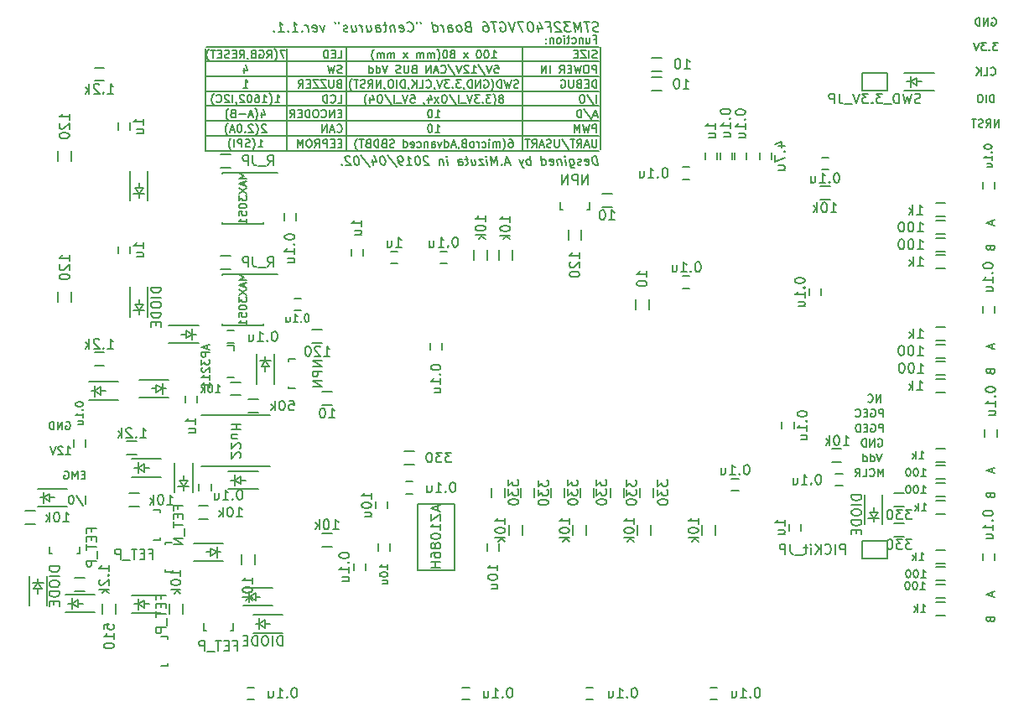
<source format=gbr>
G04 #@! TF.GenerationSoftware,KiCad,Pcbnew,(5.0.2)-1*
G04 #@! TF.CreationDate,2019-04-04T17:12:51+09:00*
G04 #@! TF.ProjectId,stm32f4_Centaurus,73746d33-3266-4345-9f43-656e74617572,rev?*
G04 #@! TF.SameCoordinates,Original*
G04 #@! TF.FileFunction,Legend,Bot*
G04 #@! TF.FilePolarity,Positive*
%FSLAX46Y46*%
G04 Gerber Fmt 4.6, Leading zero omitted, Abs format (unit mm)*
G04 Created by KiCad (PCBNEW (5.0.2)-1) date 2019/04/04 17:12:51*
%MOMM*%
%LPD*%
G01*
G04 APERTURE LIST*
%ADD10C,0.200000*%
%ADD11C,0.150000*%
G04 APERTURE END LIST*
D10*
X112177619Y-69924761D02*
X112040714Y-69972380D01*
X111802619Y-69972380D01*
X111701428Y-69924761D01*
X111647857Y-69877142D01*
X111588333Y-69781904D01*
X111576428Y-69686666D01*
X111612142Y-69591428D01*
X111653809Y-69543809D01*
X111743095Y-69496190D01*
X111927619Y-69448571D01*
X112016904Y-69400952D01*
X112058571Y-69353333D01*
X112094285Y-69258095D01*
X112082380Y-69162857D01*
X112022857Y-69067619D01*
X111969285Y-69020000D01*
X111868095Y-68972380D01*
X111630000Y-68972380D01*
X111493095Y-69020000D01*
X111201428Y-68972380D02*
X110630000Y-68972380D01*
X111040714Y-69972380D02*
X110915714Y-68972380D01*
X110421666Y-69972380D02*
X110296666Y-68972380D01*
X110052619Y-69686666D01*
X109630000Y-68972380D01*
X109755000Y-69972380D01*
X109249047Y-68972380D02*
X108630000Y-68972380D01*
X109010952Y-69353333D01*
X108868095Y-69353333D01*
X108778809Y-69400952D01*
X108737142Y-69448571D01*
X108701428Y-69543809D01*
X108731190Y-69781904D01*
X108790714Y-69877142D01*
X108844285Y-69924761D01*
X108945476Y-69972380D01*
X109231190Y-69972380D01*
X109320476Y-69924761D01*
X109362142Y-69877142D01*
X108260952Y-69067619D02*
X108207380Y-69020000D01*
X108106190Y-68972380D01*
X107868095Y-68972380D01*
X107778809Y-69020000D01*
X107737142Y-69067619D01*
X107701428Y-69162857D01*
X107713333Y-69258095D01*
X107778809Y-69400952D01*
X108421666Y-69972380D01*
X107802619Y-69972380D01*
X106975238Y-69448571D02*
X107308571Y-69448571D01*
X107374047Y-69972380D02*
X107249047Y-68972380D01*
X106772857Y-68972380D01*
X106005000Y-69305714D02*
X106088333Y-69972380D01*
X106195476Y-68924761D02*
X106522857Y-69639047D01*
X105903809Y-69639047D01*
X105249047Y-68972380D02*
X105153809Y-68972380D01*
X105064523Y-69020000D01*
X105022857Y-69067619D01*
X104987142Y-69162857D01*
X104963333Y-69353333D01*
X104993095Y-69591428D01*
X105064523Y-69781904D01*
X105124047Y-69877142D01*
X105177619Y-69924761D01*
X105278809Y-69972380D01*
X105374047Y-69972380D01*
X105463333Y-69924761D01*
X105505000Y-69877142D01*
X105540714Y-69781904D01*
X105564523Y-69591428D01*
X105534761Y-69353333D01*
X105463333Y-69162857D01*
X105403809Y-69067619D01*
X105350238Y-69020000D01*
X105249047Y-68972380D01*
X104582380Y-68972380D02*
X103915714Y-68972380D01*
X104469285Y-69972380D01*
X103677619Y-68972380D02*
X103469285Y-69972380D01*
X103010952Y-68972380D01*
X102159761Y-69020000D02*
X102249047Y-68972380D01*
X102391904Y-68972380D01*
X102540714Y-69020000D01*
X102647857Y-69115238D01*
X102707380Y-69210476D01*
X102778809Y-69400952D01*
X102796666Y-69543809D01*
X102772857Y-69734285D01*
X102737142Y-69829523D01*
X102653809Y-69924761D01*
X102516904Y-69972380D01*
X102421666Y-69972380D01*
X102272857Y-69924761D01*
X102219285Y-69877142D01*
X102177619Y-69543809D01*
X102368095Y-69543809D01*
X101820476Y-68972380D02*
X101249047Y-68972380D01*
X101659761Y-69972380D02*
X101534761Y-68972380D01*
X100487142Y-68972380D02*
X100677619Y-68972380D01*
X100778809Y-69020000D01*
X100832380Y-69067619D01*
X100945476Y-69210476D01*
X101016904Y-69400952D01*
X101064523Y-69781904D01*
X101028809Y-69877142D01*
X100987142Y-69924761D01*
X100897857Y-69972380D01*
X100707380Y-69972380D01*
X100606190Y-69924761D01*
X100552619Y-69877142D01*
X100493095Y-69781904D01*
X100463333Y-69543809D01*
X100499047Y-69448571D01*
X100540714Y-69400952D01*
X100630000Y-69353333D01*
X100820476Y-69353333D01*
X100921666Y-69400952D01*
X100975238Y-69448571D01*
X101034761Y-69543809D01*
X98927619Y-69448571D02*
X98790714Y-69496190D01*
X98749047Y-69543809D01*
X98713333Y-69639047D01*
X98731190Y-69781904D01*
X98790714Y-69877142D01*
X98844285Y-69924761D01*
X98945476Y-69972380D01*
X99326428Y-69972380D01*
X99201428Y-68972380D01*
X98868095Y-68972380D01*
X98778809Y-69020000D01*
X98737142Y-69067619D01*
X98701428Y-69162857D01*
X98713333Y-69258095D01*
X98772857Y-69353333D01*
X98826428Y-69400952D01*
X98927619Y-69448571D01*
X99260952Y-69448571D01*
X98183571Y-69972380D02*
X98272857Y-69924761D01*
X98314523Y-69877142D01*
X98350238Y-69781904D01*
X98314523Y-69496190D01*
X98255000Y-69400952D01*
X98201428Y-69353333D01*
X98100238Y-69305714D01*
X97957380Y-69305714D01*
X97868095Y-69353333D01*
X97826428Y-69400952D01*
X97790714Y-69496190D01*
X97826428Y-69781904D01*
X97885952Y-69877142D01*
X97939523Y-69924761D01*
X98040714Y-69972380D01*
X98183571Y-69972380D01*
X96993095Y-69972380D02*
X96927619Y-69448571D01*
X96963333Y-69353333D01*
X97052619Y-69305714D01*
X97243095Y-69305714D01*
X97344285Y-69353333D01*
X96987142Y-69924761D02*
X97088333Y-69972380D01*
X97326428Y-69972380D01*
X97415714Y-69924761D01*
X97451428Y-69829523D01*
X97439523Y-69734285D01*
X97380000Y-69639047D01*
X97278809Y-69591428D01*
X97040714Y-69591428D01*
X96939523Y-69543809D01*
X96516904Y-69972380D02*
X96433571Y-69305714D01*
X96457380Y-69496190D02*
X96397857Y-69400952D01*
X96344285Y-69353333D01*
X96243095Y-69305714D01*
X96147857Y-69305714D01*
X95469285Y-69972380D02*
X95344285Y-68972380D01*
X95463333Y-69924761D02*
X95564523Y-69972380D01*
X95755000Y-69972380D01*
X95844285Y-69924761D01*
X95885952Y-69877142D01*
X95921666Y-69781904D01*
X95885952Y-69496190D01*
X95826428Y-69400952D01*
X95772857Y-69353333D01*
X95671666Y-69305714D01*
X95481190Y-69305714D01*
X95391904Y-69353333D01*
X94153809Y-68972380D02*
X94177619Y-69162857D01*
X93772857Y-68972380D02*
X93796666Y-69162857D01*
X92885952Y-69877142D02*
X92939523Y-69924761D01*
X93088333Y-69972380D01*
X93183571Y-69972380D01*
X93320476Y-69924761D01*
X93403809Y-69829523D01*
X93439523Y-69734285D01*
X93463333Y-69543809D01*
X93445476Y-69400952D01*
X93374047Y-69210476D01*
X93314523Y-69115238D01*
X93207380Y-69020000D01*
X93058571Y-68972380D01*
X92963333Y-68972380D01*
X92826428Y-69020000D01*
X92784761Y-69067619D01*
X92082380Y-69924761D02*
X92183571Y-69972380D01*
X92374047Y-69972380D01*
X92463333Y-69924761D01*
X92499047Y-69829523D01*
X92451428Y-69448571D01*
X92391904Y-69353333D01*
X92290714Y-69305714D01*
X92100238Y-69305714D01*
X92010952Y-69353333D01*
X91975238Y-69448571D01*
X91987142Y-69543809D01*
X92475238Y-69639047D01*
X91528809Y-69305714D02*
X91612142Y-69972380D01*
X91540714Y-69400952D02*
X91487142Y-69353333D01*
X91385952Y-69305714D01*
X91243095Y-69305714D01*
X91153809Y-69353333D01*
X91118095Y-69448571D01*
X91183571Y-69972380D01*
X90766904Y-69305714D02*
X90385952Y-69305714D01*
X90582380Y-68972380D02*
X90689523Y-69829523D01*
X90653809Y-69924761D01*
X90564523Y-69972380D01*
X90469285Y-69972380D01*
X89707380Y-69972380D02*
X89641904Y-69448571D01*
X89677619Y-69353333D01*
X89766904Y-69305714D01*
X89957380Y-69305714D01*
X90058571Y-69353333D01*
X89701428Y-69924761D02*
X89802619Y-69972380D01*
X90040714Y-69972380D01*
X90130000Y-69924761D01*
X90165714Y-69829523D01*
X90153809Y-69734285D01*
X90094285Y-69639047D01*
X89993095Y-69591428D01*
X89755000Y-69591428D01*
X89653809Y-69543809D01*
X88719285Y-69305714D02*
X88802619Y-69972380D01*
X89147857Y-69305714D02*
X89213333Y-69829523D01*
X89177619Y-69924761D01*
X89088333Y-69972380D01*
X88945476Y-69972380D01*
X88844285Y-69924761D01*
X88790714Y-69877142D01*
X88326428Y-69972380D02*
X88243095Y-69305714D01*
X88266904Y-69496190D02*
X88207380Y-69400952D01*
X88153809Y-69353333D01*
X88052619Y-69305714D01*
X87957380Y-69305714D01*
X87195476Y-69305714D02*
X87278809Y-69972380D01*
X87624047Y-69305714D02*
X87689523Y-69829523D01*
X87653809Y-69924761D01*
X87564523Y-69972380D01*
X87421666Y-69972380D01*
X87320476Y-69924761D01*
X87266904Y-69877142D01*
X86844285Y-69924761D02*
X86755000Y-69972380D01*
X86564523Y-69972380D01*
X86463333Y-69924761D01*
X86403809Y-69829523D01*
X86397857Y-69781904D01*
X86433571Y-69686666D01*
X86522857Y-69639047D01*
X86665714Y-69639047D01*
X86755000Y-69591428D01*
X86790714Y-69496190D01*
X86784761Y-69448571D01*
X86725238Y-69353333D01*
X86624047Y-69305714D01*
X86481190Y-69305714D01*
X86391904Y-69353333D01*
X85915714Y-68972380D02*
X85939523Y-69162857D01*
X85534761Y-68972380D02*
X85558571Y-69162857D01*
X84481190Y-69305714D02*
X84326428Y-69972380D01*
X84005000Y-69305714D01*
X83320476Y-69924761D02*
X83421666Y-69972380D01*
X83612142Y-69972380D01*
X83701428Y-69924761D01*
X83737142Y-69829523D01*
X83689523Y-69448571D01*
X83630000Y-69353333D01*
X83528809Y-69305714D01*
X83338333Y-69305714D01*
X83249047Y-69353333D01*
X83213333Y-69448571D01*
X83225238Y-69543809D01*
X83713333Y-69639047D01*
X82850238Y-69972380D02*
X82766904Y-69305714D01*
X82790714Y-69496190D02*
X82731190Y-69400952D01*
X82677619Y-69353333D01*
X82576428Y-69305714D01*
X82481190Y-69305714D01*
X82219285Y-69877142D02*
X82177619Y-69924761D01*
X82231190Y-69972380D01*
X82272857Y-69924761D01*
X82219285Y-69877142D01*
X82231190Y-69972380D01*
X81231190Y-69972380D02*
X81802619Y-69972380D01*
X81516904Y-69972380D02*
X81391904Y-68972380D01*
X81505000Y-69115238D01*
X81612142Y-69210476D01*
X81713333Y-69258095D01*
X80790714Y-69877142D02*
X80749047Y-69924761D01*
X80802619Y-69972380D01*
X80844285Y-69924761D01*
X80790714Y-69877142D01*
X80802619Y-69972380D01*
X79802619Y-69972380D02*
X80374047Y-69972380D01*
X80088333Y-69972380D02*
X79963333Y-68972380D01*
X80076428Y-69115238D01*
X80183571Y-69210476D01*
X80284761Y-69258095D01*
X79362142Y-69877142D02*
X79320476Y-69924761D01*
X79374047Y-69972380D01*
X79415714Y-69924761D01*
X79362142Y-69877142D01*
X79374047Y-69972380D01*
X140890476Y-114861904D02*
X140890476Y-114061904D01*
X140623809Y-114633333D01*
X140357142Y-114061904D01*
X140357142Y-114861904D01*
X139519047Y-114785714D02*
X139557142Y-114823809D01*
X139671428Y-114861904D01*
X139747619Y-114861904D01*
X139861904Y-114823809D01*
X139938095Y-114747619D01*
X139976190Y-114671428D01*
X140014285Y-114519047D01*
X140014285Y-114404761D01*
X139976190Y-114252380D01*
X139938095Y-114176190D01*
X139861904Y-114100000D01*
X139747619Y-114061904D01*
X139671428Y-114061904D01*
X139557142Y-114100000D01*
X139519047Y-114138095D01*
X138795238Y-114861904D02*
X139176190Y-114861904D01*
X139176190Y-114061904D01*
X138071428Y-114861904D02*
X138338095Y-114480952D01*
X138528571Y-114861904D02*
X138528571Y-114061904D01*
X138223809Y-114061904D01*
X138147619Y-114100000D01*
X138109523Y-114138095D01*
X138071428Y-114214285D01*
X138071428Y-114328571D01*
X138109523Y-114404761D01*
X138147619Y-114442857D01*
X138223809Y-114480952D01*
X138528571Y-114480952D01*
X140740476Y-112561904D02*
X140473809Y-113361904D01*
X140207142Y-112561904D01*
X139597619Y-113361904D02*
X139597619Y-112561904D01*
X139597619Y-113323809D02*
X139673809Y-113361904D01*
X139826190Y-113361904D01*
X139902380Y-113323809D01*
X139940476Y-113285714D01*
X139978571Y-113209523D01*
X139978571Y-112980952D01*
X139940476Y-112904761D01*
X139902380Y-112866666D01*
X139826190Y-112828571D01*
X139673809Y-112828571D01*
X139597619Y-112866666D01*
X138873809Y-113361904D02*
X138873809Y-112561904D01*
X138873809Y-113323809D02*
X138950000Y-113361904D01*
X139102380Y-113361904D01*
X139178571Y-113323809D01*
X139216666Y-113285714D01*
X139254761Y-113209523D01*
X139254761Y-112980952D01*
X139216666Y-112904761D01*
X139178571Y-112866666D01*
X139102380Y-112828571D01*
X138950000Y-112828571D01*
X138873809Y-112866666D01*
X140359523Y-111100000D02*
X140435714Y-111061904D01*
X140550000Y-111061904D01*
X140664285Y-111100000D01*
X140740476Y-111176190D01*
X140778571Y-111252380D01*
X140816666Y-111404761D01*
X140816666Y-111519047D01*
X140778571Y-111671428D01*
X140740476Y-111747619D01*
X140664285Y-111823809D01*
X140550000Y-111861904D01*
X140473809Y-111861904D01*
X140359523Y-111823809D01*
X140321428Y-111785714D01*
X140321428Y-111519047D01*
X140473809Y-111519047D01*
X139978571Y-111861904D02*
X139978571Y-111061904D01*
X139521428Y-111861904D01*
X139521428Y-111061904D01*
X139140476Y-111861904D02*
X139140476Y-111061904D01*
X138950000Y-111061904D01*
X138835714Y-111100000D01*
X138759523Y-111176190D01*
X138721428Y-111252380D01*
X138683333Y-111404761D01*
X138683333Y-111519047D01*
X138721428Y-111671428D01*
X138759523Y-111747619D01*
X138835714Y-111823809D01*
X138950000Y-111861904D01*
X139140476Y-111861904D01*
X140871428Y-110361904D02*
X140871428Y-109561904D01*
X140566666Y-109561904D01*
X140490476Y-109600000D01*
X140452380Y-109638095D01*
X140414285Y-109714285D01*
X140414285Y-109828571D01*
X140452380Y-109904761D01*
X140490476Y-109942857D01*
X140566666Y-109980952D01*
X140871428Y-109980952D01*
X139652380Y-109600000D02*
X139728571Y-109561904D01*
X139842857Y-109561904D01*
X139957142Y-109600000D01*
X140033333Y-109676190D01*
X140071428Y-109752380D01*
X140109523Y-109904761D01*
X140109523Y-110019047D01*
X140071428Y-110171428D01*
X140033333Y-110247619D01*
X139957142Y-110323809D01*
X139842857Y-110361904D01*
X139766666Y-110361904D01*
X139652380Y-110323809D01*
X139614285Y-110285714D01*
X139614285Y-110019047D01*
X139766666Y-110019047D01*
X139271428Y-109942857D02*
X139004761Y-109942857D01*
X138890476Y-110361904D02*
X139271428Y-110361904D01*
X139271428Y-109561904D01*
X138890476Y-109561904D01*
X138547619Y-110361904D02*
X138547619Y-109561904D01*
X138357142Y-109561904D01*
X138242857Y-109600000D01*
X138166666Y-109676190D01*
X138128571Y-109752380D01*
X138090476Y-109904761D01*
X138090476Y-110019047D01*
X138128571Y-110171428D01*
X138166666Y-110247619D01*
X138242857Y-110323809D01*
X138357142Y-110361904D01*
X138547619Y-110361904D01*
X140871428Y-108861904D02*
X140871428Y-108061904D01*
X140566666Y-108061904D01*
X140490476Y-108100000D01*
X140452380Y-108138095D01*
X140414285Y-108214285D01*
X140414285Y-108328571D01*
X140452380Y-108404761D01*
X140490476Y-108442857D01*
X140566666Y-108480952D01*
X140871428Y-108480952D01*
X139652380Y-108100000D02*
X139728571Y-108061904D01*
X139842857Y-108061904D01*
X139957142Y-108100000D01*
X140033333Y-108176190D01*
X140071428Y-108252380D01*
X140109523Y-108404761D01*
X140109523Y-108519047D01*
X140071428Y-108671428D01*
X140033333Y-108747619D01*
X139957142Y-108823809D01*
X139842857Y-108861904D01*
X139766666Y-108861904D01*
X139652380Y-108823809D01*
X139614285Y-108785714D01*
X139614285Y-108519047D01*
X139766666Y-108519047D01*
X139271428Y-108442857D02*
X139004761Y-108442857D01*
X138890476Y-108861904D02*
X139271428Y-108861904D01*
X139271428Y-108061904D01*
X138890476Y-108061904D01*
X138090476Y-108785714D02*
X138128571Y-108823809D01*
X138242857Y-108861904D01*
X138319047Y-108861904D01*
X138433333Y-108823809D01*
X138509523Y-108747619D01*
X138547619Y-108671428D01*
X138585714Y-108519047D01*
X138585714Y-108404761D01*
X138547619Y-108252380D01*
X138509523Y-108176190D01*
X138433333Y-108100000D01*
X138319047Y-108061904D01*
X138242857Y-108061904D01*
X138128571Y-108100000D01*
X138090476Y-108138095D01*
X140628571Y-107361904D02*
X140628571Y-106561904D01*
X140171428Y-107361904D01*
X140171428Y-106561904D01*
X139333333Y-107285714D02*
X139371428Y-107323809D01*
X139485714Y-107361904D01*
X139561904Y-107361904D01*
X139676190Y-107323809D01*
X139752380Y-107247619D01*
X139790476Y-107171428D01*
X139828571Y-107019047D01*
X139828571Y-106904761D01*
X139790476Y-106752380D01*
X139752380Y-106676190D01*
X139676190Y-106600000D01*
X139561904Y-106561904D01*
X139485714Y-106561904D01*
X139371428Y-106600000D01*
X139333333Y-106638095D01*
X151692857Y-129307142D02*
X151730952Y-129421428D01*
X151769047Y-129459523D01*
X151845238Y-129497619D01*
X151959523Y-129497619D01*
X152035714Y-129459523D01*
X152073809Y-129421428D01*
X152111904Y-129345238D01*
X152111904Y-129040476D01*
X151311904Y-129040476D01*
X151311904Y-129307142D01*
X151350000Y-129383333D01*
X151388095Y-129421428D01*
X151464285Y-129459523D01*
X151540476Y-129459523D01*
X151616666Y-129421428D01*
X151654761Y-129383333D01*
X151692857Y-129307142D01*
X151692857Y-129040476D01*
X151883333Y-126559523D02*
X151883333Y-126940476D01*
X152111904Y-126483333D02*
X151311904Y-126750000D01*
X152111904Y-127016666D01*
X151692857Y-116807142D02*
X151730952Y-116921428D01*
X151769047Y-116959523D01*
X151845238Y-116997619D01*
X151959523Y-116997619D01*
X152035714Y-116959523D01*
X152073809Y-116921428D01*
X152111904Y-116845238D01*
X152111904Y-116540476D01*
X151311904Y-116540476D01*
X151311904Y-116807142D01*
X151350000Y-116883333D01*
X151388095Y-116921428D01*
X151464285Y-116959523D01*
X151540476Y-116959523D01*
X151616666Y-116921428D01*
X151654761Y-116883333D01*
X151692857Y-116807142D01*
X151692857Y-116540476D01*
X151883333Y-114059523D02*
X151883333Y-114440476D01*
X152111904Y-113983333D02*
X151311904Y-114250000D01*
X152111904Y-114516666D01*
X151692857Y-104307142D02*
X151730952Y-104421428D01*
X151769047Y-104459523D01*
X151845238Y-104497619D01*
X151959523Y-104497619D01*
X152035714Y-104459523D01*
X152073809Y-104421428D01*
X152111904Y-104345238D01*
X152111904Y-104040476D01*
X151311904Y-104040476D01*
X151311904Y-104307142D01*
X151350000Y-104383333D01*
X151388095Y-104421428D01*
X151464285Y-104459523D01*
X151540476Y-104459523D01*
X151616666Y-104421428D01*
X151654761Y-104383333D01*
X151692857Y-104307142D01*
X151692857Y-104040476D01*
X151883333Y-101559523D02*
X151883333Y-101940476D01*
X152111904Y-101483333D02*
X151311904Y-101750000D01*
X152111904Y-102016666D01*
X77776190Y-81611904D02*
X78233333Y-81611904D01*
X78004761Y-81611904D02*
X78004761Y-80811904D01*
X78080952Y-80926190D01*
X78157142Y-81002380D01*
X78233333Y-81040476D01*
X77204761Y-81916666D02*
X77242857Y-81878571D01*
X77319047Y-81764285D01*
X77357142Y-81688095D01*
X77395238Y-81573809D01*
X77433333Y-81383333D01*
X77433333Y-81230952D01*
X77395238Y-81040476D01*
X77357142Y-80926190D01*
X77319047Y-80850000D01*
X77242857Y-80735714D01*
X77204761Y-80697619D01*
X76938095Y-81573809D02*
X76823809Y-81611904D01*
X76633333Y-81611904D01*
X76557142Y-81573809D01*
X76519047Y-81535714D01*
X76480952Y-81459523D01*
X76480952Y-81383333D01*
X76519047Y-81307142D01*
X76557142Y-81269047D01*
X76633333Y-81230952D01*
X76785714Y-81192857D01*
X76861904Y-81154761D01*
X76900000Y-81116666D01*
X76938095Y-81040476D01*
X76938095Y-80964285D01*
X76900000Y-80888095D01*
X76861904Y-80850000D01*
X76785714Y-80811904D01*
X76595238Y-80811904D01*
X76480952Y-80850000D01*
X76138095Y-81611904D02*
X76138095Y-80811904D01*
X75833333Y-80811904D01*
X75757142Y-80850000D01*
X75719047Y-80888095D01*
X75680952Y-80964285D01*
X75680952Y-81078571D01*
X75719047Y-81154761D01*
X75757142Y-81192857D01*
X75833333Y-81230952D01*
X76138095Y-81230952D01*
X75338095Y-81611904D02*
X75338095Y-80811904D01*
X75033333Y-81916666D02*
X74995238Y-81878571D01*
X74919047Y-81764285D01*
X74880952Y-81688095D01*
X74842857Y-81573809D01*
X74804761Y-81383333D01*
X74804761Y-81230952D01*
X74842857Y-81040476D01*
X74880952Y-80926190D01*
X74919047Y-80850000D01*
X74995238Y-80735714D01*
X75033333Y-80697619D01*
X78557142Y-79388095D02*
X78519047Y-79350000D01*
X78442857Y-79311904D01*
X78252380Y-79311904D01*
X78176190Y-79350000D01*
X78138095Y-79388095D01*
X78100000Y-79464285D01*
X78100000Y-79540476D01*
X78138095Y-79654761D01*
X78595238Y-80111904D01*
X78100000Y-80111904D01*
X77528571Y-80416666D02*
X77566666Y-80378571D01*
X77642857Y-80264285D01*
X77680952Y-80188095D01*
X77719047Y-80073809D01*
X77757142Y-79883333D01*
X77757142Y-79730952D01*
X77719047Y-79540476D01*
X77680952Y-79426190D01*
X77642857Y-79350000D01*
X77566666Y-79235714D01*
X77528571Y-79197619D01*
X77261904Y-79388095D02*
X77223809Y-79350000D01*
X77147619Y-79311904D01*
X76957142Y-79311904D01*
X76880952Y-79350000D01*
X76842857Y-79388095D01*
X76804761Y-79464285D01*
X76804761Y-79540476D01*
X76842857Y-79654761D01*
X77300000Y-80111904D01*
X76804761Y-80111904D01*
X76461904Y-80035714D02*
X76423809Y-80073809D01*
X76461904Y-80111904D01*
X76500000Y-80073809D01*
X76461904Y-80035714D01*
X76461904Y-80111904D01*
X75928571Y-79311904D02*
X75852380Y-79311904D01*
X75776190Y-79350000D01*
X75738095Y-79388095D01*
X75700000Y-79464285D01*
X75661904Y-79616666D01*
X75661904Y-79807142D01*
X75700000Y-79959523D01*
X75738095Y-80035714D01*
X75776190Y-80073809D01*
X75852380Y-80111904D01*
X75928571Y-80111904D01*
X76004761Y-80073809D01*
X76042857Y-80035714D01*
X76080952Y-79959523D01*
X76119047Y-79807142D01*
X76119047Y-79616666D01*
X76080952Y-79464285D01*
X76042857Y-79388095D01*
X76004761Y-79350000D01*
X75928571Y-79311904D01*
X75357142Y-79883333D02*
X74976190Y-79883333D01*
X75433333Y-80111904D02*
X75166666Y-79311904D01*
X74900000Y-80111904D01*
X74709523Y-80416666D02*
X74671428Y-80378571D01*
X74595238Y-80264285D01*
X74557142Y-80188095D01*
X74519047Y-80073809D01*
X74480952Y-79883333D01*
X74480952Y-79730952D01*
X74519047Y-79540476D01*
X74557142Y-79426190D01*
X74595238Y-79350000D01*
X74671428Y-79235714D01*
X74709523Y-79197619D01*
X80688095Y-71630000D02*
X80688095Y-72239523D01*
X80688095Y-72239523D02*
X80688095Y-72849047D01*
X80688095Y-72849047D02*
X80688095Y-73458571D01*
X80688095Y-73458571D02*
X80688095Y-74068095D01*
X80688095Y-74068095D02*
X80688095Y-74677619D01*
X80688095Y-74677619D02*
X80688095Y-75287142D01*
X80688095Y-75287142D02*
X80688095Y-75896666D01*
X80688095Y-75896666D02*
X80688095Y-76506190D01*
X80688095Y-76506190D02*
X80688095Y-77115714D01*
X80688095Y-77115714D02*
X80688095Y-77725238D01*
X80688095Y-77725238D02*
X80688095Y-78334761D01*
X80688095Y-78334761D02*
X80688095Y-78944285D01*
X80688095Y-78944285D02*
X80688095Y-79553809D01*
X80688095Y-79553809D02*
X80688095Y-80163333D01*
X80688095Y-80163333D02*
X80688095Y-80772857D01*
X80688095Y-80772857D02*
X80688095Y-81382380D01*
X80688095Y-81382380D02*
X80688095Y-81991904D01*
X112298095Y-71500000D02*
X112298095Y-72109523D01*
X112298095Y-72109523D02*
X112298095Y-72719047D01*
X112298095Y-72719047D02*
X112298095Y-73328571D01*
X112298095Y-73328571D02*
X112298095Y-73938095D01*
X112298095Y-73938095D02*
X112298095Y-74547619D01*
X112298095Y-74547619D02*
X112298095Y-75157142D01*
X112298095Y-75157142D02*
X112298095Y-75766666D01*
X112298095Y-75766666D02*
X112298095Y-76376190D01*
X112298095Y-76376190D02*
X112298095Y-76985714D01*
X112298095Y-76985714D02*
X112298095Y-77595238D01*
X112298095Y-77595238D02*
X112298095Y-78204761D01*
X112298095Y-78204761D02*
X112298095Y-78814285D01*
X112298095Y-78814285D02*
X112298095Y-79423809D01*
X112298095Y-79423809D02*
X112298095Y-80033333D01*
X112298095Y-80033333D02*
X112298095Y-80642857D01*
X112298095Y-80642857D02*
X112298095Y-81252380D01*
X112298095Y-81252380D02*
X112298095Y-81861904D01*
X112130000Y-81958095D02*
X111520476Y-81958095D01*
X111520476Y-81958095D02*
X110910952Y-81958095D01*
X110910952Y-81958095D02*
X110301428Y-81958095D01*
X110301428Y-81958095D02*
X109691904Y-81958095D01*
X109691904Y-81958095D02*
X109082380Y-81958095D01*
X109082380Y-81958095D02*
X108472857Y-81958095D01*
X108472857Y-81958095D02*
X107863333Y-81958095D01*
X107863333Y-81958095D02*
X107253809Y-81958095D01*
X107253809Y-81958095D02*
X106644285Y-81958095D01*
X106644285Y-81958095D02*
X106034761Y-81958095D01*
X106034761Y-81958095D02*
X105425238Y-81958095D01*
X105425238Y-81958095D02*
X104815714Y-81958095D01*
X104815714Y-81958095D02*
X104206190Y-81958095D01*
X104206190Y-81958095D02*
X103596666Y-81958095D01*
X103596666Y-81958095D02*
X102987142Y-81958095D01*
X102987142Y-81958095D02*
X102377619Y-81958095D01*
X102377619Y-81958095D02*
X101768095Y-81958095D01*
X101768095Y-81958095D02*
X101158571Y-81958095D01*
X101158571Y-81958095D02*
X100549047Y-81958095D01*
X100549047Y-81958095D02*
X99939523Y-81958095D01*
X99939523Y-81958095D02*
X99330000Y-81958095D01*
X99330000Y-81958095D02*
X98720476Y-81958095D01*
X98720476Y-81958095D02*
X98110952Y-81958095D01*
X98110952Y-81958095D02*
X97501428Y-81958095D01*
X97501428Y-81958095D02*
X96891904Y-81958095D01*
X96891904Y-81958095D02*
X96282380Y-81958095D01*
X96282380Y-81958095D02*
X95672857Y-81958095D01*
X95672857Y-81958095D02*
X95063333Y-81958095D01*
X95063333Y-81958095D02*
X94453809Y-81958095D01*
X94453809Y-81958095D02*
X93844285Y-81958095D01*
X93844285Y-81958095D02*
X93234761Y-81958095D01*
X93234761Y-81958095D02*
X92625238Y-81958095D01*
X92625238Y-81958095D02*
X92015714Y-81958095D01*
X92015714Y-81958095D02*
X91406190Y-81958095D01*
X91406190Y-81958095D02*
X90796666Y-81958095D01*
X90796666Y-81958095D02*
X90187142Y-81958095D01*
X90187142Y-81958095D02*
X89577619Y-81958095D01*
X89577619Y-81958095D02*
X88968095Y-81958095D01*
X88968095Y-81958095D02*
X88358571Y-81958095D01*
X88358571Y-81958095D02*
X87749047Y-81958095D01*
X87749047Y-81958095D02*
X87139523Y-81958095D01*
X87139523Y-81958095D02*
X86530000Y-81958095D01*
X86530000Y-81958095D02*
X85920476Y-81958095D01*
X85920476Y-81958095D02*
X85310952Y-81958095D01*
X85310952Y-81958095D02*
X84701428Y-81958095D01*
X84701428Y-81958095D02*
X84091904Y-81958095D01*
X84091904Y-81958095D02*
X83482380Y-81958095D01*
X83482380Y-81958095D02*
X82872857Y-81958095D01*
X82872857Y-81958095D02*
X82263333Y-81958095D01*
X82263333Y-81958095D02*
X81653809Y-81958095D01*
X81653809Y-81958095D02*
X81044285Y-81958095D01*
X81044285Y-81958095D02*
X80434761Y-81958095D01*
X80434761Y-81958095D02*
X79825238Y-81958095D01*
X79825238Y-81958095D02*
X79215714Y-81958095D01*
X79215714Y-81958095D02*
X78606190Y-81958095D01*
X78606190Y-81958095D02*
X77996666Y-81958095D01*
X77996666Y-81958095D02*
X77387142Y-81958095D01*
X77387142Y-81958095D02*
X76777619Y-81958095D01*
X76777619Y-81958095D02*
X76168095Y-81958095D01*
X76168095Y-81958095D02*
X75558571Y-81958095D01*
X75558571Y-81958095D02*
X74949047Y-81958095D01*
X74949047Y-81958095D02*
X74339523Y-81958095D01*
X74339523Y-81958095D02*
X73730000Y-81958095D01*
X73730000Y-81958095D02*
X73120476Y-81958095D01*
X73120476Y-81958095D02*
X72510952Y-81958095D01*
X112130000Y-80458095D02*
X111520476Y-80458095D01*
X111520476Y-80458095D02*
X110910952Y-80458095D01*
X110910952Y-80458095D02*
X110301428Y-80458095D01*
X110301428Y-80458095D02*
X109691904Y-80458095D01*
X109691904Y-80458095D02*
X109082380Y-80458095D01*
X109082380Y-80458095D02*
X108472857Y-80458095D01*
X108472857Y-80458095D02*
X107863333Y-80458095D01*
X107863333Y-80458095D02*
X107253809Y-80458095D01*
X107253809Y-80458095D02*
X106644285Y-80458095D01*
X106644285Y-80458095D02*
X106034761Y-80458095D01*
X106034761Y-80458095D02*
X105425238Y-80458095D01*
X105425238Y-80458095D02*
X104815714Y-80458095D01*
X104815714Y-80458095D02*
X104206190Y-80458095D01*
X104206190Y-80458095D02*
X103596666Y-80458095D01*
X103596666Y-80458095D02*
X102987142Y-80458095D01*
X102987142Y-80458095D02*
X102377619Y-80458095D01*
X102377619Y-80458095D02*
X101768095Y-80458095D01*
X101768095Y-80458095D02*
X101158571Y-80458095D01*
X101158571Y-80458095D02*
X100549047Y-80458095D01*
X100549047Y-80458095D02*
X99939523Y-80458095D01*
X99939523Y-80458095D02*
X99330000Y-80458095D01*
X99330000Y-80458095D02*
X98720476Y-80458095D01*
X98720476Y-80458095D02*
X98110952Y-80458095D01*
X98110952Y-80458095D02*
X97501428Y-80458095D01*
X97501428Y-80458095D02*
X96891904Y-80458095D01*
X96891904Y-80458095D02*
X96282380Y-80458095D01*
X96282380Y-80458095D02*
X95672857Y-80458095D01*
X95672857Y-80458095D02*
X95063333Y-80458095D01*
X95063333Y-80458095D02*
X94453809Y-80458095D01*
X94453809Y-80458095D02*
X93844285Y-80458095D01*
X93844285Y-80458095D02*
X93234761Y-80458095D01*
X93234761Y-80458095D02*
X92625238Y-80458095D01*
X92625238Y-80458095D02*
X92015714Y-80458095D01*
X92015714Y-80458095D02*
X91406190Y-80458095D01*
X91406190Y-80458095D02*
X90796666Y-80458095D01*
X90796666Y-80458095D02*
X90187142Y-80458095D01*
X90187142Y-80458095D02*
X89577619Y-80458095D01*
X89577619Y-80458095D02*
X88968095Y-80458095D01*
X88968095Y-80458095D02*
X88358571Y-80458095D01*
X88358571Y-80458095D02*
X87749047Y-80458095D01*
X87749047Y-80458095D02*
X87139523Y-80458095D01*
X87139523Y-80458095D02*
X86530000Y-80458095D01*
X86530000Y-80458095D02*
X85920476Y-80458095D01*
X85920476Y-80458095D02*
X85310952Y-80458095D01*
X85310952Y-80458095D02*
X84701428Y-80458095D01*
X84701428Y-80458095D02*
X84091904Y-80458095D01*
X84091904Y-80458095D02*
X83482380Y-80458095D01*
X83482380Y-80458095D02*
X82872857Y-80458095D01*
X82872857Y-80458095D02*
X82263333Y-80458095D01*
X82263333Y-80458095D02*
X81653809Y-80458095D01*
X81653809Y-80458095D02*
X81044285Y-80458095D01*
X81044285Y-80458095D02*
X80434761Y-80458095D01*
X80434761Y-80458095D02*
X79825238Y-80458095D01*
X79825238Y-80458095D02*
X79215714Y-80458095D01*
X79215714Y-80458095D02*
X78606190Y-80458095D01*
X78606190Y-80458095D02*
X77996666Y-80458095D01*
X77996666Y-80458095D02*
X77387142Y-80458095D01*
X77387142Y-80458095D02*
X76777619Y-80458095D01*
X76777619Y-80458095D02*
X76168095Y-80458095D01*
X76168095Y-80458095D02*
X75558571Y-80458095D01*
X75558571Y-80458095D02*
X74949047Y-80458095D01*
X74949047Y-80458095D02*
X74339523Y-80458095D01*
X74339523Y-80458095D02*
X73730000Y-80458095D01*
X73730000Y-80458095D02*
X73120476Y-80458095D01*
X73120476Y-80458095D02*
X72510952Y-80458095D01*
X112130000Y-78958095D02*
X111520476Y-78958095D01*
X111520476Y-78958095D02*
X110910952Y-78958095D01*
X110910952Y-78958095D02*
X110301428Y-78958095D01*
X110301428Y-78958095D02*
X109691904Y-78958095D01*
X109691904Y-78958095D02*
X109082380Y-78958095D01*
X109082380Y-78958095D02*
X108472857Y-78958095D01*
X108472857Y-78958095D02*
X107863333Y-78958095D01*
X107863333Y-78958095D02*
X107253809Y-78958095D01*
X107253809Y-78958095D02*
X106644285Y-78958095D01*
X106644285Y-78958095D02*
X106034761Y-78958095D01*
X106034761Y-78958095D02*
X105425238Y-78958095D01*
X105425238Y-78958095D02*
X104815714Y-78958095D01*
X104815714Y-78958095D02*
X104206190Y-78958095D01*
X104206190Y-78958095D02*
X103596666Y-78958095D01*
X103596666Y-78958095D02*
X102987142Y-78958095D01*
X102987142Y-78958095D02*
X102377619Y-78958095D01*
X102377619Y-78958095D02*
X101768095Y-78958095D01*
X101768095Y-78958095D02*
X101158571Y-78958095D01*
X101158571Y-78958095D02*
X100549047Y-78958095D01*
X100549047Y-78958095D02*
X99939523Y-78958095D01*
X99939523Y-78958095D02*
X99330000Y-78958095D01*
X99330000Y-78958095D02*
X98720476Y-78958095D01*
X98720476Y-78958095D02*
X98110952Y-78958095D01*
X98110952Y-78958095D02*
X97501428Y-78958095D01*
X97501428Y-78958095D02*
X96891904Y-78958095D01*
X96891904Y-78958095D02*
X96282380Y-78958095D01*
X96282380Y-78958095D02*
X95672857Y-78958095D01*
X95672857Y-78958095D02*
X95063333Y-78958095D01*
X95063333Y-78958095D02*
X94453809Y-78958095D01*
X94453809Y-78958095D02*
X93844285Y-78958095D01*
X93844285Y-78958095D02*
X93234761Y-78958095D01*
X93234761Y-78958095D02*
X92625238Y-78958095D01*
X92625238Y-78958095D02*
X92015714Y-78958095D01*
X92015714Y-78958095D02*
X91406190Y-78958095D01*
X91406190Y-78958095D02*
X90796666Y-78958095D01*
X90796666Y-78958095D02*
X90187142Y-78958095D01*
X90187142Y-78958095D02*
X89577619Y-78958095D01*
X89577619Y-78958095D02*
X88968095Y-78958095D01*
X88968095Y-78958095D02*
X88358571Y-78958095D01*
X88358571Y-78958095D02*
X87749047Y-78958095D01*
X87749047Y-78958095D02*
X87139523Y-78958095D01*
X87139523Y-78958095D02*
X86530000Y-78958095D01*
X86530000Y-78958095D02*
X85920476Y-78958095D01*
X85920476Y-78958095D02*
X85310952Y-78958095D01*
X85310952Y-78958095D02*
X84701428Y-78958095D01*
X84701428Y-78958095D02*
X84091904Y-78958095D01*
X84091904Y-78958095D02*
X83482380Y-78958095D01*
X83482380Y-78958095D02*
X82872857Y-78958095D01*
X82872857Y-78958095D02*
X82263333Y-78958095D01*
X82263333Y-78958095D02*
X81653809Y-78958095D01*
X81653809Y-78958095D02*
X81044285Y-78958095D01*
X81044285Y-78958095D02*
X80434761Y-78958095D01*
X80434761Y-78958095D02*
X79825238Y-78958095D01*
X79825238Y-78958095D02*
X79215714Y-78958095D01*
X79215714Y-78958095D02*
X78606190Y-78958095D01*
X78606190Y-78958095D02*
X77996666Y-78958095D01*
X77996666Y-78958095D02*
X77387142Y-78958095D01*
X77387142Y-78958095D02*
X76777619Y-78958095D01*
X76777619Y-78958095D02*
X76168095Y-78958095D01*
X76168095Y-78958095D02*
X75558571Y-78958095D01*
X75558571Y-78958095D02*
X74949047Y-78958095D01*
X74949047Y-78958095D02*
X74339523Y-78958095D01*
X74339523Y-78958095D02*
X73730000Y-78958095D01*
X73730000Y-78958095D02*
X73120476Y-78958095D01*
X73120476Y-78958095D02*
X72510952Y-78958095D01*
X112130000Y-77458095D02*
X111520476Y-77458095D01*
X111520476Y-77458095D02*
X110910952Y-77458095D01*
X110910952Y-77458095D02*
X110301428Y-77458095D01*
X110301428Y-77458095D02*
X109691904Y-77458095D01*
X109691904Y-77458095D02*
X109082380Y-77458095D01*
X109082380Y-77458095D02*
X108472857Y-77458095D01*
X108472857Y-77458095D02*
X107863333Y-77458095D01*
X107863333Y-77458095D02*
X107253809Y-77458095D01*
X107253809Y-77458095D02*
X106644285Y-77458095D01*
X106644285Y-77458095D02*
X106034761Y-77458095D01*
X106034761Y-77458095D02*
X105425238Y-77458095D01*
X105425238Y-77458095D02*
X104815714Y-77458095D01*
X104815714Y-77458095D02*
X104206190Y-77458095D01*
X104206190Y-77458095D02*
X103596666Y-77458095D01*
X103596666Y-77458095D02*
X102987142Y-77458095D01*
X102987142Y-77458095D02*
X102377619Y-77458095D01*
X102377619Y-77458095D02*
X101768095Y-77458095D01*
X101768095Y-77458095D02*
X101158571Y-77458095D01*
X101158571Y-77458095D02*
X100549047Y-77458095D01*
X100549047Y-77458095D02*
X99939523Y-77458095D01*
X99939523Y-77458095D02*
X99330000Y-77458095D01*
X99330000Y-77458095D02*
X98720476Y-77458095D01*
X98720476Y-77458095D02*
X98110952Y-77458095D01*
X98110952Y-77458095D02*
X97501428Y-77458095D01*
X97501428Y-77458095D02*
X96891904Y-77458095D01*
X96891904Y-77458095D02*
X96282380Y-77458095D01*
X96282380Y-77458095D02*
X95672857Y-77458095D01*
X95672857Y-77458095D02*
X95063333Y-77458095D01*
X95063333Y-77458095D02*
X94453809Y-77458095D01*
X94453809Y-77458095D02*
X93844285Y-77458095D01*
X93844285Y-77458095D02*
X93234761Y-77458095D01*
X93234761Y-77458095D02*
X92625238Y-77458095D01*
X92625238Y-77458095D02*
X92015714Y-77458095D01*
X92015714Y-77458095D02*
X91406190Y-77458095D01*
X91406190Y-77458095D02*
X90796666Y-77458095D01*
X90796666Y-77458095D02*
X90187142Y-77458095D01*
X90187142Y-77458095D02*
X89577619Y-77458095D01*
X89577619Y-77458095D02*
X88968095Y-77458095D01*
X88968095Y-77458095D02*
X88358571Y-77458095D01*
X88358571Y-77458095D02*
X87749047Y-77458095D01*
X87749047Y-77458095D02*
X87139523Y-77458095D01*
X87139523Y-77458095D02*
X86530000Y-77458095D01*
X86530000Y-77458095D02*
X85920476Y-77458095D01*
X85920476Y-77458095D02*
X85310952Y-77458095D01*
X85310952Y-77458095D02*
X84701428Y-77458095D01*
X84701428Y-77458095D02*
X84091904Y-77458095D01*
X84091904Y-77458095D02*
X83482380Y-77458095D01*
X83482380Y-77458095D02*
X82872857Y-77458095D01*
X82872857Y-77458095D02*
X82263333Y-77458095D01*
X82263333Y-77458095D02*
X81653809Y-77458095D01*
X81653809Y-77458095D02*
X81044285Y-77458095D01*
X81044285Y-77458095D02*
X80434761Y-77458095D01*
X80434761Y-77458095D02*
X79825238Y-77458095D01*
X79825238Y-77458095D02*
X79215714Y-77458095D01*
X79215714Y-77458095D02*
X78606190Y-77458095D01*
X78606190Y-77458095D02*
X77996666Y-77458095D01*
X77996666Y-77458095D02*
X77387142Y-77458095D01*
X77387142Y-77458095D02*
X76777619Y-77458095D01*
X76777619Y-77458095D02*
X76168095Y-77458095D01*
X76168095Y-77458095D02*
X75558571Y-77458095D01*
X75558571Y-77458095D02*
X74949047Y-77458095D01*
X74949047Y-77458095D02*
X74339523Y-77458095D01*
X74339523Y-77458095D02*
X73730000Y-77458095D01*
X73730000Y-77458095D02*
X73120476Y-77458095D01*
X73120476Y-77458095D02*
X72510952Y-77458095D01*
X112130000Y-75958095D02*
X111520476Y-75958095D01*
X111520476Y-75958095D02*
X110910952Y-75958095D01*
X110910952Y-75958095D02*
X110301428Y-75958095D01*
X110301428Y-75958095D02*
X109691904Y-75958095D01*
X109691904Y-75958095D02*
X109082380Y-75958095D01*
X109082380Y-75958095D02*
X108472857Y-75958095D01*
X108472857Y-75958095D02*
X107863333Y-75958095D01*
X107863333Y-75958095D02*
X107253809Y-75958095D01*
X107253809Y-75958095D02*
X106644285Y-75958095D01*
X106644285Y-75958095D02*
X106034761Y-75958095D01*
X106034761Y-75958095D02*
X105425238Y-75958095D01*
X105425238Y-75958095D02*
X104815714Y-75958095D01*
X104815714Y-75958095D02*
X104206190Y-75958095D01*
X104206190Y-75958095D02*
X103596666Y-75958095D01*
X103596666Y-75958095D02*
X102987142Y-75958095D01*
X102987142Y-75958095D02*
X102377619Y-75958095D01*
X102377619Y-75958095D02*
X101768095Y-75958095D01*
X101768095Y-75958095D02*
X101158571Y-75958095D01*
X101158571Y-75958095D02*
X100549047Y-75958095D01*
X100549047Y-75958095D02*
X99939523Y-75958095D01*
X99939523Y-75958095D02*
X99330000Y-75958095D01*
X99330000Y-75958095D02*
X98720476Y-75958095D01*
X98720476Y-75958095D02*
X98110952Y-75958095D01*
X98110952Y-75958095D02*
X97501428Y-75958095D01*
X97501428Y-75958095D02*
X96891904Y-75958095D01*
X96891904Y-75958095D02*
X96282380Y-75958095D01*
X96282380Y-75958095D02*
X95672857Y-75958095D01*
X95672857Y-75958095D02*
X95063333Y-75958095D01*
X95063333Y-75958095D02*
X94453809Y-75958095D01*
X94453809Y-75958095D02*
X93844285Y-75958095D01*
X93844285Y-75958095D02*
X93234761Y-75958095D01*
X93234761Y-75958095D02*
X92625238Y-75958095D01*
X92625238Y-75958095D02*
X92015714Y-75958095D01*
X92015714Y-75958095D02*
X91406190Y-75958095D01*
X91406190Y-75958095D02*
X90796666Y-75958095D01*
X90796666Y-75958095D02*
X90187142Y-75958095D01*
X90187142Y-75958095D02*
X89577619Y-75958095D01*
X89577619Y-75958095D02*
X88968095Y-75958095D01*
X88968095Y-75958095D02*
X88358571Y-75958095D01*
X88358571Y-75958095D02*
X87749047Y-75958095D01*
X87749047Y-75958095D02*
X87139523Y-75958095D01*
X87139523Y-75958095D02*
X86530000Y-75958095D01*
X86530000Y-75958095D02*
X85920476Y-75958095D01*
X85920476Y-75958095D02*
X85310952Y-75958095D01*
X85310952Y-75958095D02*
X84701428Y-75958095D01*
X84701428Y-75958095D02*
X84091904Y-75958095D01*
X84091904Y-75958095D02*
X83482380Y-75958095D01*
X83482380Y-75958095D02*
X82872857Y-75958095D01*
X82872857Y-75958095D02*
X82263333Y-75958095D01*
X82263333Y-75958095D02*
X81653809Y-75958095D01*
X81653809Y-75958095D02*
X81044285Y-75958095D01*
X81044285Y-75958095D02*
X80434761Y-75958095D01*
X80434761Y-75958095D02*
X79825238Y-75958095D01*
X79825238Y-75958095D02*
X79215714Y-75958095D01*
X79215714Y-75958095D02*
X78606190Y-75958095D01*
X78606190Y-75958095D02*
X77996666Y-75958095D01*
X77996666Y-75958095D02*
X77387142Y-75958095D01*
X77387142Y-75958095D02*
X76777619Y-75958095D01*
X76777619Y-75958095D02*
X76168095Y-75958095D01*
X76168095Y-75958095D02*
X75558571Y-75958095D01*
X75558571Y-75958095D02*
X74949047Y-75958095D01*
X74949047Y-75958095D02*
X74339523Y-75958095D01*
X74339523Y-75958095D02*
X73730000Y-75958095D01*
X73730000Y-75958095D02*
X73120476Y-75958095D01*
X73120476Y-75958095D02*
X72510952Y-75958095D01*
X112130000Y-74458095D02*
X111520476Y-74458095D01*
X111520476Y-74458095D02*
X110910952Y-74458095D01*
X110910952Y-74458095D02*
X110301428Y-74458095D01*
X110301428Y-74458095D02*
X109691904Y-74458095D01*
X109691904Y-74458095D02*
X109082380Y-74458095D01*
X109082380Y-74458095D02*
X108472857Y-74458095D01*
X108472857Y-74458095D02*
X107863333Y-74458095D01*
X107863333Y-74458095D02*
X107253809Y-74458095D01*
X107253809Y-74458095D02*
X106644285Y-74458095D01*
X106644285Y-74458095D02*
X106034761Y-74458095D01*
X106034761Y-74458095D02*
X105425238Y-74458095D01*
X105425238Y-74458095D02*
X104815714Y-74458095D01*
X104815714Y-74458095D02*
X104206190Y-74458095D01*
X104206190Y-74458095D02*
X103596666Y-74458095D01*
X103596666Y-74458095D02*
X102987142Y-74458095D01*
X102987142Y-74458095D02*
X102377619Y-74458095D01*
X102377619Y-74458095D02*
X101768095Y-74458095D01*
X101768095Y-74458095D02*
X101158571Y-74458095D01*
X101158571Y-74458095D02*
X100549047Y-74458095D01*
X100549047Y-74458095D02*
X99939523Y-74458095D01*
X99939523Y-74458095D02*
X99330000Y-74458095D01*
X99330000Y-74458095D02*
X98720476Y-74458095D01*
X98720476Y-74458095D02*
X98110952Y-74458095D01*
X98110952Y-74458095D02*
X97501428Y-74458095D01*
X97501428Y-74458095D02*
X96891904Y-74458095D01*
X96891904Y-74458095D02*
X96282380Y-74458095D01*
X96282380Y-74458095D02*
X95672857Y-74458095D01*
X95672857Y-74458095D02*
X95063333Y-74458095D01*
X95063333Y-74458095D02*
X94453809Y-74458095D01*
X94453809Y-74458095D02*
X93844285Y-74458095D01*
X93844285Y-74458095D02*
X93234761Y-74458095D01*
X93234761Y-74458095D02*
X92625238Y-74458095D01*
X92625238Y-74458095D02*
X92015714Y-74458095D01*
X92015714Y-74458095D02*
X91406190Y-74458095D01*
X91406190Y-74458095D02*
X90796666Y-74458095D01*
X90796666Y-74458095D02*
X90187142Y-74458095D01*
X90187142Y-74458095D02*
X89577619Y-74458095D01*
X89577619Y-74458095D02*
X88968095Y-74458095D01*
X88968095Y-74458095D02*
X88358571Y-74458095D01*
X88358571Y-74458095D02*
X87749047Y-74458095D01*
X87749047Y-74458095D02*
X87139523Y-74458095D01*
X87139523Y-74458095D02*
X86530000Y-74458095D01*
X86530000Y-74458095D02*
X85920476Y-74458095D01*
X85920476Y-74458095D02*
X85310952Y-74458095D01*
X85310952Y-74458095D02*
X84701428Y-74458095D01*
X84701428Y-74458095D02*
X84091904Y-74458095D01*
X84091904Y-74458095D02*
X83482380Y-74458095D01*
X83482380Y-74458095D02*
X82872857Y-74458095D01*
X82872857Y-74458095D02*
X82263333Y-74458095D01*
X82263333Y-74458095D02*
X81653809Y-74458095D01*
X81653809Y-74458095D02*
X81044285Y-74458095D01*
X81044285Y-74458095D02*
X80434761Y-74458095D01*
X80434761Y-74458095D02*
X79825238Y-74458095D01*
X79825238Y-74458095D02*
X79215714Y-74458095D01*
X79215714Y-74458095D02*
X78606190Y-74458095D01*
X78606190Y-74458095D02*
X77996666Y-74458095D01*
X77996666Y-74458095D02*
X77387142Y-74458095D01*
X77387142Y-74458095D02*
X76777619Y-74458095D01*
X76777619Y-74458095D02*
X76168095Y-74458095D01*
X76168095Y-74458095D02*
X75558571Y-74458095D01*
X75558571Y-74458095D02*
X74949047Y-74458095D01*
X74949047Y-74458095D02*
X74339523Y-74458095D01*
X74339523Y-74458095D02*
X73730000Y-74458095D01*
X73730000Y-74458095D02*
X73120476Y-74458095D01*
X73120476Y-74458095D02*
X72510952Y-74458095D01*
X112130000Y-72958095D02*
X111520476Y-72958095D01*
X111520476Y-72958095D02*
X110910952Y-72958095D01*
X110910952Y-72958095D02*
X110301428Y-72958095D01*
X110301428Y-72958095D02*
X109691904Y-72958095D01*
X109691904Y-72958095D02*
X109082380Y-72958095D01*
X109082380Y-72958095D02*
X108472857Y-72958095D01*
X108472857Y-72958095D02*
X107863333Y-72958095D01*
X107863333Y-72958095D02*
X107253809Y-72958095D01*
X107253809Y-72958095D02*
X106644285Y-72958095D01*
X106644285Y-72958095D02*
X106034761Y-72958095D01*
X106034761Y-72958095D02*
X105425238Y-72958095D01*
X105425238Y-72958095D02*
X104815714Y-72958095D01*
X104815714Y-72958095D02*
X104206190Y-72958095D01*
X104206190Y-72958095D02*
X103596666Y-72958095D01*
X103596666Y-72958095D02*
X102987142Y-72958095D01*
X102987142Y-72958095D02*
X102377619Y-72958095D01*
X102377619Y-72958095D02*
X101768095Y-72958095D01*
X101768095Y-72958095D02*
X101158571Y-72958095D01*
X101158571Y-72958095D02*
X100549047Y-72958095D01*
X100549047Y-72958095D02*
X99939523Y-72958095D01*
X99939523Y-72958095D02*
X99330000Y-72958095D01*
X99330000Y-72958095D02*
X98720476Y-72958095D01*
X98720476Y-72958095D02*
X98110952Y-72958095D01*
X98110952Y-72958095D02*
X97501428Y-72958095D01*
X97501428Y-72958095D02*
X96891904Y-72958095D01*
X96891904Y-72958095D02*
X96282380Y-72958095D01*
X96282380Y-72958095D02*
X95672857Y-72958095D01*
X95672857Y-72958095D02*
X95063333Y-72958095D01*
X95063333Y-72958095D02*
X94453809Y-72958095D01*
X94453809Y-72958095D02*
X93844285Y-72958095D01*
X93844285Y-72958095D02*
X93234761Y-72958095D01*
X93234761Y-72958095D02*
X92625238Y-72958095D01*
X92625238Y-72958095D02*
X92015714Y-72958095D01*
X92015714Y-72958095D02*
X91406190Y-72958095D01*
X91406190Y-72958095D02*
X90796666Y-72958095D01*
X90796666Y-72958095D02*
X90187142Y-72958095D01*
X90187142Y-72958095D02*
X89577619Y-72958095D01*
X89577619Y-72958095D02*
X88968095Y-72958095D01*
X88968095Y-72958095D02*
X88358571Y-72958095D01*
X88358571Y-72958095D02*
X87749047Y-72958095D01*
X87749047Y-72958095D02*
X87139523Y-72958095D01*
X87139523Y-72958095D02*
X86530000Y-72958095D01*
X86530000Y-72958095D02*
X85920476Y-72958095D01*
X85920476Y-72958095D02*
X85310952Y-72958095D01*
X85310952Y-72958095D02*
X84701428Y-72958095D01*
X84701428Y-72958095D02*
X84091904Y-72958095D01*
X84091904Y-72958095D02*
X83482380Y-72958095D01*
X83482380Y-72958095D02*
X82872857Y-72958095D01*
X82872857Y-72958095D02*
X82263333Y-72958095D01*
X82263333Y-72958095D02*
X81653809Y-72958095D01*
X81653809Y-72958095D02*
X81044285Y-72958095D01*
X81044285Y-72958095D02*
X80434761Y-72958095D01*
X80434761Y-72958095D02*
X79825238Y-72958095D01*
X79825238Y-72958095D02*
X79215714Y-72958095D01*
X79215714Y-72958095D02*
X78606190Y-72958095D01*
X78606190Y-72958095D02*
X77996666Y-72958095D01*
X77996666Y-72958095D02*
X77387142Y-72958095D01*
X77387142Y-72958095D02*
X76777619Y-72958095D01*
X76777619Y-72958095D02*
X76168095Y-72958095D01*
X76168095Y-72958095D02*
X75558571Y-72958095D01*
X75558571Y-72958095D02*
X74949047Y-72958095D01*
X74949047Y-72958095D02*
X74339523Y-72958095D01*
X74339523Y-72958095D02*
X73730000Y-72958095D01*
X73730000Y-72958095D02*
X73120476Y-72958095D01*
X73120476Y-72958095D02*
X72510952Y-72958095D01*
X112130000Y-71458095D02*
X111520476Y-71458095D01*
X111520476Y-71458095D02*
X110910952Y-71458095D01*
X110910952Y-71458095D02*
X110301428Y-71458095D01*
X110301428Y-71458095D02*
X109691904Y-71458095D01*
X109691904Y-71458095D02*
X109082380Y-71458095D01*
X109082380Y-71458095D02*
X108472857Y-71458095D01*
X108472857Y-71458095D02*
X107863333Y-71458095D01*
X107863333Y-71458095D02*
X107253809Y-71458095D01*
X107253809Y-71458095D02*
X106644285Y-71458095D01*
X106644285Y-71458095D02*
X106034761Y-71458095D01*
X106034761Y-71458095D02*
X105425238Y-71458095D01*
X105425238Y-71458095D02*
X104815714Y-71458095D01*
X104815714Y-71458095D02*
X104206190Y-71458095D01*
X104206190Y-71458095D02*
X103596666Y-71458095D01*
X103596666Y-71458095D02*
X102987142Y-71458095D01*
X102987142Y-71458095D02*
X102377619Y-71458095D01*
X102377619Y-71458095D02*
X101768095Y-71458095D01*
X101768095Y-71458095D02*
X101158571Y-71458095D01*
X101158571Y-71458095D02*
X100549047Y-71458095D01*
X100549047Y-71458095D02*
X99939523Y-71458095D01*
X99939523Y-71458095D02*
X99330000Y-71458095D01*
X99330000Y-71458095D02*
X98720476Y-71458095D01*
X98720476Y-71458095D02*
X98110952Y-71458095D01*
X98110952Y-71458095D02*
X97501428Y-71458095D01*
X97501428Y-71458095D02*
X96891904Y-71458095D01*
X96891904Y-71458095D02*
X96282380Y-71458095D01*
X96282380Y-71458095D02*
X95672857Y-71458095D01*
X95672857Y-71458095D02*
X95063333Y-71458095D01*
X95063333Y-71458095D02*
X94453809Y-71458095D01*
X94453809Y-71458095D02*
X93844285Y-71458095D01*
X93844285Y-71458095D02*
X93234761Y-71458095D01*
X93234761Y-71458095D02*
X92625238Y-71458095D01*
X92625238Y-71458095D02*
X92015714Y-71458095D01*
X92015714Y-71458095D02*
X91406190Y-71458095D01*
X91406190Y-71458095D02*
X90796666Y-71458095D01*
X90796666Y-71458095D02*
X90187142Y-71458095D01*
X90187142Y-71458095D02*
X89577619Y-71458095D01*
X89577619Y-71458095D02*
X88968095Y-71458095D01*
X88968095Y-71458095D02*
X88358571Y-71458095D01*
X88358571Y-71458095D02*
X87749047Y-71458095D01*
X87749047Y-71458095D02*
X87139523Y-71458095D01*
X87139523Y-71458095D02*
X86530000Y-71458095D01*
X86530000Y-71458095D02*
X85920476Y-71458095D01*
X85920476Y-71458095D02*
X85310952Y-71458095D01*
X85310952Y-71458095D02*
X84701428Y-71458095D01*
X84701428Y-71458095D02*
X84091904Y-71458095D01*
X84091904Y-71458095D02*
X83482380Y-71458095D01*
X83482380Y-71458095D02*
X82872857Y-71458095D01*
X82872857Y-71458095D02*
X82263333Y-71458095D01*
X82263333Y-71458095D02*
X81653809Y-71458095D01*
X81653809Y-71458095D02*
X81044285Y-71458095D01*
X81044285Y-71458095D02*
X80434761Y-71458095D01*
X80434761Y-71458095D02*
X79825238Y-71458095D01*
X79825238Y-71458095D02*
X79215714Y-71458095D01*
X79215714Y-71458095D02*
X78606190Y-71458095D01*
X78606190Y-71458095D02*
X77996666Y-71458095D01*
X77996666Y-71458095D02*
X77387142Y-71458095D01*
X77387142Y-71458095D02*
X76777619Y-71458095D01*
X76777619Y-71458095D02*
X76168095Y-71458095D01*
X76168095Y-71458095D02*
X75558571Y-71458095D01*
X75558571Y-71458095D02*
X74949047Y-71458095D01*
X74949047Y-71458095D02*
X74339523Y-71458095D01*
X74339523Y-71458095D02*
X73730000Y-71458095D01*
X73730000Y-71458095D02*
X73120476Y-71458095D01*
X73120476Y-71458095D02*
X72510952Y-71458095D01*
X72438095Y-71630000D02*
X72438095Y-72239523D01*
X72438095Y-72239523D02*
X72438095Y-72849047D01*
X72438095Y-72849047D02*
X72438095Y-73458571D01*
X72438095Y-73458571D02*
X72438095Y-74068095D01*
X72438095Y-74068095D02*
X72438095Y-74677619D01*
X72438095Y-74677619D02*
X72438095Y-75287142D01*
X72438095Y-75287142D02*
X72438095Y-75896666D01*
X72438095Y-75896666D02*
X72438095Y-76506190D01*
X72438095Y-76506190D02*
X72438095Y-77115714D01*
X72438095Y-77115714D02*
X72438095Y-77725238D01*
X72438095Y-77725238D02*
X72438095Y-78334761D01*
X72438095Y-78334761D02*
X72438095Y-78944285D01*
X72438095Y-78944285D02*
X72438095Y-79553809D01*
X72438095Y-79553809D02*
X72438095Y-80163333D01*
X72438095Y-80163333D02*
X72438095Y-80772857D01*
X72438095Y-80772857D02*
X72438095Y-81382380D01*
X72438095Y-81382380D02*
X72438095Y-81991904D01*
X78119047Y-78078571D02*
X78119047Y-78611904D01*
X78309523Y-77773809D02*
X78500000Y-78345238D01*
X78004761Y-78345238D01*
X77471428Y-78916666D02*
X77509523Y-78878571D01*
X77585714Y-78764285D01*
X77623809Y-78688095D01*
X77661904Y-78573809D01*
X77700000Y-78383333D01*
X77700000Y-78230952D01*
X77661904Y-78040476D01*
X77623809Y-77926190D01*
X77585714Y-77850000D01*
X77509523Y-77735714D01*
X77471428Y-77697619D01*
X77204761Y-78383333D02*
X76823809Y-78383333D01*
X77280952Y-78611904D02*
X77014285Y-77811904D01*
X76747619Y-78611904D01*
X76480952Y-78307142D02*
X75871428Y-78307142D01*
X75223809Y-78192857D02*
X75109523Y-78230952D01*
X75071428Y-78269047D01*
X75033333Y-78345238D01*
X75033333Y-78459523D01*
X75071428Y-78535714D01*
X75109523Y-78573809D01*
X75185714Y-78611904D01*
X75490476Y-78611904D01*
X75490476Y-77811904D01*
X75223809Y-77811904D01*
X75147619Y-77850000D01*
X75109523Y-77888095D01*
X75071428Y-77964285D01*
X75071428Y-78040476D01*
X75109523Y-78116666D01*
X75147619Y-78154761D01*
X75223809Y-78192857D01*
X75490476Y-78192857D01*
X74766666Y-78916666D02*
X74728571Y-78878571D01*
X74652380Y-78764285D01*
X74614285Y-78688095D01*
X74576190Y-78573809D01*
X74538095Y-78383333D01*
X74538095Y-78230952D01*
X74576190Y-78040476D01*
X74614285Y-77926190D01*
X74652380Y-77850000D01*
X74728571Y-77735714D01*
X74766666Y-77697619D01*
X79490476Y-77111904D02*
X79947619Y-77111904D01*
X79719047Y-77111904D02*
X79719047Y-76311904D01*
X79795238Y-76426190D01*
X79871428Y-76502380D01*
X79947619Y-76540476D01*
X78919047Y-77416666D02*
X78957142Y-77378571D01*
X79033333Y-77264285D01*
X79071428Y-77188095D01*
X79109523Y-77073809D01*
X79147619Y-76883333D01*
X79147619Y-76730952D01*
X79109523Y-76540476D01*
X79071428Y-76426190D01*
X79033333Y-76350000D01*
X78957142Y-76235714D01*
X78919047Y-76197619D01*
X78195238Y-77111904D02*
X78652380Y-77111904D01*
X78423809Y-77111904D02*
X78423809Y-76311904D01*
X78500000Y-76426190D01*
X78576190Y-76502380D01*
X78652380Y-76540476D01*
X77509523Y-76311904D02*
X77661904Y-76311904D01*
X77738095Y-76350000D01*
X77776190Y-76388095D01*
X77852380Y-76502380D01*
X77890476Y-76654761D01*
X77890476Y-76959523D01*
X77852380Y-77035714D01*
X77814285Y-77073809D01*
X77738095Y-77111904D01*
X77585714Y-77111904D01*
X77509523Y-77073809D01*
X77471428Y-77035714D01*
X77433333Y-76959523D01*
X77433333Y-76769047D01*
X77471428Y-76692857D01*
X77509523Y-76654761D01*
X77585714Y-76616666D01*
X77738095Y-76616666D01*
X77814285Y-76654761D01*
X77852380Y-76692857D01*
X77890476Y-76769047D01*
X76938095Y-76311904D02*
X76861904Y-76311904D01*
X76785714Y-76350000D01*
X76747619Y-76388095D01*
X76709523Y-76464285D01*
X76671428Y-76616666D01*
X76671428Y-76807142D01*
X76709523Y-76959523D01*
X76747619Y-77035714D01*
X76785714Y-77073809D01*
X76861904Y-77111904D01*
X76938095Y-77111904D01*
X77014285Y-77073809D01*
X77052380Y-77035714D01*
X77090476Y-76959523D01*
X77128571Y-76807142D01*
X77128571Y-76616666D01*
X77090476Y-76464285D01*
X77052380Y-76388095D01*
X77014285Y-76350000D01*
X76938095Y-76311904D01*
X76366666Y-76388095D02*
X76328571Y-76350000D01*
X76252380Y-76311904D01*
X76061904Y-76311904D01*
X75985714Y-76350000D01*
X75947619Y-76388095D01*
X75909523Y-76464285D01*
X75909523Y-76540476D01*
X75947619Y-76654761D01*
X76404761Y-77111904D01*
X75909523Y-77111904D01*
X75528571Y-77073809D02*
X75528571Y-77111904D01*
X75566666Y-77188095D01*
X75604761Y-77226190D01*
X75185714Y-77111904D02*
X75185714Y-76311904D01*
X74842857Y-76388095D02*
X74804761Y-76350000D01*
X74728571Y-76311904D01*
X74538095Y-76311904D01*
X74461904Y-76350000D01*
X74423809Y-76388095D01*
X74385714Y-76464285D01*
X74385714Y-76540476D01*
X74423809Y-76654761D01*
X74880952Y-77111904D01*
X74385714Y-77111904D01*
X73585714Y-77035714D02*
X73623809Y-77073809D01*
X73738095Y-77111904D01*
X73814285Y-77111904D01*
X73928571Y-77073809D01*
X74004761Y-76997619D01*
X74042857Y-76921428D01*
X74080952Y-76769047D01*
X74080952Y-76654761D01*
X74042857Y-76502380D01*
X74004761Y-76426190D01*
X73928571Y-76350000D01*
X73814285Y-76311904D01*
X73738095Y-76311904D01*
X73623809Y-76350000D01*
X73585714Y-76388095D01*
X73319047Y-77416666D02*
X73280952Y-77378571D01*
X73204761Y-77264285D01*
X73166666Y-77188095D01*
X73128571Y-77073809D01*
X73090476Y-76883333D01*
X73090476Y-76730952D01*
X73128571Y-76540476D01*
X73166666Y-76426190D01*
X73204761Y-76350000D01*
X73280952Y-76235714D01*
X73319047Y-76197619D01*
X76271428Y-75611904D02*
X76728571Y-75611904D01*
X76500000Y-75611904D02*
X76500000Y-74811904D01*
X76576190Y-74926190D01*
X76652380Y-75002380D01*
X76728571Y-75040476D01*
X76347619Y-73578571D02*
X76347619Y-74111904D01*
X76538095Y-73273809D02*
X76728571Y-73845238D01*
X76233333Y-73845238D01*
X80500000Y-71811904D02*
X79966666Y-71811904D01*
X80309523Y-72611904D01*
X79433333Y-72916666D02*
X79471428Y-72878571D01*
X79547619Y-72764285D01*
X79585714Y-72688095D01*
X79623809Y-72573809D01*
X79661904Y-72383333D01*
X79661904Y-72230952D01*
X79623809Y-72040476D01*
X79585714Y-71926190D01*
X79547619Y-71850000D01*
X79471428Y-71735714D01*
X79433333Y-71697619D01*
X78671428Y-72611904D02*
X78938095Y-72230952D01*
X79128571Y-72611904D02*
X79128571Y-71811904D01*
X78823809Y-71811904D01*
X78747619Y-71850000D01*
X78709523Y-71888095D01*
X78671428Y-71964285D01*
X78671428Y-72078571D01*
X78709523Y-72154761D01*
X78747619Y-72192857D01*
X78823809Y-72230952D01*
X79128571Y-72230952D01*
X77909523Y-71850000D02*
X77985714Y-71811904D01*
X78100000Y-71811904D01*
X78214285Y-71850000D01*
X78290476Y-71926190D01*
X78328571Y-72002380D01*
X78366666Y-72154761D01*
X78366666Y-72269047D01*
X78328571Y-72421428D01*
X78290476Y-72497619D01*
X78214285Y-72573809D01*
X78100000Y-72611904D01*
X78023809Y-72611904D01*
X77909523Y-72573809D01*
X77871428Y-72535714D01*
X77871428Y-72269047D01*
X78023809Y-72269047D01*
X77261904Y-72192857D02*
X77147619Y-72230952D01*
X77109523Y-72269047D01*
X77071428Y-72345238D01*
X77071428Y-72459523D01*
X77109523Y-72535714D01*
X77147619Y-72573809D01*
X77223809Y-72611904D01*
X77528571Y-72611904D01*
X77528571Y-71811904D01*
X77261904Y-71811904D01*
X77185714Y-71850000D01*
X77147619Y-71888095D01*
X77109523Y-71964285D01*
X77109523Y-72040476D01*
X77147619Y-72116666D01*
X77185714Y-72154761D01*
X77261904Y-72192857D01*
X77528571Y-72192857D01*
X76690476Y-72573809D02*
X76690476Y-72611904D01*
X76728571Y-72688095D01*
X76766666Y-72726190D01*
X75890476Y-72611904D02*
X76157142Y-72230952D01*
X76347619Y-72611904D02*
X76347619Y-71811904D01*
X76042857Y-71811904D01*
X75966666Y-71850000D01*
X75928571Y-71888095D01*
X75890476Y-71964285D01*
X75890476Y-72078571D01*
X75928571Y-72154761D01*
X75966666Y-72192857D01*
X76042857Y-72230952D01*
X76347619Y-72230952D01*
X75547619Y-72192857D02*
X75280952Y-72192857D01*
X75166666Y-72611904D02*
X75547619Y-72611904D01*
X75547619Y-71811904D01*
X75166666Y-71811904D01*
X74861904Y-72573809D02*
X74747619Y-72611904D01*
X74557142Y-72611904D01*
X74480952Y-72573809D01*
X74442857Y-72535714D01*
X74404761Y-72459523D01*
X74404761Y-72383333D01*
X74442857Y-72307142D01*
X74480952Y-72269047D01*
X74557142Y-72230952D01*
X74709523Y-72192857D01*
X74785714Y-72154761D01*
X74823809Y-72116666D01*
X74861904Y-72040476D01*
X74861904Y-71964285D01*
X74823809Y-71888095D01*
X74785714Y-71850000D01*
X74709523Y-71811904D01*
X74519047Y-71811904D01*
X74404761Y-71850000D01*
X74061904Y-72192857D02*
X73795238Y-72192857D01*
X73680952Y-72611904D02*
X74061904Y-72611904D01*
X74061904Y-71811904D01*
X73680952Y-71811904D01*
X73452380Y-71811904D02*
X72995238Y-71811904D01*
X73223809Y-72611904D02*
X73223809Y-71811904D01*
X72804761Y-72916666D02*
X72766666Y-72878571D01*
X72690476Y-72764285D01*
X72652380Y-72688095D01*
X72614285Y-72573809D01*
X72576190Y-72383333D01*
X72576190Y-72230952D01*
X72614285Y-72040476D01*
X72652380Y-71926190D01*
X72690476Y-71850000D01*
X72766666Y-71735714D01*
X72804761Y-71697619D01*
X86698095Y-71500000D02*
X86698095Y-72109523D01*
X86698095Y-72109523D02*
X86698095Y-72719047D01*
X86698095Y-72719047D02*
X86698095Y-73328571D01*
X86698095Y-73328571D02*
X86698095Y-73938095D01*
X86698095Y-73938095D02*
X86698095Y-74547619D01*
X86698095Y-74547619D02*
X86698095Y-75157142D01*
X86698095Y-75157142D02*
X86698095Y-75766666D01*
X86698095Y-75766666D02*
X86698095Y-76376190D01*
X86698095Y-76376190D02*
X86698095Y-76985714D01*
X86698095Y-76985714D02*
X86698095Y-77595238D01*
X86698095Y-77595238D02*
X86698095Y-78204761D01*
X86698095Y-78204761D02*
X86698095Y-78814285D01*
X86698095Y-78814285D02*
X86698095Y-79423809D01*
X86698095Y-79423809D02*
X86698095Y-80033333D01*
X86698095Y-80033333D02*
X86698095Y-80642857D01*
X86698095Y-80642857D02*
X86698095Y-81252380D01*
X86698095Y-81252380D02*
X86698095Y-81861904D01*
X104448095Y-71500000D02*
X104448095Y-72109523D01*
X104448095Y-72109523D02*
X104448095Y-72719047D01*
X104448095Y-72719047D02*
X104448095Y-73328571D01*
X104448095Y-73328571D02*
X104448095Y-73938095D01*
X104448095Y-73938095D02*
X104448095Y-74547619D01*
X104448095Y-74547619D02*
X104448095Y-75157142D01*
X104448095Y-75157142D02*
X104448095Y-75766666D01*
X104448095Y-75766666D02*
X104448095Y-76376190D01*
X104448095Y-76376190D02*
X104448095Y-76985714D01*
X104448095Y-76985714D02*
X104448095Y-77595238D01*
X104448095Y-77595238D02*
X104448095Y-78204761D01*
X104448095Y-78204761D02*
X104448095Y-78814285D01*
X104448095Y-78814285D02*
X104448095Y-79423809D01*
X104448095Y-79423809D02*
X104448095Y-80033333D01*
X104448095Y-80033333D02*
X104448095Y-80642857D01*
X104448095Y-80642857D02*
X104448095Y-81252380D01*
X104448095Y-81252380D02*
X104448095Y-81861904D01*
X103129047Y-80831904D02*
X103281428Y-80831904D01*
X103357619Y-80870000D01*
X103395714Y-80908095D01*
X103471904Y-81022380D01*
X103510000Y-81174761D01*
X103510000Y-81479523D01*
X103471904Y-81555714D01*
X103433809Y-81593809D01*
X103357619Y-81631904D01*
X103205238Y-81631904D01*
X103129047Y-81593809D01*
X103090952Y-81555714D01*
X103052857Y-81479523D01*
X103052857Y-81289047D01*
X103090952Y-81212857D01*
X103129047Y-81174761D01*
X103205238Y-81136666D01*
X103357619Y-81136666D01*
X103433809Y-81174761D01*
X103471904Y-81212857D01*
X103510000Y-81289047D01*
X102481428Y-81936666D02*
X102519523Y-81898571D01*
X102595714Y-81784285D01*
X102633809Y-81708095D01*
X102671904Y-81593809D01*
X102710000Y-81403333D01*
X102710000Y-81250952D01*
X102671904Y-81060476D01*
X102633809Y-80946190D01*
X102595714Y-80870000D01*
X102519523Y-80755714D01*
X102481428Y-80717619D01*
X102176666Y-81631904D02*
X102176666Y-81098571D01*
X102176666Y-81174761D02*
X102138571Y-81136666D01*
X102062380Y-81098571D01*
X101948095Y-81098571D01*
X101871904Y-81136666D01*
X101833809Y-81212857D01*
X101833809Y-81631904D01*
X101833809Y-81212857D02*
X101795714Y-81136666D01*
X101719523Y-81098571D01*
X101605238Y-81098571D01*
X101529047Y-81136666D01*
X101490952Y-81212857D01*
X101490952Y-81631904D01*
X101110000Y-81631904D02*
X101110000Y-81098571D01*
X101110000Y-80831904D02*
X101148095Y-80870000D01*
X101110000Y-80908095D01*
X101071904Y-80870000D01*
X101110000Y-80831904D01*
X101110000Y-80908095D01*
X100386190Y-81593809D02*
X100462380Y-81631904D01*
X100614761Y-81631904D01*
X100690952Y-81593809D01*
X100729047Y-81555714D01*
X100767142Y-81479523D01*
X100767142Y-81250952D01*
X100729047Y-81174761D01*
X100690952Y-81136666D01*
X100614761Y-81098571D01*
X100462380Y-81098571D01*
X100386190Y-81136666D01*
X100043333Y-81631904D02*
X100043333Y-81098571D01*
X100043333Y-81250952D02*
X100005238Y-81174761D01*
X99967142Y-81136666D01*
X99890952Y-81098571D01*
X99814761Y-81098571D01*
X99433809Y-81631904D02*
X99510000Y-81593809D01*
X99548095Y-81555714D01*
X99586190Y-81479523D01*
X99586190Y-81250952D01*
X99548095Y-81174761D01*
X99510000Y-81136666D01*
X99433809Y-81098571D01*
X99319523Y-81098571D01*
X99243333Y-81136666D01*
X99205238Y-81174761D01*
X99167142Y-81250952D01*
X99167142Y-81479523D01*
X99205238Y-81555714D01*
X99243333Y-81593809D01*
X99319523Y-81631904D01*
X99433809Y-81631904D01*
X98557619Y-81212857D02*
X98443333Y-81250952D01*
X98405238Y-81289047D01*
X98367142Y-81365238D01*
X98367142Y-81479523D01*
X98405238Y-81555714D01*
X98443333Y-81593809D01*
X98519523Y-81631904D01*
X98824285Y-81631904D01*
X98824285Y-80831904D01*
X98557619Y-80831904D01*
X98481428Y-80870000D01*
X98443333Y-80908095D01*
X98405238Y-80984285D01*
X98405238Y-81060476D01*
X98443333Y-81136666D01*
X98481428Y-81174761D01*
X98557619Y-81212857D01*
X98824285Y-81212857D01*
X97986190Y-81593809D02*
X97986190Y-81631904D01*
X98024285Y-81708095D01*
X98062380Y-81746190D01*
X97681428Y-81403333D02*
X97300476Y-81403333D01*
X97757619Y-81631904D02*
X97490952Y-80831904D01*
X97224285Y-81631904D01*
X96614761Y-81631904D02*
X96614761Y-80831904D01*
X96614761Y-81593809D02*
X96690952Y-81631904D01*
X96843333Y-81631904D01*
X96919523Y-81593809D01*
X96957619Y-81555714D01*
X96995714Y-81479523D01*
X96995714Y-81250952D01*
X96957619Y-81174761D01*
X96919523Y-81136666D01*
X96843333Y-81098571D01*
X96690952Y-81098571D01*
X96614761Y-81136666D01*
X96310000Y-81098571D02*
X96119523Y-81631904D01*
X95929047Y-81098571D01*
X95281428Y-81631904D02*
X95281428Y-81212857D01*
X95319523Y-81136666D01*
X95395714Y-81098571D01*
X95548095Y-81098571D01*
X95624285Y-81136666D01*
X95281428Y-81593809D02*
X95357619Y-81631904D01*
X95548095Y-81631904D01*
X95624285Y-81593809D01*
X95662380Y-81517619D01*
X95662380Y-81441428D01*
X95624285Y-81365238D01*
X95548095Y-81327142D01*
X95357619Y-81327142D01*
X95281428Y-81289047D01*
X94900476Y-81098571D02*
X94900476Y-81631904D01*
X94900476Y-81174761D02*
X94862380Y-81136666D01*
X94786190Y-81098571D01*
X94671904Y-81098571D01*
X94595714Y-81136666D01*
X94557619Y-81212857D01*
X94557619Y-81631904D01*
X93833809Y-81593809D02*
X93910000Y-81631904D01*
X94062380Y-81631904D01*
X94138571Y-81593809D01*
X94176666Y-81555714D01*
X94214761Y-81479523D01*
X94214761Y-81250952D01*
X94176666Y-81174761D01*
X94138571Y-81136666D01*
X94062380Y-81098571D01*
X93910000Y-81098571D01*
X93833809Y-81136666D01*
X93186190Y-81593809D02*
X93262380Y-81631904D01*
X93414761Y-81631904D01*
X93490952Y-81593809D01*
X93529047Y-81517619D01*
X93529047Y-81212857D01*
X93490952Y-81136666D01*
X93414761Y-81098571D01*
X93262380Y-81098571D01*
X93186190Y-81136666D01*
X93148095Y-81212857D01*
X93148095Y-81289047D01*
X93529047Y-81365238D01*
X92462380Y-81631904D02*
X92462380Y-80831904D01*
X92462380Y-81593809D02*
X92538571Y-81631904D01*
X92690952Y-81631904D01*
X92767142Y-81593809D01*
X92805238Y-81555714D01*
X92843333Y-81479523D01*
X92843333Y-81250952D01*
X92805238Y-81174761D01*
X92767142Y-81136666D01*
X92690952Y-81098571D01*
X92538571Y-81098571D01*
X92462380Y-81136666D01*
X91510000Y-81593809D02*
X91395714Y-81631904D01*
X91205238Y-81631904D01*
X91129047Y-81593809D01*
X91090952Y-81555714D01*
X91052857Y-81479523D01*
X91052857Y-81403333D01*
X91090952Y-81327142D01*
X91129047Y-81289047D01*
X91205238Y-81250952D01*
X91357619Y-81212857D01*
X91433809Y-81174761D01*
X91471904Y-81136666D01*
X91510000Y-81060476D01*
X91510000Y-80984285D01*
X91471904Y-80908095D01*
X91433809Y-80870000D01*
X91357619Y-80831904D01*
X91167142Y-80831904D01*
X91052857Y-80870000D01*
X90443333Y-81212857D02*
X90329047Y-81250952D01*
X90290952Y-81289047D01*
X90252857Y-81365238D01*
X90252857Y-81479523D01*
X90290952Y-81555714D01*
X90329047Y-81593809D01*
X90405238Y-81631904D01*
X90710000Y-81631904D01*
X90710000Y-80831904D01*
X90443333Y-80831904D01*
X90367142Y-80870000D01*
X90329047Y-80908095D01*
X90290952Y-80984285D01*
X90290952Y-81060476D01*
X90329047Y-81136666D01*
X90367142Y-81174761D01*
X90443333Y-81212857D01*
X90710000Y-81212857D01*
X89910000Y-81631904D02*
X89910000Y-80831904D01*
X89719523Y-80831904D01*
X89605238Y-80870000D01*
X89529047Y-80946190D01*
X89490952Y-81022380D01*
X89452857Y-81174761D01*
X89452857Y-81289047D01*
X89490952Y-81441428D01*
X89529047Y-81517619D01*
X89605238Y-81593809D01*
X89719523Y-81631904D01*
X89910000Y-81631904D01*
X88843333Y-81212857D02*
X88729047Y-81250952D01*
X88690952Y-81289047D01*
X88652857Y-81365238D01*
X88652857Y-81479523D01*
X88690952Y-81555714D01*
X88729047Y-81593809D01*
X88805238Y-81631904D01*
X89110000Y-81631904D01*
X89110000Y-80831904D01*
X88843333Y-80831904D01*
X88767142Y-80870000D01*
X88729047Y-80908095D01*
X88690952Y-80984285D01*
X88690952Y-81060476D01*
X88729047Y-81136666D01*
X88767142Y-81174761D01*
X88843333Y-81212857D01*
X89110000Y-81212857D01*
X88424285Y-80831904D02*
X87967142Y-80831904D01*
X88195714Y-81631904D02*
X88195714Y-80831904D01*
X87776666Y-81936666D02*
X87738571Y-81898571D01*
X87662380Y-81784285D01*
X87624285Y-81708095D01*
X87586190Y-81593809D01*
X87548095Y-81403333D01*
X87548095Y-81250952D01*
X87586190Y-81060476D01*
X87624285Y-80946190D01*
X87662380Y-80870000D01*
X87738571Y-80755714D01*
X87776666Y-80717619D01*
X95662380Y-80131904D02*
X96119523Y-80131904D01*
X95890952Y-80131904D02*
X95890952Y-79331904D01*
X95967142Y-79446190D01*
X96043333Y-79522380D01*
X96119523Y-79560476D01*
X95167142Y-79331904D02*
X95090952Y-79331904D01*
X95014761Y-79370000D01*
X94976666Y-79408095D01*
X94938571Y-79484285D01*
X94900476Y-79636666D01*
X94900476Y-79827142D01*
X94938571Y-79979523D01*
X94976666Y-80055714D01*
X95014761Y-80093809D01*
X95090952Y-80131904D01*
X95167142Y-80131904D01*
X95243333Y-80093809D01*
X95281428Y-80055714D01*
X95319523Y-79979523D01*
X95357619Y-79827142D01*
X95357619Y-79636666D01*
X95319523Y-79484285D01*
X95281428Y-79408095D01*
X95243333Y-79370000D01*
X95167142Y-79331904D01*
X95662380Y-78631904D02*
X96119523Y-78631904D01*
X95890952Y-78631904D02*
X95890952Y-77831904D01*
X95967142Y-77946190D01*
X96043333Y-78022380D01*
X96119523Y-78060476D01*
X95167142Y-77831904D02*
X95090952Y-77831904D01*
X95014761Y-77870000D01*
X94976666Y-77908095D01*
X94938571Y-77984285D01*
X94900476Y-78136666D01*
X94900476Y-78327142D01*
X94938571Y-78479523D01*
X94976666Y-78555714D01*
X95014761Y-78593809D01*
X95090952Y-78631904D01*
X95167142Y-78631904D01*
X95243333Y-78593809D01*
X95281428Y-78555714D01*
X95319523Y-78479523D01*
X95357619Y-78327142D01*
X95357619Y-78136666D01*
X95319523Y-77984285D01*
X95281428Y-77908095D01*
X95243333Y-77870000D01*
X95167142Y-77831904D01*
X102386190Y-76674761D02*
X102462380Y-76636666D01*
X102500476Y-76598571D01*
X102538571Y-76522380D01*
X102538571Y-76484285D01*
X102500476Y-76408095D01*
X102462380Y-76370000D01*
X102386190Y-76331904D01*
X102233809Y-76331904D01*
X102157619Y-76370000D01*
X102119523Y-76408095D01*
X102081428Y-76484285D01*
X102081428Y-76522380D01*
X102119523Y-76598571D01*
X102157619Y-76636666D01*
X102233809Y-76674761D01*
X102386190Y-76674761D01*
X102462380Y-76712857D01*
X102500476Y-76750952D01*
X102538571Y-76827142D01*
X102538571Y-76979523D01*
X102500476Y-77055714D01*
X102462380Y-77093809D01*
X102386190Y-77131904D01*
X102233809Y-77131904D01*
X102157619Y-77093809D01*
X102119523Y-77055714D01*
X102081428Y-76979523D01*
X102081428Y-76827142D01*
X102119523Y-76750952D01*
X102157619Y-76712857D01*
X102233809Y-76674761D01*
X101510000Y-77436666D02*
X101548095Y-77398571D01*
X101624285Y-77284285D01*
X101662380Y-77208095D01*
X101700476Y-77093809D01*
X101738571Y-76903333D01*
X101738571Y-76750952D01*
X101700476Y-76560476D01*
X101662380Y-76446190D01*
X101624285Y-76370000D01*
X101548095Y-76255714D01*
X101510000Y-76217619D01*
X101281428Y-76331904D02*
X100786190Y-76331904D01*
X101052857Y-76636666D01*
X100938571Y-76636666D01*
X100862380Y-76674761D01*
X100824285Y-76712857D01*
X100786190Y-76789047D01*
X100786190Y-76979523D01*
X100824285Y-77055714D01*
X100862380Y-77093809D01*
X100938571Y-77131904D01*
X101167142Y-77131904D01*
X101243333Y-77093809D01*
X101281428Y-77055714D01*
X100443333Y-77055714D02*
X100405238Y-77093809D01*
X100443333Y-77131904D01*
X100481428Y-77093809D01*
X100443333Y-77055714D01*
X100443333Y-77131904D01*
X100138571Y-76331904D02*
X99643333Y-76331904D01*
X99910000Y-76636666D01*
X99795714Y-76636666D01*
X99719523Y-76674761D01*
X99681428Y-76712857D01*
X99643333Y-76789047D01*
X99643333Y-76979523D01*
X99681428Y-77055714D01*
X99719523Y-77093809D01*
X99795714Y-77131904D01*
X100024285Y-77131904D01*
X100100476Y-77093809D01*
X100138571Y-77055714D01*
X99414761Y-76331904D02*
X99148095Y-77131904D01*
X98881428Y-76331904D01*
X98805238Y-77208095D02*
X98195714Y-77208095D01*
X98005238Y-77131904D02*
X98005238Y-76331904D01*
X97052857Y-76293809D02*
X97738571Y-77322380D01*
X96633809Y-76331904D02*
X96481428Y-76331904D01*
X96405238Y-76370000D01*
X96329047Y-76446190D01*
X96290952Y-76598571D01*
X96290952Y-76865238D01*
X96329047Y-77017619D01*
X96405238Y-77093809D01*
X96481428Y-77131904D01*
X96633809Y-77131904D01*
X96710000Y-77093809D01*
X96786190Y-77017619D01*
X96824285Y-76865238D01*
X96824285Y-76598571D01*
X96786190Y-76446190D01*
X96710000Y-76370000D01*
X96633809Y-76331904D01*
X96024285Y-77131904D02*
X95605238Y-76598571D01*
X96024285Y-76598571D02*
X95605238Y-77131904D01*
X94957619Y-76598571D02*
X94957619Y-77131904D01*
X95148095Y-76293809D02*
X95338571Y-76865238D01*
X94843333Y-76865238D01*
X94500476Y-77093809D02*
X94500476Y-77131904D01*
X94538571Y-77208095D01*
X94576666Y-77246190D01*
X93167142Y-76331904D02*
X93548095Y-76331904D01*
X93586190Y-76712857D01*
X93548095Y-76674761D01*
X93471904Y-76636666D01*
X93281428Y-76636666D01*
X93205238Y-76674761D01*
X93167142Y-76712857D01*
X93129047Y-76789047D01*
X93129047Y-76979523D01*
X93167142Y-77055714D01*
X93205238Y-77093809D01*
X93281428Y-77131904D01*
X93471904Y-77131904D01*
X93548095Y-77093809D01*
X93586190Y-77055714D01*
X92900476Y-76331904D02*
X92633809Y-77131904D01*
X92367142Y-76331904D01*
X92290952Y-77208095D02*
X91681428Y-77208095D01*
X91490952Y-77131904D02*
X91490952Y-76331904D01*
X90538571Y-76293809D02*
X91224285Y-77322380D01*
X90119523Y-76331904D02*
X89967142Y-76331904D01*
X89890952Y-76370000D01*
X89814761Y-76446190D01*
X89776666Y-76598571D01*
X89776666Y-76865238D01*
X89814761Y-77017619D01*
X89890952Y-77093809D01*
X89967142Y-77131904D01*
X90119523Y-77131904D01*
X90195714Y-77093809D01*
X90271904Y-77017619D01*
X90310000Y-76865238D01*
X90310000Y-76598571D01*
X90271904Y-76446190D01*
X90195714Y-76370000D01*
X90119523Y-76331904D01*
X89090952Y-76598571D02*
X89090952Y-77131904D01*
X89281428Y-76293809D02*
X89471904Y-76865238D01*
X88976666Y-76865238D01*
X88748095Y-77436666D02*
X88710000Y-77398571D01*
X88633809Y-77284285D01*
X88595714Y-77208095D01*
X88557619Y-77093809D01*
X88519523Y-76903333D01*
X88519523Y-76750952D01*
X88557619Y-76560476D01*
X88595714Y-76446190D01*
X88633809Y-76370000D01*
X88710000Y-76255714D01*
X88748095Y-76217619D01*
X104043333Y-75593809D02*
X103929047Y-75631904D01*
X103738571Y-75631904D01*
X103662380Y-75593809D01*
X103624285Y-75555714D01*
X103586190Y-75479523D01*
X103586190Y-75403333D01*
X103624285Y-75327142D01*
X103662380Y-75289047D01*
X103738571Y-75250952D01*
X103890952Y-75212857D01*
X103967142Y-75174761D01*
X104005238Y-75136666D01*
X104043333Y-75060476D01*
X104043333Y-74984285D01*
X104005238Y-74908095D01*
X103967142Y-74870000D01*
X103890952Y-74831904D01*
X103700476Y-74831904D01*
X103586190Y-74870000D01*
X103319523Y-74831904D02*
X103129047Y-75631904D01*
X102976666Y-75060476D01*
X102824285Y-75631904D01*
X102633809Y-74831904D01*
X102329047Y-75631904D02*
X102329047Y-74831904D01*
X102138571Y-74831904D01*
X102024285Y-74870000D01*
X101948095Y-74946190D01*
X101910000Y-75022380D01*
X101871904Y-75174761D01*
X101871904Y-75289047D01*
X101910000Y-75441428D01*
X101948095Y-75517619D01*
X102024285Y-75593809D01*
X102138571Y-75631904D01*
X102329047Y-75631904D01*
X101300476Y-75936666D02*
X101338571Y-75898571D01*
X101414761Y-75784285D01*
X101452857Y-75708095D01*
X101490952Y-75593809D01*
X101529047Y-75403333D01*
X101529047Y-75250952D01*
X101490952Y-75060476D01*
X101452857Y-74946190D01*
X101414761Y-74870000D01*
X101338571Y-74755714D01*
X101300476Y-74717619D01*
X100576666Y-74870000D02*
X100652857Y-74831904D01*
X100767142Y-74831904D01*
X100881428Y-74870000D01*
X100957619Y-74946190D01*
X100995714Y-75022380D01*
X101033809Y-75174761D01*
X101033809Y-75289047D01*
X100995714Y-75441428D01*
X100957619Y-75517619D01*
X100881428Y-75593809D01*
X100767142Y-75631904D01*
X100690952Y-75631904D01*
X100576666Y-75593809D01*
X100538571Y-75555714D01*
X100538571Y-75289047D01*
X100690952Y-75289047D01*
X100195714Y-75631904D02*
X100195714Y-74831904D01*
X99738571Y-75631904D01*
X99738571Y-74831904D01*
X99357619Y-75631904D02*
X99357619Y-74831904D01*
X99167142Y-74831904D01*
X99052857Y-74870000D01*
X98976666Y-74946190D01*
X98938571Y-75022380D01*
X98900476Y-75174761D01*
X98900476Y-75289047D01*
X98938571Y-75441428D01*
X98976666Y-75517619D01*
X99052857Y-75593809D01*
X99167142Y-75631904D01*
X99357619Y-75631904D01*
X98519523Y-75593809D02*
X98519523Y-75631904D01*
X98557619Y-75708095D01*
X98595714Y-75746190D01*
X98252857Y-74831904D02*
X97757619Y-74831904D01*
X98024285Y-75136666D01*
X97910000Y-75136666D01*
X97833809Y-75174761D01*
X97795714Y-75212857D01*
X97757619Y-75289047D01*
X97757619Y-75479523D01*
X97795714Y-75555714D01*
X97833809Y-75593809D01*
X97910000Y-75631904D01*
X98138571Y-75631904D01*
X98214761Y-75593809D01*
X98252857Y-75555714D01*
X97414761Y-75555714D02*
X97376666Y-75593809D01*
X97414761Y-75631904D01*
X97452857Y-75593809D01*
X97414761Y-75555714D01*
X97414761Y-75631904D01*
X97110000Y-74831904D02*
X96614761Y-74831904D01*
X96881428Y-75136666D01*
X96767142Y-75136666D01*
X96690952Y-75174761D01*
X96652857Y-75212857D01*
X96614761Y-75289047D01*
X96614761Y-75479523D01*
X96652857Y-75555714D01*
X96690952Y-75593809D01*
X96767142Y-75631904D01*
X96995714Y-75631904D01*
X97071904Y-75593809D01*
X97110000Y-75555714D01*
X96386190Y-74831904D02*
X96119523Y-75631904D01*
X95852857Y-74831904D01*
X95548095Y-75593809D02*
X95548095Y-75631904D01*
X95586190Y-75708095D01*
X95624285Y-75746190D01*
X94748095Y-75555714D02*
X94786190Y-75593809D01*
X94900476Y-75631904D01*
X94976666Y-75631904D01*
X95090952Y-75593809D01*
X95167142Y-75517619D01*
X95205238Y-75441428D01*
X95243333Y-75289047D01*
X95243333Y-75174761D01*
X95205238Y-75022380D01*
X95167142Y-74946190D01*
X95090952Y-74870000D01*
X94976666Y-74831904D01*
X94900476Y-74831904D01*
X94786190Y-74870000D01*
X94748095Y-74908095D01*
X94024285Y-75631904D02*
X94405238Y-75631904D01*
X94405238Y-74831904D01*
X93757619Y-75631904D02*
X93757619Y-74831904D01*
X93300476Y-75631904D02*
X93643333Y-75174761D01*
X93300476Y-74831904D02*
X93757619Y-75289047D01*
X92919523Y-75593809D02*
X92919523Y-75631904D01*
X92957619Y-75708095D01*
X92995714Y-75746190D01*
X92576666Y-75631904D02*
X92576666Y-74831904D01*
X92386190Y-74831904D01*
X92271904Y-74870000D01*
X92195714Y-74946190D01*
X92157619Y-75022380D01*
X92119523Y-75174761D01*
X92119523Y-75289047D01*
X92157619Y-75441428D01*
X92195714Y-75517619D01*
X92271904Y-75593809D01*
X92386190Y-75631904D01*
X92576666Y-75631904D01*
X91776666Y-75631904D02*
X91776666Y-74831904D01*
X91243333Y-74831904D02*
X91090952Y-74831904D01*
X91014761Y-74870000D01*
X90938571Y-74946190D01*
X90900476Y-75098571D01*
X90900476Y-75365238D01*
X90938571Y-75517619D01*
X91014761Y-75593809D01*
X91090952Y-75631904D01*
X91243333Y-75631904D01*
X91319523Y-75593809D01*
X91395714Y-75517619D01*
X91433809Y-75365238D01*
X91433809Y-75098571D01*
X91395714Y-74946190D01*
X91319523Y-74870000D01*
X91243333Y-74831904D01*
X90519523Y-75593809D02*
X90519523Y-75631904D01*
X90557619Y-75708095D01*
X90595714Y-75746190D01*
X90176666Y-75631904D02*
X90176666Y-74831904D01*
X89719523Y-75631904D01*
X89719523Y-74831904D01*
X88881428Y-75631904D02*
X89148095Y-75250952D01*
X89338571Y-75631904D02*
X89338571Y-74831904D01*
X89033809Y-74831904D01*
X88957619Y-74870000D01*
X88919523Y-74908095D01*
X88881428Y-74984285D01*
X88881428Y-75098571D01*
X88919523Y-75174761D01*
X88957619Y-75212857D01*
X89033809Y-75250952D01*
X89338571Y-75250952D01*
X88576666Y-75593809D02*
X88462380Y-75631904D01*
X88271904Y-75631904D01*
X88195714Y-75593809D01*
X88157619Y-75555714D01*
X88119523Y-75479523D01*
X88119523Y-75403333D01*
X88157619Y-75327142D01*
X88195714Y-75289047D01*
X88271904Y-75250952D01*
X88424285Y-75212857D01*
X88500476Y-75174761D01*
X88538571Y-75136666D01*
X88576666Y-75060476D01*
X88576666Y-74984285D01*
X88538571Y-74908095D01*
X88500476Y-74870000D01*
X88424285Y-74831904D01*
X88233809Y-74831904D01*
X88119523Y-74870000D01*
X87890952Y-74831904D02*
X87433809Y-74831904D01*
X87662380Y-75631904D02*
X87662380Y-74831904D01*
X87243333Y-75936666D02*
X87205238Y-75898571D01*
X87129047Y-75784285D01*
X87090952Y-75708095D01*
X87052857Y-75593809D01*
X87014761Y-75403333D01*
X87014761Y-75250952D01*
X87052857Y-75060476D01*
X87090952Y-74946190D01*
X87129047Y-74870000D01*
X87205238Y-74755714D01*
X87243333Y-74717619D01*
X101643333Y-73331904D02*
X102024285Y-73331904D01*
X102062380Y-73712857D01*
X102024285Y-73674761D01*
X101948095Y-73636666D01*
X101757619Y-73636666D01*
X101681428Y-73674761D01*
X101643333Y-73712857D01*
X101605238Y-73789047D01*
X101605238Y-73979523D01*
X101643333Y-74055714D01*
X101681428Y-74093809D01*
X101757619Y-74131904D01*
X101948095Y-74131904D01*
X102024285Y-74093809D01*
X102062380Y-74055714D01*
X101376666Y-73331904D02*
X101110000Y-74131904D01*
X100843333Y-73331904D01*
X100005238Y-73293809D02*
X100690952Y-74322380D01*
X99319523Y-74131904D02*
X99776666Y-74131904D01*
X99548095Y-74131904D02*
X99548095Y-73331904D01*
X99624285Y-73446190D01*
X99700476Y-73522380D01*
X99776666Y-73560476D01*
X99014761Y-73408095D02*
X98976666Y-73370000D01*
X98900476Y-73331904D01*
X98710000Y-73331904D01*
X98633809Y-73370000D01*
X98595714Y-73408095D01*
X98557619Y-73484285D01*
X98557619Y-73560476D01*
X98595714Y-73674761D01*
X99052857Y-74131904D01*
X98557619Y-74131904D01*
X98329047Y-73331904D02*
X98062380Y-74131904D01*
X97795714Y-73331904D01*
X96957619Y-73293809D02*
X97643333Y-74322380D01*
X96233809Y-74055714D02*
X96271904Y-74093809D01*
X96386190Y-74131904D01*
X96462380Y-74131904D01*
X96576666Y-74093809D01*
X96652857Y-74017619D01*
X96690952Y-73941428D01*
X96729047Y-73789047D01*
X96729047Y-73674761D01*
X96690952Y-73522380D01*
X96652857Y-73446190D01*
X96576666Y-73370000D01*
X96462380Y-73331904D01*
X96386190Y-73331904D01*
X96271904Y-73370000D01*
X96233809Y-73408095D01*
X95929047Y-73903333D02*
X95548095Y-73903333D01*
X96005238Y-74131904D02*
X95738571Y-73331904D01*
X95471904Y-74131904D01*
X95205238Y-74131904D02*
X95205238Y-73331904D01*
X94748095Y-74131904D01*
X94748095Y-73331904D01*
X93490952Y-73712857D02*
X93376666Y-73750952D01*
X93338571Y-73789047D01*
X93300476Y-73865238D01*
X93300476Y-73979523D01*
X93338571Y-74055714D01*
X93376666Y-74093809D01*
X93452857Y-74131904D01*
X93757619Y-74131904D01*
X93757619Y-73331904D01*
X93490952Y-73331904D01*
X93414761Y-73370000D01*
X93376666Y-73408095D01*
X93338571Y-73484285D01*
X93338571Y-73560476D01*
X93376666Y-73636666D01*
X93414761Y-73674761D01*
X93490952Y-73712857D01*
X93757619Y-73712857D01*
X92957619Y-73331904D02*
X92957619Y-73979523D01*
X92919523Y-74055714D01*
X92881428Y-74093809D01*
X92805238Y-74131904D01*
X92652857Y-74131904D01*
X92576666Y-74093809D01*
X92538571Y-74055714D01*
X92500476Y-73979523D01*
X92500476Y-73331904D01*
X92157619Y-74093809D02*
X92043333Y-74131904D01*
X91852857Y-74131904D01*
X91776666Y-74093809D01*
X91738571Y-74055714D01*
X91700476Y-73979523D01*
X91700476Y-73903333D01*
X91738571Y-73827142D01*
X91776666Y-73789047D01*
X91852857Y-73750952D01*
X92005238Y-73712857D01*
X92081428Y-73674761D01*
X92119523Y-73636666D01*
X92157619Y-73560476D01*
X92157619Y-73484285D01*
X92119523Y-73408095D01*
X92081428Y-73370000D01*
X92005238Y-73331904D01*
X91814761Y-73331904D01*
X91700476Y-73370000D01*
X90862380Y-73331904D02*
X90595714Y-74131904D01*
X90329047Y-73331904D01*
X89719523Y-74131904D02*
X89719523Y-73331904D01*
X89719523Y-74093809D02*
X89795714Y-74131904D01*
X89948095Y-74131904D01*
X90024285Y-74093809D01*
X90062380Y-74055714D01*
X90100476Y-73979523D01*
X90100476Y-73750952D01*
X90062380Y-73674761D01*
X90024285Y-73636666D01*
X89948095Y-73598571D01*
X89795714Y-73598571D01*
X89719523Y-73636666D01*
X88995714Y-74131904D02*
X88995714Y-73331904D01*
X88995714Y-74093809D02*
X89071904Y-74131904D01*
X89224285Y-74131904D01*
X89300476Y-74093809D01*
X89338571Y-74055714D01*
X89376666Y-73979523D01*
X89376666Y-73750952D01*
X89338571Y-73674761D01*
X89300476Y-73636666D01*
X89224285Y-73598571D01*
X89071904Y-73598571D01*
X88995714Y-73636666D01*
X101338571Y-72631904D02*
X101795714Y-72631904D01*
X101567142Y-72631904D02*
X101567142Y-71831904D01*
X101643333Y-71946190D01*
X101719523Y-72022380D01*
X101795714Y-72060476D01*
X100843333Y-71831904D02*
X100767142Y-71831904D01*
X100690952Y-71870000D01*
X100652857Y-71908095D01*
X100614761Y-71984285D01*
X100576666Y-72136666D01*
X100576666Y-72327142D01*
X100614761Y-72479523D01*
X100652857Y-72555714D01*
X100690952Y-72593809D01*
X100767142Y-72631904D01*
X100843333Y-72631904D01*
X100919523Y-72593809D01*
X100957619Y-72555714D01*
X100995714Y-72479523D01*
X101033809Y-72327142D01*
X101033809Y-72136666D01*
X100995714Y-71984285D01*
X100957619Y-71908095D01*
X100919523Y-71870000D01*
X100843333Y-71831904D01*
X100081428Y-71831904D02*
X100005238Y-71831904D01*
X99929047Y-71870000D01*
X99890952Y-71908095D01*
X99852857Y-71984285D01*
X99814761Y-72136666D01*
X99814761Y-72327142D01*
X99852857Y-72479523D01*
X99890952Y-72555714D01*
X99929047Y-72593809D01*
X100005238Y-72631904D01*
X100081428Y-72631904D01*
X100157619Y-72593809D01*
X100195714Y-72555714D01*
X100233809Y-72479523D01*
X100271904Y-72327142D01*
X100271904Y-72136666D01*
X100233809Y-71984285D01*
X100195714Y-71908095D01*
X100157619Y-71870000D01*
X100081428Y-71831904D01*
X98938571Y-72631904D02*
X98519523Y-72098571D01*
X98938571Y-72098571D02*
X98519523Y-72631904D01*
X97490952Y-72174761D02*
X97567142Y-72136666D01*
X97605238Y-72098571D01*
X97643333Y-72022380D01*
X97643333Y-71984285D01*
X97605238Y-71908095D01*
X97567142Y-71870000D01*
X97490952Y-71831904D01*
X97338571Y-71831904D01*
X97262380Y-71870000D01*
X97224285Y-71908095D01*
X97186190Y-71984285D01*
X97186190Y-72022380D01*
X97224285Y-72098571D01*
X97262380Y-72136666D01*
X97338571Y-72174761D01*
X97490952Y-72174761D01*
X97567142Y-72212857D01*
X97605238Y-72250952D01*
X97643333Y-72327142D01*
X97643333Y-72479523D01*
X97605238Y-72555714D01*
X97567142Y-72593809D01*
X97490952Y-72631904D01*
X97338571Y-72631904D01*
X97262380Y-72593809D01*
X97224285Y-72555714D01*
X97186190Y-72479523D01*
X97186190Y-72327142D01*
X97224285Y-72250952D01*
X97262380Y-72212857D01*
X97338571Y-72174761D01*
X96690952Y-71831904D02*
X96614761Y-71831904D01*
X96538571Y-71870000D01*
X96500476Y-71908095D01*
X96462380Y-71984285D01*
X96424285Y-72136666D01*
X96424285Y-72327142D01*
X96462380Y-72479523D01*
X96500476Y-72555714D01*
X96538571Y-72593809D01*
X96614761Y-72631904D01*
X96690952Y-72631904D01*
X96767142Y-72593809D01*
X96805238Y-72555714D01*
X96843333Y-72479523D01*
X96881428Y-72327142D01*
X96881428Y-72136666D01*
X96843333Y-71984285D01*
X96805238Y-71908095D01*
X96767142Y-71870000D01*
X96690952Y-71831904D01*
X95852857Y-72936666D02*
X95890952Y-72898571D01*
X95967142Y-72784285D01*
X96005238Y-72708095D01*
X96043333Y-72593809D01*
X96081428Y-72403333D01*
X96081428Y-72250952D01*
X96043333Y-72060476D01*
X96005238Y-71946190D01*
X95967142Y-71870000D01*
X95890952Y-71755714D01*
X95852857Y-71717619D01*
X95548095Y-72631904D02*
X95548095Y-72098571D01*
X95548095Y-72174761D02*
X95510000Y-72136666D01*
X95433809Y-72098571D01*
X95319523Y-72098571D01*
X95243333Y-72136666D01*
X95205238Y-72212857D01*
X95205238Y-72631904D01*
X95205238Y-72212857D02*
X95167142Y-72136666D01*
X95090952Y-72098571D01*
X94976666Y-72098571D01*
X94900476Y-72136666D01*
X94862380Y-72212857D01*
X94862380Y-72631904D01*
X94481428Y-72631904D02*
X94481428Y-72098571D01*
X94481428Y-72174761D02*
X94443333Y-72136666D01*
X94367142Y-72098571D01*
X94252857Y-72098571D01*
X94176666Y-72136666D01*
X94138571Y-72212857D01*
X94138571Y-72631904D01*
X94138571Y-72212857D02*
X94100476Y-72136666D01*
X94024285Y-72098571D01*
X93910000Y-72098571D01*
X93833809Y-72136666D01*
X93795714Y-72212857D01*
X93795714Y-72631904D01*
X92881428Y-72631904D02*
X92462380Y-72098571D01*
X92881428Y-72098571D02*
X92462380Y-72631904D01*
X91548095Y-72631904D02*
X91548095Y-72098571D01*
X91548095Y-72174761D02*
X91510000Y-72136666D01*
X91433809Y-72098571D01*
X91319523Y-72098571D01*
X91243333Y-72136666D01*
X91205238Y-72212857D01*
X91205238Y-72631904D01*
X91205238Y-72212857D02*
X91167142Y-72136666D01*
X91090952Y-72098571D01*
X90976666Y-72098571D01*
X90900476Y-72136666D01*
X90862380Y-72212857D01*
X90862380Y-72631904D01*
X90481428Y-72631904D02*
X90481428Y-72098571D01*
X90481428Y-72174761D02*
X90443333Y-72136666D01*
X90367142Y-72098571D01*
X90252857Y-72098571D01*
X90176666Y-72136666D01*
X90138571Y-72212857D01*
X90138571Y-72631904D01*
X90138571Y-72212857D02*
X90100476Y-72136666D01*
X90024285Y-72098571D01*
X89910000Y-72098571D01*
X89833809Y-72136666D01*
X89795714Y-72212857D01*
X89795714Y-72631904D01*
X89490952Y-72936666D02*
X89452857Y-72898571D01*
X89376666Y-72784285D01*
X89338571Y-72708095D01*
X89300476Y-72593809D01*
X89262380Y-72403333D01*
X89262380Y-72250952D01*
X89300476Y-72060476D01*
X89338571Y-71946190D01*
X89376666Y-71870000D01*
X89452857Y-71755714D01*
X89490952Y-71717619D01*
X86189523Y-81212857D02*
X85922857Y-81212857D01*
X85808571Y-81631904D02*
X86189523Y-81631904D01*
X86189523Y-80831904D01*
X85808571Y-80831904D01*
X85465714Y-81212857D02*
X85199047Y-81212857D01*
X85084761Y-81631904D02*
X85465714Y-81631904D01*
X85465714Y-80831904D01*
X85084761Y-80831904D01*
X84741904Y-81631904D02*
X84741904Y-80831904D01*
X84437142Y-80831904D01*
X84360952Y-80870000D01*
X84322857Y-80908095D01*
X84284761Y-80984285D01*
X84284761Y-81098571D01*
X84322857Y-81174761D01*
X84360952Y-81212857D01*
X84437142Y-81250952D01*
X84741904Y-81250952D01*
X83484761Y-81631904D02*
X83751428Y-81250952D01*
X83941904Y-81631904D02*
X83941904Y-80831904D01*
X83637142Y-80831904D01*
X83560952Y-80870000D01*
X83522857Y-80908095D01*
X83484761Y-80984285D01*
X83484761Y-81098571D01*
X83522857Y-81174761D01*
X83560952Y-81212857D01*
X83637142Y-81250952D01*
X83941904Y-81250952D01*
X82989523Y-80831904D02*
X82837142Y-80831904D01*
X82760952Y-80870000D01*
X82684761Y-80946190D01*
X82646666Y-81098571D01*
X82646666Y-81365238D01*
X82684761Y-81517619D01*
X82760952Y-81593809D01*
X82837142Y-81631904D01*
X82989523Y-81631904D01*
X83065714Y-81593809D01*
X83141904Y-81517619D01*
X83180000Y-81365238D01*
X83180000Y-81098571D01*
X83141904Y-80946190D01*
X83065714Y-80870000D01*
X82989523Y-80831904D01*
X82303809Y-81631904D02*
X82303809Y-80831904D01*
X82037142Y-81403333D01*
X81770476Y-80831904D01*
X81770476Y-81631904D01*
X85732380Y-80055714D02*
X85770476Y-80093809D01*
X85884761Y-80131904D01*
X85960952Y-80131904D01*
X86075238Y-80093809D01*
X86151428Y-80017619D01*
X86189523Y-79941428D01*
X86227619Y-79789047D01*
X86227619Y-79674761D01*
X86189523Y-79522380D01*
X86151428Y-79446190D01*
X86075238Y-79370000D01*
X85960952Y-79331904D01*
X85884761Y-79331904D01*
X85770476Y-79370000D01*
X85732380Y-79408095D01*
X85427619Y-79903333D02*
X85046666Y-79903333D01*
X85503809Y-80131904D02*
X85237142Y-79331904D01*
X84970476Y-80131904D01*
X84703809Y-80131904D02*
X84703809Y-79331904D01*
X84246666Y-80131904D01*
X84246666Y-79331904D01*
X86189523Y-78212857D02*
X85922857Y-78212857D01*
X85808571Y-78631904D02*
X86189523Y-78631904D01*
X86189523Y-77831904D01*
X85808571Y-77831904D01*
X85465714Y-78631904D02*
X85465714Y-77831904D01*
X85008571Y-78631904D01*
X85008571Y-77831904D01*
X84170476Y-78555714D02*
X84208571Y-78593809D01*
X84322857Y-78631904D01*
X84399047Y-78631904D01*
X84513333Y-78593809D01*
X84589523Y-78517619D01*
X84627619Y-78441428D01*
X84665714Y-78289047D01*
X84665714Y-78174761D01*
X84627619Y-78022380D01*
X84589523Y-77946190D01*
X84513333Y-77870000D01*
X84399047Y-77831904D01*
X84322857Y-77831904D01*
X84208571Y-77870000D01*
X84170476Y-77908095D01*
X83675238Y-77831904D02*
X83522857Y-77831904D01*
X83446666Y-77870000D01*
X83370476Y-77946190D01*
X83332380Y-78098571D01*
X83332380Y-78365238D01*
X83370476Y-78517619D01*
X83446666Y-78593809D01*
X83522857Y-78631904D01*
X83675238Y-78631904D01*
X83751428Y-78593809D01*
X83827619Y-78517619D01*
X83865714Y-78365238D01*
X83865714Y-78098571D01*
X83827619Y-77946190D01*
X83751428Y-77870000D01*
X83675238Y-77831904D01*
X82989523Y-78631904D02*
X82989523Y-77831904D01*
X82799047Y-77831904D01*
X82684761Y-77870000D01*
X82608571Y-77946190D01*
X82570476Y-78022380D01*
X82532380Y-78174761D01*
X82532380Y-78289047D01*
X82570476Y-78441428D01*
X82608571Y-78517619D01*
X82684761Y-78593809D01*
X82799047Y-78631904D01*
X82989523Y-78631904D01*
X82189523Y-78212857D02*
X81922857Y-78212857D01*
X81808571Y-78631904D02*
X82189523Y-78631904D01*
X82189523Y-77831904D01*
X81808571Y-77831904D01*
X81008571Y-78631904D02*
X81275238Y-78250952D01*
X81465714Y-78631904D02*
X81465714Y-77831904D01*
X81160952Y-77831904D01*
X81084761Y-77870000D01*
X81046666Y-77908095D01*
X81008571Y-77984285D01*
X81008571Y-78098571D01*
X81046666Y-78174761D01*
X81084761Y-78212857D01*
X81160952Y-78250952D01*
X81465714Y-78250952D01*
X85808571Y-77131904D02*
X86189523Y-77131904D01*
X86189523Y-76331904D01*
X85084761Y-77055714D02*
X85122857Y-77093809D01*
X85237142Y-77131904D01*
X85313333Y-77131904D01*
X85427619Y-77093809D01*
X85503809Y-77017619D01*
X85541904Y-76941428D01*
X85580000Y-76789047D01*
X85580000Y-76674761D01*
X85541904Y-76522380D01*
X85503809Y-76446190D01*
X85427619Y-76370000D01*
X85313333Y-76331904D01*
X85237142Y-76331904D01*
X85122857Y-76370000D01*
X85084761Y-76408095D01*
X84741904Y-77131904D02*
X84741904Y-76331904D01*
X84551428Y-76331904D01*
X84437142Y-76370000D01*
X84360952Y-76446190D01*
X84322857Y-76522380D01*
X84284761Y-76674761D01*
X84284761Y-76789047D01*
X84322857Y-76941428D01*
X84360952Y-77017619D01*
X84437142Y-77093809D01*
X84551428Y-77131904D01*
X84741904Y-77131904D01*
X85922857Y-75212857D02*
X85808571Y-75250952D01*
X85770476Y-75289047D01*
X85732380Y-75365238D01*
X85732380Y-75479523D01*
X85770476Y-75555714D01*
X85808571Y-75593809D01*
X85884761Y-75631904D01*
X86189523Y-75631904D01*
X86189523Y-74831904D01*
X85922857Y-74831904D01*
X85846666Y-74870000D01*
X85808571Y-74908095D01*
X85770476Y-74984285D01*
X85770476Y-75060476D01*
X85808571Y-75136666D01*
X85846666Y-75174761D01*
X85922857Y-75212857D01*
X86189523Y-75212857D01*
X85389523Y-74831904D02*
X85389523Y-75479523D01*
X85351428Y-75555714D01*
X85313333Y-75593809D01*
X85237142Y-75631904D01*
X85084761Y-75631904D01*
X85008571Y-75593809D01*
X84970476Y-75555714D01*
X84932380Y-75479523D01*
X84932380Y-74831904D01*
X84627619Y-74831904D02*
X84094285Y-74831904D01*
X84627619Y-75631904D01*
X84094285Y-75631904D01*
X83865714Y-74831904D02*
X83332380Y-74831904D01*
X83865714Y-75631904D01*
X83332380Y-75631904D01*
X83027619Y-75212857D02*
X82760952Y-75212857D01*
X82646666Y-75631904D02*
X83027619Y-75631904D01*
X83027619Y-74831904D01*
X82646666Y-74831904D01*
X81846666Y-75631904D02*
X82113333Y-75250952D01*
X82303809Y-75631904D02*
X82303809Y-74831904D01*
X81999047Y-74831904D01*
X81922857Y-74870000D01*
X81884761Y-74908095D01*
X81846666Y-74984285D01*
X81846666Y-75098571D01*
X81884761Y-75174761D01*
X81922857Y-75212857D01*
X81999047Y-75250952D01*
X82303809Y-75250952D01*
X86227619Y-74093809D02*
X86113333Y-74131904D01*
X85922857Y-74131904D01*
X85846666Y-74093809D01*
X85808571Y-74055714D01*
X85770476Y-73979523D01*
X85770476Y-73903333D01*
X85808571Y-73827142D01*
X85846666Y-73789047D01*
X85922857Y-73750952D01*
X86075238Y-73712857D01*
X86151428Y-73674761D01*
X86189523Y-73636666D01*
X86227619Y-73560476D01*
X86227619Y-73484285D01*
X86189523Y-73408095D01*
X86151428Y-73370000D01*
X86075238Y-73331904D01*
X85884761Y-73331904D01*
X85770476Y-73370000D01*
X85503809Y-73331904D02*
X85313333Y-74131904D01*
X85160952Y-73560476D01*
X85008571Y-74131904D01*
X84818095Y-73331904D01*
X85808571Y-72631904D02*
X86189523Y-72631904D01*
X86189523Y-71831904D01*
X85541904Y-72212857D02*
X85275238Y-72212857D01*
X85160952Y-72631904D02*
X85541904Y-72631904D01*
X85541904Y-71831904D01*
X85160952Y-71831904D01*
X84818095Y-72631904D02*
X84818095Y-71831904D01*
X84627619Y-71831904D01*
X84513333Y-71870000D01*
X84437142Y-71946190D01*
X84399047Y-72022380D01*
X84360952Y-72174761D01*
X84360952Y-72289047D01*
X84399047Y-72441428D01*
X84437142Y-72517619D01*
X84513333Y-72593809D01*
X84627619Y-72631904D01*
X84818095Y-72631904D01*
X111939523Y-80831904D02*
X111939523Y-81479523D01*
X111901428Y-81555714D01*
X111863333Y-81593809D01*
X111787142Y-81631904D01*
X111634761Y-81631904D01*
X111558571Y-81593809D01*
X111520476Y-81555714D01*
X111482380Y-81479523D01*
X111482380Y-80831904D01*
X111139523Y-81403333D02*
X110758571Y-81403333D01*
X111215714Y-81631904D02*
X110949047Y-80831904D01*
X110682380Y-81631904D01*
X109958571Y-81631904D02*
X110225238Y-81250952D01*
X110415714Y-81631904D02*
X110415714Y-80831904D01*
X110110952Y-80831904D01*
X110034761Y-80870000D01*
X109996666Y-80908095D01*
X109958571Y-80984285D01*
X109958571Y-81098571D01*
X109996666Y-81174761D01*
X110034761Y-81212857D01*
X110110952Y-81250952D01*
X110415714Y-81250952D01*
X109730000Y-80831904D02*
X109272857Y-80831904D01*
X109501428Y-81631904D02*
X109501428Y-80831904D01*
X108434761Y-80793809D02*
X109120476Y-81822380D01*
X108168095Y-80831904D02*
X108168095Y-81479523D01*
X108130000Y-81555714D01*
X108091904Y-81593809D01*
X108015714Y-81631904D01*
X107863333Y-81631904D01*
X107787142Y-81593809D01*
X107749047Y-81555714D01*
X107710952Y-81479523D01*
X107710952Y-80831904D01*
X107368095Y-81593809D02*
X107253809Y-81631904D01*
X107063333Y-81631904D01*
X106987142Y-81593809D01*
X106949047Y-81555714D01*
X106910952Y-81479523D01*
X106910952Y-81403333D01*
X106949047Y-81327142D01*
X106987142Y-81289047D01*
X107063333Y-81250952D01*
X107215714Y-81212857D01*
X107291904Y-81174761D01*
X107330000Y-81136666D01*
X107368095Y-81060476D01*
X107368095Y-80984285D01*
X107330000Y-80908095D01*
X107291904Y-80870000D01*
X107215714Y-80831904D01*
X107025238Y-80831904D01*
X106910952Y-80870000D01*
X106606190Y-81403333D02*
X106225238Y-81403333D01*
X106682380Y-81631904D02*
X106415714Y-80831904D01*
X106149047Y-81631904D01*
X105425238Y-81631904D02*
X105691904Y-81250952D01*
X105882380Y-81631904D02*
X105882380Y-80831904D01*
X105577619Y-80831904D01*
X105501428Y-80870000D01*
X105463333Y-80908095D01*
X105425238Y-80984285D01*
X105425238Y-81098571D01*
X105463333Y-81174761D01*
X105501428Y-81212857D01*
X105577619Y-81250952D01*
X105882380Y-81250952D01*
X105196666Y-80831904D02*
X104739523Y-80831904D01*
X104968095Y-81631904D02*
X104968095Y-80831904D01*
X111939523Y-80131904D02*
X111939523Y-79331904D01*
X111634761Y-79331904D01*
X111558571Y-79370000D01*
X111520476Y-79408095D01*
X111482380Y-79484285D01*
X111482380Y-79598571D01*
X111520476Y-79674761D01*
X111558571Y-79712857D01*
X111634761Y-79750952D01*
X111939523Y-79750952D01*
X111215714Y-79331904D02*
X111025238Y-80131904D01*
X110872857Y-79560476D01*
X110720476Y-80131904D01*
X110530000Y-79331904D01*
X110225238Y-80131904D02*
X110225238Y-79331904D01*
X109958571Y-79903333D01*
X109691904Y-79331904D01*
X109691904Y-80131904D01*
X111977619Y-78403333D02*
X111596666Y-78403333D01*
X112053809Y-78631904D02*
X111787142Y-77831904D01*
X111520476Y-78631904D01*
X110682380Y-77793809D02*
X111368095Y-78822380D01*
X110415714Y-78631904D02*
X110415714Y-77831904D01*
X110225238Y-77831904D01*
X110110952Y-77870000D01*
X110034761Y-77946190D01*
X109996666Y-78022380D01*
X109958571Y-78174761D01*
X109958571Y-78289047D01*
X109996666Y-78441428D01*
X110034761Y-78517619D01*
X110110952Y-78593809D01*
X110225238Y-78631904D01*
X110415714Y-78631904D01*
X111939523Y-77131904D02*
X111939523Y-76331904D01*
X110987142Y-76293809D02*
X111672857Y-77322380D01*
X110568095Y-76331904D02*
X110415714Y-76331904D01*
X110339523Y-76370000D01*
X110263333Y-76446190D01*
X110225238Y-76598571D01*
X110225238Y-76865238D01*
X110263333Y-77017619D01*
X110339523Y-77093809D01*
X110415714Y-77131904D01*
X110568095Y-77131904D01*
X110644285Y-77093809D01*
X110720476Y-77017619D01*
X110758571Y-76865238D01*
X110758571Y-76598571D01*
X110720476Y-76446190D01*
X110644285Y-76370000D01*
X110568095Y-76331904D01*
X111939523Y-75631904D02*
X111939523Y-74831904D01*
X111749047Y-74831904D01*
X111634761Y-74870000D01*
X111558571Y-74946190D01*
X111520476Y-75022380D01*
X111482380Y-75174761D01*
X111482380Y-75289047D01*
X111520476Y-75441428D01*
X111558571Y-75517619D01*
X111634761Y-75593809D01*
X111749047Y-75631904D01*
X111939523Y-75631904D01*
X111139523Y-75212857D02*
X110872857Y-75212857D01*
X110758571Y-75631904D02*
X111139523Y-75631904D01*
X111139523Y-74831904D01*
X110758571Y-74831904D01*
X110149047Y-75212857D02*
X110034761Y-75250952D01*
X109996666Y-75289047D01*
X109958571Y-75365238D01*
X109958571Y-75479523D01*
X109996666Y-75555714D01*
X110034761Y-75593809D01*
X110110952Y-75631904D01*
X110415714Y-75631904D01*
X110415714Y-74831904D01*
X110149047Y-74831904D01*
X110072857Y-74870000D01*
X110034761Y-74908095D01*
X109996666Y-74984285D01*
X109996666Y-75060476D01*
X110034761Y-75136666D01*
X110072857Y-75174761D01*
X110149047Y-75212857D01*
X110415714Y-75212857D01*
X109615714Y-74831904D02*
X109615714Y-75479523D01*
X109577619Y-75555714D01*
X109539523Y-75593809D01*
X109463333Y-75631904D01*
X109310952Y-75631904D01*
X109234761Y-75593809D01*
X109196666Y-75555714D01*
X109158571Y-75479523D01*
X109158571Y-74831904D01*
X108358571Y-74870000D02*
X108434761Y-74831904D01*
X108549047Y-74831904D01*
X108663333Y-74870000D01*
X108739523Y-74946190D01*
X108777619Y-75022380D01*
X108815714Y-75174761D01*
X108815714Y-75289047D01*
X108777619Y-75441428D01*
X108739523Y-75517619D01*
X108663333Y-75593809D01*
X108549047Y-75631904D01*
X108472857Y-75631904D01*
X108358571Y-75593809D01*
X108320476Y-75555714D01*
X108320476Y-75289047D01*
X108472857Y-75289047D01*
X111939523Y-74131904D02*
X111939523Y-73331904D01*
X111634761Y-73331904D01*
X111558571Y-73370000D01*
X111520476Y-73408095D01*
X111482380Y-73484285D01*
X111482380Y-73598571D01*
X111520476Y-73674761D01*
X111558571Y-73712857D01*
X111634761Y-73750952D01*
X111939523Y-73750952D01*
X110987142Y-73331904D02*
X110834761Y-73331904D01*
X110758571Y-73370000D01*
X110682380Y-73446190D01*
X110644285Y-73598571D01*
X110644285Y-73865238D01*
X110682380Y-74017619D01*
X110758571Y-74093809D01*
X110834761Y-74131904D01*
X110987142Y-74131904D01*
X111063333Y-74093809D01*
X111139523Y-74017619D01*
X111177619Y-73865238D01*
X111177619Y-73598571D01*
X111139523Y-73446190D01*
X111063333Y-73370000D01*
X110987142Y-73331904D01*
X110377619Y-73331904D02*
X110187142Y-74131904D01*
X110034761Y-73560476D01*
X109882380Y-74131904D01*
X109691904Y-73331904D01*
X109387142Y-73712857D02*
X109120476Y-73712857D01*
X109006190Y-74131904D02*
X109387142Y-74131904D01*
X109387142Y-73331904D01*
X109006190Y-73331904D01*
X108206190Y-74131904D02*
X108472857Y-73750952D01*
X108663333Y-74131904D02*
X108663333Y-73331904D01*
X108358571Y-73331904D01*
X108282380Y-73370000D01*
X108244285Y-73408095D01*
X108206190Y-73484285D01*
X108206190Y-73598571D01*
X108244285Y-73674761D01*
X108282380Y-73712857D01*
X108358571Y-73750952D01*
X108663333Y-73750952D01*
X107253809Y-74131904D02*
X107253809Y-73331904D01*
X106872857Y-74131904D02*
X106872857Y-73331904D01*
X106415714Y-74131904D01*
X106415714Y-73331904D01*
X111977619Y-72593809D02*
X111863333Y-72631904D01*
X111672857Y-72631904D01*
X111596666Y-72593809D01*
X111558571Y-72555714D01*
X111520476Y-72479523D01*
X111520476Y-72403333D01*
X111558571Y-72327142D01*
X111596666Y-72289047D01*
X111672857Y-72250952D01*
X111825238Y-72212857D01*
X111901428Y-72174761D01*
X111939523Y-72136666D01*
X111977619Y-72060476D01*
X111977619Y-71984285D01*
X111939523Y-71908095D01*
X111901428Y-71870000D01*
X111825238Y-71831904D01*
X111634761Y-71831904D01*
X111520476Y-71870000D01*
X111177619Y-72631904D02*
X111177619Y-71831904D01*
X110872857Y-71831904D02*
X110339523Y-71831904D01*
X110872857Y-72631904D01*
X110339523Y-72631904D01*
X110034761Y-72212857D02*
X109768095Y-72212857D01*
X109653809Y-72631904D02*
X110034761Y-72631904D01*
X110034761Y-71831904D01*
X109653809Y-71831904D01*
X111672857Y-70712857D02*
X111939523Y-70712857D01*
X111939523Y-71131904D02*
X111939523Y-70331904D01*
X111558571Y-70331904D01*
X110910952Y-70598571D02*
X110910952Y-71131904D01*
X111253809Y-70598571D02*
X111253809Y-71017619D01*
X111215714Y-71093809D01*
X111139523Y-71131904D01*
X111025238Y-71131904D01*
X110949047Y-71093809D01*
X110910952Y-71055714D01*
X110530000Y-70598571D02*
X110530000Y-71131904D01*
X110530000Y-70674761D02*
X110491904Y-70636666D01*
X110415714Y-70598571D01*
X110301428Y-70598571D01*
X110225238Y-70636666D01*
X110187142Y-70712857D01*
X110187142Y-71131904D01*
X109463333Y-71093809D02*
X109539523Y-71131904D01*
X109691904Y-71131904D01*
X109768095Y-71093809D01*
X109806190Y-71055714D01*
X109844285Y-70979523D01*
X109844285Y-70750952D01*
X109806190Y-70674761D01*
X109768095Y-70636666D01*
X109691904Y-70598571D01*
X109539523Y-70598571D01*
X109463333Y-70636666D01*
X109234761Y-70598571D02*
X108930000Y-70598571D01*
X109120476Y-70331904D02*
X109120476Y-71017619D01*
X109082380Y-71093809D01*
X109006190Y-71131904D01*
X108930000Y-71131904D01*
X108663333Y-71131904D02*
X108663333Y-70598571D01*
X108663333Y-70331904D02*
X108701428Y-70370000D01*
X108663333Y-70408095D01*
X108625238Y-70370000D01*
X108663333Y-70331904D01*
X108663333Y-70408095D01*
X108168095Y-71131904D02*
X108244285Y-71093809D01*
X108282380Y-71055714D01*
X108320476Y-70979523D01*
X108320476Y-70750952D01*
X108282380Y-70674761D01*
X108244285Y-70636666D01*
X108168095Y-70598571D01*
X108053809Y-70598571D01*
X107977619Y-70636666D01*
X107939523Y-70674761D01*
X107901428Y-70750952D01*
X107901428Y-70979523D01*
X107939523Y-71055714D01*
X107977619Y-71093809D01*
X108053809Y-71131904D01*
X108168095Y-71131904D01*
X107558571Y-70598571D02*
X107558571Y-71131904D01*
X107558571Y-70674761D02*
X107520476Y-70636666D01*
X107444285Y-70598571D01*
X107330000Y-70598571D01*
X107253809Y-70636666D01*
X107215714Y-70712857D01*
X107215714Y-71131904D01*
X106834761Y-71055714D02*
X106796666Y-71093809D01*
X106834761Y-71131904D01*
X106872857Y-71093809D01*
X106834761Y-71055714D01*
X106834761Y-71131904D01*
X106834761Y-70636666D02*
X106796666Y-70674761D01*
X106834761Y-70712857D01*
X106872857Y-70674761D01*
X106834761Y-70636666D01*
X106834761Y-70712857D01*
X112050357Y-83407142D02*
X111937857Y-82507142D01*
X111723571Y-82507142D01*
X111600357Y-82550000D01*
X111525357Y-82635714D01*
X111493214Y-82721428D01*
X111471785Y-82892857D01*
X111487857Y-83021428D01*
X111552142Y-83192857D01*
X111605714Y-83278571D01*
X111702142Y-83364285D01*
X111836071Y-83407142D01*
X112050357Y-83407142D01*
X110802142Y-83364285D02*
X110893214Y-83407142D01*
X111064642Y-83407142D01*
X111145000Y-83364285D01*
X111177142Y-83278571D01*
X111134285Y-82935714D01*
X111080714Y-82850000D01*
X110989642Y-82807142D01*
X110818214Y-82807142D01*
X110737857Y-82850000D01*
X110705714Y-82935714D01*
X110716428Y-83021428D01*
X111155714Y-83107142D01*
X110416428Y-83364285D02*
X110336071Y-83407142D01*
X110164642Y-83407142D01*
X110073571Y-83364285D01*
X110020000Y-83278571D01*
X110014642Y-83235714D01*
X110046785Y-83150000D01*
X110127142Y-83107142D01*
X110255714Y-83107142D01*
X110336071Y-83064285D01*
X110368214Y-82978571D01*
X110362857Y-82935714D01*
X110309285Y-82850000D01*
X110218214Y-82807142D01*
X110089642Y-82807142D01*
X110009285Y-82850000D01*
X109189642Y-82807142D02*
X109280714Y-83535714D01*
X109334285Y-83621428D01*
X109382500Y-83664285D01*
X109473571Y-83707142D01*
X109602142Y-83707142D01*
X109682500Y-83664285D01*
X109259285Y-83364285D02*
X109350357Y-83407142D01*
X109521785Y-83407142D01*
X109602142Y-83364285D01*
X109639642Y-83321428D01*
X109671785Y-83235714D01*
X109639642Y-82978571D01*
X109586071Y-82892857D01*
X109537857Y-82850000D01*
X109446785Y-82807142D01*
X109275357Y-82807142D01*
X109195000Y-82850000D01*
X108836071Y-83407142D02*
X108761071Y-82807142D01*
X108723571Y-82507142D02*
X108771785Y-82550000D01*
X108734285Y-82592857D01*
X108686071Y-82550000D01*
X108723571Y-82507142D01*
X108734285Y-82592857D01*
X108332500Y-82807142D02*
X108407500Y-83407142D01*
X108343214Y-82892857D02*
X108295000Y-82850000D01*
X108203928Y-82807142D01*
X108075357Y-82807142D01*
X107995000Y-82850000D01*
X107962857Y-82935714D01*
X108021785Y-83407142D01*
X107245000Y-83364285D02*
X107336071Y-83407142D01*
X107507500Y-83407142D01*
X107587857Y-83364285D01*
X107620000Y-83278571D01*
X107577142Y-82935714D01*
X107523571Y-82850000D01*
X107432500Y-82807142D01*
X107261071Y-82807142D01*
X107180714Y-82850000D01*
X107148571Y-82935714D01*
X107159285Y-83021428D01*
X107598571Y-83107142D01*
X106436071Y-83407142D02*
X106323571Y-82507142D01*
X106430714Y-83364285D02*
X106521785Y-83407142D01*
X106693214Y-83407142D01*
X106773571Y-83364285D01*
X106811071Y-83321428D01*
X106843214Y-83235714D01*
X106811071Y-82978571D01*
X106757500Y-82892857D01*
X106709285Y-82850000D01*
X106618214Y-82807142D01*
X106446785Y-82807142D01*
X106366428Y-82850000D01*
X105321785Y-83407142D02*
X105209285Y-82507142D01*
X105252142Y-82850000D02*
X105161071Y-82807142D01*
X104989642Y-82807142D01*
X104909285Y-82850000D01*
X104871785Y-82892857D01*
X104839642Y-82978571D01*
X104871785Y-83235714D01*
X104925357Y-83321428D01*
X104973571Y-83364285D01*
X105064642Y-83407142D01*
X105236071Y-83407142D01*
X105316428Y-83364285D01*
X104518214Y-82807142D02*
X104378928Y-83407142D01*
X104089642Y-82807142D02*
X104378928Y-83407142D01*
X104491428Y-83621428D01*
X104539642Y-83664285D01*
X104630714Y-83707142D01*
X103146785Y-83150000D02*
X102718214Y-83150000D01*
X103264642Y-83407142D02*
X102852142Y-82507142D01*
X102664642Y-83407142D01*
X102353928Y-83321428D02*
X102316428Y-83364285D01*
X102364642Y-83407142D01*
X102402142Y-83364285D01*
X102353928Y-83321428D01*
X102364642Y-83407142D01*
X101936071Y-83407142D02*
X101823571Y-82507142D01*
X101603928Y-83150000D01*
X101223571Y-82507142D01*
X101336071Y-83407142D01*
X100907500Y-83407142D02*
X100832500Y-82807142D01*
X100795000Y-82507142D02*
X100843214Y-82550000D01*
X100805714Y-82592857D01*
X100757500Y-82550000D01*
X100795000Y-82507142D01*
X100805714Y-82592857D01*
X100489642Y-82807142D02*
X100018214Y-82807142D01*
X100564642Y-83407142D01*
X100093214Y-83407142D01*
X99289642Y-82807142D02*
X99364642Y-83407142D01*
X99675357Y-82807142D02*
X99734285Y-83278571D01*
X99702142Y-83364285D01*
X99621785Y-83407142D01*
X99493214Y-83407142D01*
X99402142Y-83364285D01*
X99353928Y-83321428D01*
X98989642Y-82807142D02*
X98646785Y-82807142D01*
X98823571Y-82507142D02*
X98920000Y-83278571D01*
X98887857Y-83364285D01*
X98807500Y-83407142D01*
X98721785Y-83407142D01*
X98036071Y-83407142D02*
X97977142Y-82935714D01*
X98009285Y-82850000D01*
X98089642Y-82807142D01*
X98261071Y-82807142D01*
X98352142Y-82850000D01*
X98030714Y-83364285D02*
X98121785Y-83407142D01*
X98336071Y-83407142D01*
X98416428Y-83364285D01*
X98448571Y-83278571D01*
X98437857Y-83192857D01*
X98384285Y-83107142D01*
X98293214Y-83064285D01*
X98078928Y-83064285D01*
X97987857Y-83021428D01*
X96921785Y-83407142D02*
X96846785Y-82807142D01*
X96809285Y-82507142D02*
X96857500Y-82550000D01*
X96820000Y-82592857D01*
X96771785Y-82550000D01*
X96809285Y-82507142D01*
X96820000Y-82592857D01*
X96418214Y-82807142D02*
X96493214Y-83407142D01*
X96428928Y-82892857D02*
X96380714Y-82850000D01*
X96289642Y-82807142D01*
X96161071Y-82807142D01*
X96080714Y-82850000D01*
X96048571Y-82935714D01*
X96107500Y-83407142D01*
X94934285Y-82592857D02*
X94886071Y-82550000D01*
X94795000Y-82507142D01*
X94580714Y-82507142D01*
X94500357Y-82550000D01*
X94462857Y-82592857D01*
X94430714Y-82678571D01*
X94441428Y-82764285D01*
X94500357Y-82892857D01*
X95078928Y-83407142D01*
X94521785Y-83407142D01*
X93852142Y-82507142D02*
X93766428Y-82507142D01*
X93686071Y-82550000D01*
X93648571Y-82592857D01*
X93616428Y-82678571D01*
X93595000Y-82850000D01*
X93621785Y-83064285D01*
X93686071Y-83235714D01*
X93739642Y-83321428D01*
X93787857Y-83364285D01*
X93878928Y-83407142D01*
X93964642Y-83407142D01*
X94045000Y-83364285D01*
X94082500Y-83321428D01*
X94114642Y-83235714D01*
X94136071Y-83064285D01*
X94109285Y-82850000D01*
X94045000Y-82678571D01*
X93991428Y-82592857D01*
X93943214Y-82550000D01*
X93852142Y-82507142D01*
X92807500Y-83407142D02*
X93321785Y-83407142D01*
X93064642Y-83407142D02*
X92952142Y-82507142D01*
X93053928Y-82635714D01*
X93150357Y-82721428D01*
X93241428Y-82764285D01*
X92378928Y-83407142D02*
X92207500Y-83407142D01*
X92116428Y-83364285D01*
X92068214Y-83321428D01*
X91966428Y-83192857D01*
X91902142Y-83021428D01*
X91859285Y-82678571D01*
X91891428Y-82592857D01*
X91928928Y-82550000D01*
X92009285Y-82507142D01*
X92180714Y-82507142D01*
X92271785Y-82550000D01*
X92320000Y-82592857D01*
X92373571Y-82678571D01*
X92400357Y-82892857D01*
X92368214Y-82978571D01*
X92330714Y-83021428D01*
X92250357Y-83064285D01*
X92078928Y-83064285D01*
X91987857Y-83021428D01*
X91939642Y-82978571D01*
X91886071Y-82892857D01*
X90803928Y-82464285D02*
X91720000Y-83621428D01*
X90337857Y-82507142D02*
X90252142Y-82507142D01*
X90171785Y-82550000D01*
X90134285Y-82592857D01*
X90102142Y-82678571D01*
X90080714Y-82850000D01*
X90107500Y-83064285D01*
X90171785Y-83235714D01*
X90225357Y-83321428D01*
X90273571Y-83364285D01*
X90364642Y-83407142D01*
X90450357Y-83407142D01*
X90530714Y-83364285D01*
X90568214Y-83321428D01*
X90600357Y-83235714D01*
X90621785Y-83064285D01*
X90595000Y-82850000D01*
X90530714Y-82678571D01*
X90477142Y-82592857D01*
X90428928Y-82550000D01*
X90337857Y-82507142D01*
X89303928Y-82807142D02*
X89378928Y-83407142D01*
X89475357Y-82464285D02*
X89770000Y-83107142D01*
X89212857Y-83107142D01*
X88146785Y-82464285D02*
X89062857Y-83621428D01*
X87680714Y-82507142D02*
X87595000Y-82507142D01*
X87514642Y-82550000D01*
X87477142Y-82592857D01*
X87445000Y-82678571D01*
X87423571Y-82850000D01*
X87450357Y-83064285D01*
X87514642Y-83235714D01*
X87568214Y-83321428D01*
X87616428Y-83364285D01*
X87707500Y-83407142D01*
X87793214Y-83407142D01*
X87873571Y-83364285D01*
X87911071Y-83321428D01*
X87943214Y-83235714D01*
X87964642Y-83064285D01*
X87937857Y-82850000D01*
X87873571Y-82678571D01*
X87820000Y-82592857D01*
X87771785Y-82550000D01*
X87680714Y-82507142D01*
X87048571Y-82592857D02*
X87000357Y-82550000D01*
X86909285Y-82507142D01*
X86695000Y-82507142D01*
X86614642Y-82550000D01*
X86577142Y-82592857D01*
X86545000Y-82678571D01*
X86555714Y-82764285D01*
X86614642Y-82892857D01*
X87193214Y-83407142D01*
X86636071Y-83407142D01*
X86239642Y-83321428D02*
X86202142Y-83364285D01*
X86250357Y-83407142D01*
X86287857Y-83364285D01*
X86239642Y-83321428D01*
X86250357Y-83407142D01*
D11*
X151692857Y-91807142D02*
X151730952Y-91921428D01*
X151769047Y-91959523D01*
X151845238Y-91997619D01*
X151959523Y-91997619D01*
X152035714Y-91959523D01*
X152073809Y-91921428D01*
X152111904Y-91845238D01*
X152111904Y-91540476D01*
X151311904Y-91540476D01*
X151311904Y-91807142D01*
X151350000Y-91883333D01*
X151388095Y-91921428D01*
X151464285Y-91959523D01*
X151540476Y-91959523D01*
X151616666Y-91921428D01*
X151654761Y-91883333D01*
X151692857Y-91807142D01*
X151692857Y-91540476D01*
X151883333Y-89059523D02*
X151883333Y-89440476D01*
X152111904Y-88983333D02*
X151311904Y-89250000D01*
X152111904Y-89516666D01*
X152564285Y-79611904D02*
X152564285Y-78811904D01*
X152107142Y-79611904D01*
X152107142Y-78811904D01*
X151269047Y-79611904D02*
X151535714Y-79230952D01*
X151726190Y-79611904D02*
X151726190Y-78811904D01*
X151421428Y-78811904D01*
X151345238Y-78850000D01*
X151307142Y-78888095D01*
X151269047Y-78964285D01*
X151269047Y-79078571D01*
X151307142Y-79154761D01*
X151345238Y-79192857D01*
X151421428Y-79230952D01*
X151726190Y-79230952D01*
X150964285Y-79573809D02*
X150850000Y-79611904D01*
X150659523Y-79611904D01*
X150583333Y-79573809D01*
X150545238Y-79535714D01*
X150507142Y-79459523D01*
X150507142Y-79383333D01*
X150545238Y-79307142D01*
X150583333Y-79269047D01*
X150659523Y-79230952D01*
X150811904Y-79192857D01*
X150888095Y-79154761D01*
X150926190Y-79116666D01*
X150964285Y-79040476D01*
X150964285Y-78964285D01*
X150926190Y-78888095D01*
X150888095Y-78850000D01*
X150811904Y-78811904D01*
X150621428Y-78811904D01*
X150507142Y-78850000D01*
X150278571Y-78811904D02*
X149821428Y-78811904D01*
X150050000Y-79611904D02*
X150050000Y-78811904D01*
X152430952Y-71061904D02*
X151935714Y-71061904D01*
X152202380Y-71366666D01*
X152088095Y-71366666D01*
X152011904Y-71404761D01*
X151973809Y-71442857D01*
X151935714Y-71519047D01*
X151935714Y-71709523D01*
X151973809Y-71785714D01*
X152011904Y-71823809D01*
X152088095Y-71861904D01*
X152316666Y-71861904D01*
X152392857Y-71823809D01*
X152430952Y-71785714D01*
X151592857Y-71785714D02*
X151554761Y-71823809D01*
X151592857Y-71861904D01*
X151630952Y-71823809D01*
X151592857Y-71785714D01*
X151592857Y-71861904D01*
X151288095Y-71061904D02*
X150792857Y-71061904D01*
X151059523Y-71366666D01*
X150945238Y-71366666D01*
X150869047Y-71404761D01*
X150830952Y-71442857D01*
X150792857Y-71519047D01*
X150792857Y-71709523D01*
X150830952Y-71785714D01*
X150869047Y-71823809D01*
X150945238Y-71861904D01*
X151173809Y-71861904D01*
X151250000Y-71823809D01*
X151288095Y-71785714D01*
X150564285Y-71061904D02*
X150297619Y-71861904D01*
X150030952Y-71061904D01*
X151859523Y-68600000D02*
X151935714Y-68561904D01*
X152050000Y-68561904D01*
X152164285Y-68600000D01*
X152240476Y-68676190D01*
X152278571Y-68752380D01*
X152316666Y-68904761D01*
X152316666Y-69019047D01*
X152278571Y-69171428D01*
X152240476Y-69247619D01*
X152164285Y-69323809D01*
X152050000Y-69361904D01*
X151973809Y-69361904D01*
X151859523Y-69323809D01*
X151821428Y-69285714D01*
X151821428Y-69019047D01*
X151973809Y-69019047D01*
X151478571Y-69361904D02*
X151478571Y-68561904D01*
X151021428Y-69361904D01*
X151021428Y-68561904D01*
X150640476Y-69361904D02*
X150640476Y-68561904D01*
X150450000Y-68561904D01*
X150335714Y-68600000D01*
X150259523Y-68676190D01*
X150221428Y-68752380D01*
X150183333Y-68904761D01*
X150183333Y-69019047D01*
X150221428Y-69171428D01*
X150259523Y-69247619D01*
X150335714Y-69323809D01*
X150450000Y-69361904D01*
X150640476Y-69361904D01*
X152069047Y-77111904D02*
X152069047Y-76311904D01*
X151878571Y-76311904D01*
X151764285Y-76350000D01*
X151688095Y-76426190D01*
X151650000Y-76502380D01*
X151611904Y-76654761D01*
X151611904Y-76769047D01*
X151650000Y-76921428D01*
X151688095Y-76997619D01*
X151764285Y-77073809D01*
X151878571Y-77111904D01*
X152069047Y-77111904D01*
X151269047Y-77111904D02*
X151269047Y-76311904D01*
X150735714Y-76311904D02*
X150583333Y-76311904D01*
X150507142Y-76350000D01*
X150430952Y-76426190D01*
X150392857Y-76578571D01*
X150392857Y-76845238D01*
X150430952Y-76997619D01*
X150507142Y-77073809D01*
X150583333Y-77111904D01*
X150735714Y-77111904D01*
X150811904Y-77073809D01*
X150888095Y-76997619D01*
X150926190Y-76845238D01*
X150926190Y-76578571D01*
X150888095Y-76426190D01*
X150811904Y-76350000D01*
X150735714Y-76311904D01*
X151726190Y-74285714D02*
X151764285Y-74323809D01*
X151878571Y-74361904D01*
X151954761Y-74361904D01*
X152069047Y-74323809D01*
X152145238Y-74247619D01*
X152183333Y-74171428D01*
X152221428Y-74019047D01*
X152221428Y-73904761D01*
X152183333Y-73752380D01*
X152145238Y-73676190D01*
X152069047Y-73600000D01*
X151954761Y-73561904D01*
X151878571Y-73561904D01*
X151764285Y-73600000D01*
X151726190Y-73638095D01*
X151002380Y-74361904D02*
X151383333Y-74361904D01*
X151383333Y-73561904D01*
X150735714Y-74361904D02*
X150735714Y-73561904D01*
X150278571Y-74361904D02*
X150621428Y-73904761D01*
X150278571Y-73561904D02*
X150735714Y-74019047D01*
X60338095Y-117611904D02*
X60338095Y-116811904D01*
X59385714Y-116773809D02*
X60071428Y-117802380D01*
X58966666Y-116811904D02*
X58814285Y-116811904D01*
X58738095Y-116850000D01*
X58661904Y-116926190D01*
X58623809Y-117078571D01*
X58623809Y-117345238D01*
X58661904Y-117497619D01*
X58738095Y-117573809D01*
X58814285Y-117611904D01*
X58966666Y-117611904D01*
X59042857Y-117573809D01*
X59119047Y-117497619D01*
X59157142Y-117345238D01*
X59157142Y-117078571D01*
X59119047Y-116926190D01*
X59042857Y-116850000D01*
X58966666Y-116811904D01*
X60278571Y-114692857D02*
X60011904Y-114692857D01*
X59897619Y-115111904D02*
X60278571Y-115111904D01*
X60278571Y-114311904D01*
X59897619Y-114311904D01*
X59554761Y-115111904D02*
X59554761Y-114311904D01*
X59288095Y-114883333D01*
X59021428Y-114311904D01*
X59021428Y-115111904D01*
X58221428Y-114350000D02*
X58297619Y-114311904D01*
X58411904Y-114311904D01*
X58526190Y-114350000D01*
X58602380Y-114426190D01*
X58640476Y-114502380D01*
X58678571Y-114654761D01*
X58678571Y-114769047D01*
X58640476Y-114921428D01*
X58602380Y-114997619D01*
X58526190Y-115073809D01*
X58411904Y-115111904D01*
X58335714Y-115111904D01*
X58221428Y-115073809D01*
X58183333Y-115035714D01*
X58183333Y-114769047D01*
X58335714Y-114769047D01*
X58345238Y-112611904D02*
X58802380Y-112611904D01*
X58573809Y-112611904D02*
X58573809Y-111811904D01*
X58650000Y-111926190D01*
X58726190Y-112002380D01*
X58802380Y-112040476D01*
X58040476Y-111888095D02*
X58002380Y-111850000D01*
X57926190Y-111811904D01*
X57735714Y-111811904D01*
X57659523Y-111850000D01*
X57621428Y-111888095D01*
X57583333Y-111964285D01*
X57583333Y-112040476D01*
X57621428Y-112154761D01*
X58078571Y-112611904D01*
X57583333Y-112611904D01*
X57354761Y-111811904D02*
X57088095Y-112611904D01*
X56821428Y-111811904D01*
X58359523Y-109350000D02*
X58435714Y-109311904D01*
X58550000Y-109311904D01*
X58664285Y-109350000D01*
X58740476Y-109426190D01*
X58778571Y-109502380D01*
X58816666Y-109654761D01*
X58816666Y-109769047D01*
X58778571Y-109921428D01*
X58740476Y-109997619D01*
X58664285Y-110073809D01*
X58550000Y-110111904D01*
X58473809Y-110111904D01*
X58359523Y-110073809D01*
X58321428Y-110035714D01*
X58321428Y-109769047D01*
X58473809Y-109769047D01*
X57978571Y-110111904D02*
X57978571Y-109311904D01*
X57521428Y-110111904D01*
X57521428Y-109311904D01*
X57140476Y-110111904D02*
X57140476Y-109311904D01*
X56950000Y-109311904D01*
X56835714Y-109350000D01*
X56759523Y-109426190D01*
X56721428Y-109502380D01*
X56683333Y-109654761D01*
X56683333Y-109769047D01*
X56721428Y-109921428D01*
X56759523Y-109997619D01*
X56835714Y-110073809D01*
X56950000Y-110111904D01*
X57140476Y-110111904D01*
G04 #@! TO.C,U5*
X78325000Y-84225000D02*
X79725000Y-84225000D01*
X78325000Y-89325000D02*
X74175000Y-89325000D01*
X78325000Y-84175000D02*
X74175000Y-84175000D01*
X78325000Y-89325000D02*
X78325000Y-89180000D01*
X74175000Y-89325000D02*
X74175000Y-89180000D01*
X74175000Y-84175000D02*
X74175000Y-84320000D01*
X78325000Y-84175000D02*
X78325000Y-84225000D01*
G04 #@! TO.C,D9*
X77500000Y-127000000D02*
X78000000Y-127000000D01*
X77500000Y-127400000D02*
X76900000Y-127000000D01*
X77500000Y-126600000D02*
X77500000Y-127400000D01*
X76900000Y-127000000D02*
X77500000Y-126600000D01*
X76900000Y-127000000D02*
X76900000Y-127550000D01*
X76900000Y-127000000D02*
X76900000Y-126450000D01*
X76500000Y-127000000D02*
X76900000Y-127000000D01*
X79250000Y-127900000D02*
X76250000Y-127900000D01*
X79250000Y-126100000D02*
X76250000Y-126100000D01*
G04 #@! TO.C,D20*
X78500000Y-103750000D02*
X78500000Y-104250000D01*
X78100000Y-103750000D02*
X78500000Y-103150000D01*
X78900000Y-103750000D02*
X78100000Y-103750000D01*
X78500000Y-103150000D02*
X78900000Y-103750000D01*
X78500000Y-103150000D02*
X77950000Y-103150000D01*
X78500000Y-103150000D02*
X79050000Y-103150000D01*
X78500000Y-102750000D02*
X78500000Y-103150000D01*
X77600000Y-105500000D02*
X77600000Y-102500000D01*
X79400000Y-105500000D02*
X79400000Y-102500000D01*
G04 #@! TO.C,U4*
X75350520Y-101649800D02*
X75350520Y-102140020D01*
X74649480Y-101649800D02*
X75350520Y-101649800D01*
X74649480Y-104850200D02*
X75350520Y-104850200D01*
G04 #@! TO.C,D29*
X67500000Y-106000000D02*
X67000000Y-106000000D01*
X67500000Y-105600000D02*
X68100000Y-106000000D01*
X67500000Y-106400000D02*
X67500000Y-105600000D01*
X68100000Y-106000000D02*
X67500000Y-106400000D01*
X68100000Y-106000000D02*
X68100000Y-105450000D01*
X68100000Y-106000000D02*
X68100000Y-106550000D01*
X68500000Y-106000000D02*
X68100000Y-106000000D01*
X65750000Y-105100000D02*
X68750000Y-105100000D01*
X65750000Y-106900000D02*
X68750000Y-106900000D01*
G04 #@! TO.C,D32*
X56750000Y-117000000D02*
X57250000Y-117000000D01*
X56750000Y-117400000D02*
X56150000Y-117000000D01*
X56750000Y-116600000D02*
X56750000Y-117400000D01*
X56150000Y-117000000D02*
X56750000Y-116600000D01*
X56150000Y-117000000D02*
X56150000Y-117550000D01*
X56150000Y-117000000D02*
X56150000Y-116450000D01*
X55750000Y-117000000D02*
X56150000Y-117000000D01*
X58500000Y-117900000D02*
X55500000Y-117900000D01*
X58500000Y-116100000D02*
X55500000Y-116100000D01*
G04 #@! TO.C,D38*
X64850000Y-84000000D02*
X64850000Y-87000000D01*
X66650000Y-84000000D02*
X66650000Y-87000000D01*
X65750000Y-86750000D02*
X65750000Y-86350000D01*
X65750000Y-86350000D02*
X65200000Y-86350000D01*
X65750000Y-86350000D02*
X66300000Y-86350000D01*
X65750000Y-86350000D02*
X65350000Y-85750000D01*
X65350000Y-85750000D02*
X66150000Y-85750000D01*
X66150000Y-85750000D02*
X65750000Y-86350000D01*
X65750000Y-85750000D02*
X65750000Y-85250000D01*
G04 #@! TO.C,D39*
X65750000Y-97500000D02*
X65750000Y-97000000D01*
X66150000Y-97500000D02*
X65750000Y-98100000D01*
X65350000Y-97500000D02*
X66150000Y-97500000D01*
X65750000Y-98100000D02*
X65350000Y-97500000D01*
X65750000Y-98100000D02*
X66300000Y-98100000D01*
X65750000Y-98100000D02*
X65200000Y-98100000D01*
X65750000Y-98500000D02*
X65750000Y-98100000D01*
X66650000Y-95750000D02*
X66650000Y-98750000D01*
X64850000Y-95750000D02*
X64850000Y-98750000D01*
G04 #@! TO.C,D40*
X144250000Y-75000000D02*
X144750000Y-75000000D01*
X144250000Y-75400000D02*
X143650000Y-75000000D01*
X144250000Y-74600000D02*
X144250000Y-75400000D01*
X143650000Y-75000000D02*
X144250000Y-74600000D01*
X143650000Y-75000000D02*
X143650000Y-75550000D01*
X143650000Y-75000000D02*
X143650000Y-74450000D01*
X143250000Y-75000000D02*
X143650000Y-75000000D01*
X146000000Y-75900000D02*
X143000000Y-75900000D01*
X146000000Y-74100000D02*
X143000000Y-74100000D01*
G04 #@! TO.C,D6*
X55540000Y-126170000D02*
X55540000Y-126670000D01*
X55140000Y-126170000D02*
X55540000Y-125570000D01*
X55940000Y-126170000D02*
X55140000Y-126170000D01*
X55540000Y-125570000D02*
X55940000Y-126170000D01*
X55540000Y-125570000D02*
X54990000Y-125570000D01*
X55540000Y-125570000D02*
X56090000Y-125570000D01*
X55540000Y-125170000D02*
X55540000Y-125570000D01*
X54640000Y-127920000D02*
X54640000Y-124920000D01*
X56440000Y-127920000D02*
X56440000Y-124920000D01*
G04 #@! TO.C,D7*
X63650000Y-105320000D02*
X60650000Y-105320000D01*
X63650000Y-107120000D02*
X60650000Y-107120000D01*
X60900000Y-106220000D02*
X61300000Y-106220000D01*
X61300000Y-106220000D02*
X61300000Y-105670000D01*
X61300000Y-106220000D02*
X61300000Y-106770000D01*
X61300000Y-106220000D02*
X61900000Y-105820000D01*
X61900000Y-105820000D02*
X61900000Y-106620000D01*
X61900000Y-106620000D02*
X61300000Y-106220000D01*
X61900000Y-106220000D02*
X62400000Y-106220000D01*
G04 #@! TO.C,D8*
X59570000Y-127680000D02*
X60070000Y-127680000D01*
X59570000Y-128080000D02*
X58970000Y-127680000D01*
X59570000Y-127280000D02*
X59570000Y-128080000D01*
X58970000Y-127680000D02*
X59570000Y-127280000D01*
X58970000Y-127680000D02*
X58970000Y-128230000D01*
X58970000Y-127680000D02*
X58970000Y-127130000D01*
X58570000Y-127680000D02*
X58970000Y-127680000D01*
X61320000Y-128580000D02*
X58320000Y-128580000D01*
X61320000Y-126780000D02*
X58320000Y-126780000D01*
G04 #@! TO.C,D10*
X69350000Y-113500000D02*
X69350000Y-116500000D01*
X71150000Y-113500000D02*
X71150000Y-116500000D01*
X70250000Y-116250000D02*
X70250000Y-115850000D01*
X70250000Y-115850000D02*
X69700000Y-115850000D01*
X70250000Y-115850000D02*
X70800000Y-115850000D01*
X70250000Y-115850000D02*
X69850000Y-115250000D01*
X69850000Y-115250000D02*
X70650000Y-115250000D01*
X70650000Y-115250000D02*
X70250000Y-115850000D01*
X70250000Y-115250000D02*
X70250000Y-114750000D01*
G04 #@! TO.C,D11*
X71250000Y-123400000D02*
X74250000Y-123400000D01*
X71250000Y-121600000D02*
X74250000Y-121600000D01*
X74000000Y-122500000D02*
X73600000Y-122500000D01*
X73600000Y-122500000D02*
X73600000Y-123050000D01*
X73600000Y-122500000D02*
X73600000Y-121950000D01*
X73600000Y-122500000D02*
X73000000Y-122900000D01*
X73000000Y-122900000D02*
X73000000Y-122100000D01*
X73000000Y-122100000D02*
X73600000Y-122500000D01*
X73000000Y-122500000D02*
X72500000Y-122500000D01*
G04 #@! TO.C,D27*
X66250000Y-127750000D02*
X66750000Y-127750000D01*
X66250000Y-128150000D02*
X65650000Y-127750000D01*
X66250000Y-127350000D02*
X66250000Y-128150000D01*
X65650000Y-127750000D02*
X66250000Y-127350000D01*
X65650000Y-127750000D02*
X65650000Y-128300000D01*
X65650000Y-127750000D02*
X65650000Y-127200000D01*
X65250000Y-127750000D02*
X65650000Y-127750000D01*
X68000000Y-128650000D02*
X65000000Y-128650000D01*
X68000000Y-126850000D02*
X65000000Y-126850000D01*
G04 #@! TO.C,D28*
X139920000Y-118460000D02*
X139920000Y-117960000D01*
X140320000Y-118460000D02*
X139920000Y-119060000D01*
X139520000Y-118460000D02*
X140320000Y-118460000D01*
X139920000Y-119060000D02*
X139520000Y-118460000D01*
X139920000Y-119060000D02*
X140470000Y-119060000D01*
X139920000Y-119060000D02*
X139370000Y-119060000D01*
X139920000Y-119460000D02*
X139920000Y-119060000D01*
X140820000Y-116710000D02*
X140820000Y-119710000D01*
X139020000Y-116710000D02*
X139020000Y-119710000D01*
G04 #@! TO.C,L1*
X72050000Y-108700000D02*
X78950000Y-108700000D01*
X72050000Y-113800000D02*
X78950000Y-113800000D01*
G04 #@! TO.C,U2*
X93900000Y-117650000D02*
X93900000Y-124350000D01*
X97600000Y-117650000D02*
X93900000Y-117650000D01*
X97600000Y-124350000D02*
X97610000Y-117650000D01*
X97600000Y-124350000D02*
X93900000Y-124350000D01*
G04 #@! TO.C,U6*
X78325000Y-94425000D02*
X78325000Y-94475000D01*
X74175000Y-94425000D02*
X74175000Y-94570000D01*
X74175000Y-99575000D02*
X74175000Y-99430000D01*
X78325000Y-99575000D02*
X78325000Y-99430000D01*
X78325000Y-94425000D02*
X74175000Y-94425000D01*
X78325000Y-99575000D02*
X74175000Y-99575000D01*
X78325000Y-94475000D02*
X79725000Y-94475000D01*
G04 #@! TO.C,D12*
X78500000Y-129750000D02*
X79000000Y-129750000D01*
X78500000Y-130150000D02*
X77900000Y-129750000D01*
X78500000Y-129350000D02*
X78500000Y-130150000D01*
X77900000Y-129750000D02*
X78500000Y-129350000D01*
X77900000Y-129750000D02*
X77900000Y-130300000D01*
X77900000Y-129750000D02*
X77900000Y-129200000D01*
X77500000Y-129750000D02*
X77900000Y-129750000D01*
X80250000Y-130650000D02*
X77250000Y-130650000D01*
X80250000Y-128850000D02*
X77250000Y-128850000D01*
G04 #@! TO.C,C1*
X132600000Y-120350000D02*
X132600000Y-119650000D01*
X131400000Y-119650000D02*
X131400000Y-120350000D01*
G04 #@! TO.C,C2*
X130650000Y-109360000D02*
X130650000Y-110060000D01*
X131850000Y-110060000D02*
X131850000Y-109360000D01*
G04 #@! TO.C,C3*
X125570000Y-116310000D02*
X126270000Y-116310000D01*
X126270000Y-115110000D02*
X125570000Y-115110000D01*
G04 #@! TO.C,C4*
X136070000Y-115810000D02*
X136770000Y-115810000D01*
X136770000Y-114610000D02*
X136070000Y-114610000D01*
G04 #@! TO.C,C5*
X71820000Y-115610000D02*
X71820000Y-116310000D01*
X73020000Y-116310000D02*
X73020000Y-115610000D01*
G04 #@! TO.C,C6*
X90850000Y-118100000D02*
X90850000Y-117400000D01*
X89650000Y-117400000D02*
X89650000Y-118100000D01*
G04 #@! TO.C,C7*
X102100000Y-122350000D02*
X102100000Y-121650000D01*
X100900000Y-121650000D02*
X100900000Y-122350000D01*
G04 #@! TO.C,C8*
X151150000Y-110150000D02*
X151150000Y-110850000D01*
X152350000Y-110850000D02*
X152350000Y-110150000D01*
G04 #@! TO.C,C9*
X150900000Y-97650000D02*
X150900000Y-98350000D01*
X152100000Y-98350000D02*
X152100000Y-97650000D01*
G04 #@! TO.C,C10*
X88600000Y-124350000D02*
X88600000Y-123650000D01*
X87400000Y-123650000D02*
X87400000Y-124350000D01*
G04 #@! TO.C,C12*
X93350000Y-115400000D02*
X92650000Y-115400000D01*
X92650000Y-116600000D02*
X93350000Y-116600000D01*
G04 #@! TO.C,C14*
X152100000Y-85850000D02*
X152100000Y-85150000D01*
X150900000Y-85150000D02*
X150900000Y-85850000D01*
G04 #@! TO.C,C15*
X150900000Y-122650000D02*
X150900000Y-123350000D01*
X152100000Y-123350000D02*
X152100000Y-122650000D01*
G04 #@! TO.C,C16*
X123400000Y-137350000D02*
X124100000Y-137350000D01*
X124100000Y-136150000D02*
X123400000Y-136150000D01*
G04 #@! TO.C,C17*
X110900000Y-137350000D02*
X111600000Y-137350000D01*
X111600000Y-136150000D02*
X110900000Y-136150000D01*
G04 #@! TO.C,C18*
X75350000Y-100150000D02*
X74650000Y-100150000D01*
X74650000Y-101350000D02*
X75350000Y-101350000D01*
G04 #@! TO.C,C19*
X71600000Y-107400000D02*
X71600000Y-106700000D01*
X70400000Y-106700000D02*
X70400000Y-107400000D01*
G04 #@! TO.C,C20*
X80395000Y-88305000D02*
X80395000Y-89005000D01*
X81595000Y-89005000D02*
X81595000Y-88305000D01*
G04 #@! TO.C,C21*
X81400000Y-98100000D02*
X82100000Y-98100000D01*
X82100000Y-96900000D02*
X81400000Y-96900000D01*
G04 #@! TO.C,C22*
X63650000Y-79150000D02*
X63650000Y-79850000D01*
X64850000Y-79850000D02*
X64850000Y-79150000D01*
G04 #@! TO.C,C23*
X64850000Y-92350000D02*
X64850000Y-91650000D01*
X63650000Y-91650000D02*
X63650000Y-92350000D01*
G04 #@! TO.C,C24*
X99100000Y-136150000D02*
X98400000Y-136150000D01*
X98400000Y-137350000D02*
X99100000Y-137350000D01*
G04 #@! TO.C,C25*
X77350000Y-136150000D02*
X76650000Y-136150000D01*
X76650000Y-137350000D02*
X77350000Y-137350000D01*
G04 #@! TO.C,C28*
X96850000Y-92150000D02*
X96150000Y-92150000D01*
X96150000Y-93350000D02*
X96850000Y-93350000D01*
G04 #@! TO.C,C29*
X88350000Y-92600000D02*
X88350000Y-91900000D01*
X87150000Y-91900000D02*
X87150000Y-92600000D01*
G04 #@! TO.C,C30*
X91850000Y-92150000D02*
X91150000Y-92150000D01*
X91150000Y-93350000D02*
X91850000Y-93350000D01*
G04 #@! TO.C,C33*
X124400000Y-82150000D02*
X124400000Y-82850000D01*
X125600000Y-82850000D02*
X125600000Y-82150000D01*
G04 #@! TO.C,C34*
X122900000Y-82150000D02*
X122900000Y-82850000D01*
X124100000Y-82850000D02*
X124100000Y-82150000D01*
G04 #@! TO.C,C35*
X129600000Y-82850000D02*
X129600000Y-82150000D01*
X128400000Y-82150000D02*
X128400000Y-82850000D01*
G04 #@! TO.C,C36*
X125900000Y-82150000D02*
X125900000Y-82850000D01*
X127100000Y-82850000D02*
X127100000Y-82150000D01*
G04 #@! TO.C,C37*
X121350000Y-83650000D02*
X120650000Y-83650000D01*
X120650000Y-84850000D02*
X121350000Y-84850000D01*
G04 #@! TO.C,C38*
X120650000Y-95850000D02*
X121350000Y-95850000D01*
X121350000Y-94650000D02*
X120650000Y-94650000D01*
G04 #@! TO.C,C39*
X133400000Y-95900000D02*
X133400000Y-96600000D01*
X134600000Y-96600000D02*
X134600000Y-95900000D01*
G04 #@! TO.C,C40*
X135350000Y-82650000D02*
X134650000Y-82650000D01*
X134650000Y-83850000D02*
X135350000Y-83850000D01*
G04 #@! TO.C,C41*
X95150000Y-101400000D02*
X95150000Y-102100000D01*
X96350000Y-102100000D02*
X96350000Y-101400000D01*
G04 #@! TO.C,C42*
X60350000Y-111850000D02*
X60350000Y-111150000D01*
X59150000Y-111150000D02*
X59150000Y-111850000D01*
G04 #@! TO.C,JP3*
X138730000Y-74111000D02*
X141270000Y-74111000D01*
X141270000Y-75889000D02*
X138730000Y-75889000D01*
X141270000Y-75889000D02*
X141270000Y-74111000D01*
X138730000Y-74111000D02*
X138730000Y-75889000D01*
G04 #@! TO.C,JP4*
X141270000Y-123139000D02*
X141270000Y-121361000D01*
X138730000Y-121361000D02*
X138730000Y-123139000D01*
X138730000Y-121361000D02*
X141270000Y-121361000D01*
X141270000Y-123139000D02*
X138730000Y-123139000D01*
G04 #@! TO.C,Q1*
X59749820Y-122650240D02*
X59749820Y-121949200D01*
X59549160Y-122650240D02*
X59749820Y-122650240D01*
X56750180Y-122650240D02*
X56999100Y-122650240D01*
X56750180Y-121949200D02*
X56750180Y-122650240D01*
X59549160Y-122650240D02*
X59500900Y-122650240D01*
G04 #@! TO.C,Q2*
X68349760Y-124299160D02*
X68349760Y-124250900D01*
X69050800Y-121500180D02*
X68349760Y-121500180D01*
X68349760Y-121500180D02*
X68349760Y-121749100D01*
X68349760Y-124299160D02*
X68349760Y-124499820D01*
X68349760Y-124499820D02*
X69050800Y-124499820D01*
G04 #@! TO.C,Q3*
X75249820Y-130400240D02*
X75249820Y-129699200D01*
X75049160Y-130400240D02*
X75249820Y-130400240D01*
X72250180Y-130400240D02*
X72499100Y-130400240D01*
X72250180Y-129699200D02*
X72250180Y-130400240D01*
X75049160Y-130400240D02*
X75000900Y-130400240D01*
G04 #@! TO.C,Q6*
X68650240Y-131200840D02*
X68650240Y-131249100D01*
X67949200Y-133999820D02*
X68650240Y-133999820D01*
X68650240Y-133999820D02*
X68650240Y-133750900D01*
X68650240Y-131200840D02*
X68650240Y-131000180D01*
X68650240Y-131000180D02*
X67949200Y-131000180D01*
G04 #@! TO.C,Q7*
X67900240Y-118450840D02*
X67900240Y-118499100D01*
X67199200Y-121249820D02*
X67900240Y-121249820D01*
X67900240Y-121249820D02*
X67900240Y-121000900D01*
X67900240Y-118450840D02*
X67900240Y-118250180D01*
X67900240Y-118250180D02*
X67199200Y-118250180D01*
G04 #@! TO.C,R1*
X136670000Y-112035000D02*
X135670000Y-112035000D01*
X135670000Y-113385000D02*
X136670000Y-113385000D01*
G04 #@! TO.C,R2*
X142000000Y-120925000D02*
X143000000Y-120925000D01*
X143000000Y-119575000D02*
X142000000Y-119575000D01*
G04 #@! TO.C,R3*
X142000000Y-117925000D02*
X143000000Y-117925000D01*
X143000000Y-116575000D02*
X142000000Y-116575000D01*
G04 #@! TO.C,R4*
X146170000Y-125385000D02*
X147170000Y-125385000D01*
X147170000Y-124035000D02*
X146170000Y-124035000D01*
G04 #@! TO.C,R5*
X146170000Y-127135000D02*
X147170000Y-127135000D01*
X147170000Y-125785000D02*
X146170000Y-125785000D01*
G04 #@! TO.C,R6*
X147170000Y-101535000D02*
X146170000Y-101535000D01*
X146170000Y-102885000D02*
X147170000Y-102885000D01*
G04 #@! TO.C,R7*
X146170000Y-104635000D02*
X147170000Y-104635000D01*
X147170000Y-103285000D02*
X146170000Y-103285000D01*
G04 #@! TO.C,R8*
X147170000Y-127535000D02*
X146170000Y-127535000D01*
X146170000Y-128885000D02*
X147170000Y-128885000D01*
G04 #@! TO.C,R9*
X146170000Y-106385000D02*
X147170000Y-106385000D01*
X147170000Y-105035000D02*
X146170000Y-105035000D01*
G04 #@! TO.C,R10*
X147170000Y-122285000D02*
X146170000Y-122285000D01*
X146170000Y-123635000D02*
X147170000Y-123635000D01*
G04 #@! TO.C,R11*
X147170000Y-99785000D02*
X146170000Y-99785000D01*
X146170000Y-101135000D02*
X147170000Y-101135000D01*
G04 #@! TO.C,R12*
X85250000Y-120575000D02*
X84250000Y-120575000D01*
X84250000Y-121925000D02*
X85250000Y-121925000D01*
G04 #@! TO.C,R13*
X146170000Y-90385000D02*
X147170000Y-90385000D01*
X147170000Y-89035000D02*
X146170000Y-89035000D01*
G04 #@! TO.C,R14*
X146170000Y-92135000D02*
X147170000Y-92135000D01*
X147170000Y-90785000D02*
X146170000Y-90785000D01*
G04 #@! TO.C,R15*
X146170000Y-115135000D02*
X147170000Y-115135000D01*
X147170000Y-113785000D02*
X146170000Y-113785000D01*
G04 #@! TO.C,R16*
X147170000Y-115535000D02*
X146170000Y-115535000D01*
X146170000Y-116885000D02*
X147170000Y-116885000D01*
G04 #@! TO.C,R17*
X93500000Y-112325000D02*
X92500000Y-112325000D01*
X92500000Y-113675000D02*
X93500000Y-113675000D01*
G04 #@! TO.C,R18*
X147170000Y-92535000D02*
X146170000Y-92535000D01*
X146170000Y-93885000D02*
X147170000Y-93885000D01*
G04 #@! TO.C,R19*
X147170000Y-117285000D02*
X146170000Y-117285000D01*
X146170000Y-118635000D02*
X147170000Y-118635000D01*
G04 #@! TO.C,R20*
X147170000Y-87285000D02*
X146170000Y-87285000D01*
X146170000Y-88635000D02*
X147170000Y-88635000D01*
G04 #@! TO.C,R21*
X146170000Y-113385000D02*
X147170000Y-113385000D01*
X147170000Y-112035000D02*
X146170000Y-112035000D01*
G04 #@! TO.C,R25*
X134500000Y-86925000D02*
X135500000Y-86925000D01*
X135500000Y-85575000D02*
X134500000Y-85575000D01*
G04 #@! TO.C,R26*
X55250000Y-118325000D02*
X54250000Y-118325000D01*
X54250000Y-119675000D02*
X55250000Y-119675000D01*
G04 #@! TO.C,R28*
X77425000Y-123750000D02*
X77425000Y-122750000D01*
X76075000Y-122750000D02*
X76075000Y-123750000D01*
G04 #@! TO.C,R30*
X68825000Y-127750000D02*
X68825000Y-128750000D01*
X70175000Y-128750000D02*
X70175000Y-127750000D01*
G04 #@! TO.C,R33*
X59250000Y-126425000D02*
X60250000Y-126425000D01*
X60250000Y-125075000D02*
X59250000Y-125075000D01*
G04 #@! TO.C,R34*
X62075000Y-127750000D02*
X62075000Y-128750000D01*
X63425000Y-128750000D02*
X63425000Y-127750000D01*
G04 #@! TO.C,R35*
X76750000Y-108425000D02*
X77750000Y-108425000D01*
X77750000Y-107075000D02*
X76750000Y-107075000D01*
G04 #@! TO.C,R36*
X76000000Y-105325000D02*
X75000000Y-105325000D01*
X75000000Y-106675000D02*
X76000000Y-106675000D01*
G04 #@! TO.C,R38*
X74000000Y-83675000D02*
X75000000Y-83675000D01*
X75000000Y-82325000D02*
X74000000Y-82325000D01*
G04 #@! TO.C,R39*
X74000000Y-93925000D02*
X75000000Y-93925000D01*
X75000000Y-92575000D02*
X74000000Y-92575000D01*
G04 #@! TO.C,R40*
X58925000Y-83000000D02*
X58925000Y-82000000D01*
X57575000Y-82000000D02*
X57575000Y-83000000D01*
G04 #@! TO.C,R41*
X57575000Y-96250000D02*
X57575000Y-97250000D01*
X58925000Y-97250000D02*
X58925000Y-96250000D01*
G04 #@! TO.C,R42*
X112500000Y-87675000D02*
X113500000Y-87675000D01*
X113500000Y-86325000D02*
X112500000Y-86325000D01*
G04 #@! TO.C,R43*
X110425000Y-90950000D02*
X110425000Y-89950000D01*
X109075000Y-89950000D02*
X109075000Y-90950000D01*
G04 #@! TO.C,R45*
X109575000Y-119750000D02*
X109575000Y-120750000D01*
X110925000Y-120750000D02*
X110925000Y-119750000D01*
G04 #@! TO.C,R49*
X101325000Y-116000000D02*
X101325000Y-117000000D01*
X102675000Y-117000000D02*
X102675000Y-116000000D01*
G04 #@! TO.C,R50*
X100925000Y-93000000D02*
X100925000Y-92000000D01*
X99575000Y-92000000D02*
X99575000Y-93000000D01*
G04 #@! TO.C,R51*
X84250000Y-107675000D02*
X85250000Y-107675000D01*
X85250000Y-106325000D02*
X84250000Y-106325000D01*
G04 #@! TO.C,R52*
X102075000Y-92000000D02*
X102075000Y-93000000D01*
X103425000Y-93000000D02*
X103425000Y-92000000D01*
G04 #@! TO.C,R53*
X83250000Y-101425000D02*
X84250000Y-101425000D01*
X84250000Y-100075000D02*
X83250000Y-100075000D01*
G04 #@! TO.C,R54*
X103075000Y-119750000D02*
X103075000Y-120750000D01*
X104425000Y-120750000D02*
X104425000Y-119750000D01*
G04 #@! TO.C,R55*
X117425000Y-120750000D02*
X117425000Y-119750000D01*
X116075000Y-119750000D02*
X116075000Y-120750000D01*
G04 #@! TO.C,R56*
X123925000Y-120750000D02*
X123925000Y-119750000D01*
X122575000Y-119750000D02*
X122575000Y-120750000D01*
G04 #@! TO.C,R57*
X105675000Y-117000000D02*
X105675000Y-116000000D01*
X104325000Y-116000000D02*
X104325000Y-117000000D01*
G04 #@! TO.C,R58*
X108675000Y-117000000D02*
X108675000Y-116000000D01*
X107325000Y-116000000D02*
X107325000Y-117000000D01*
G04 #@! TO.C,R59*
X114675000Y-117000000D02*
X114675000Y-116000000D01*
X113325000Y-116000000D02*
X113325000Y-117000000D01*
G04 #@! TO.C,R60*
X110325000Y-116000000D02*
X110325000Y-117000000D01*
X111675000Y-117000000D02*
X111675000Y-116000000D01*
G04 #@! TO.C,R61*
X117675000Y-117000000D02*
X117675000Y-116000000D01*
X116325000Y-116000000D02*
X116325000Y-117000000D01*
G04 #@! TO.C,R62*
X117500000Y-73925000D02*
X118500000Y-73925000D01*
X118500000Y-72575000D02*
X117500000Y-72575000D01*
G04 #@! TO.C,R63*
X117225000Y-97960000D02*
X117225000Y-96960000D01*
X115875000Y-96960000D02*
X115875000Y-97960000D01*
G04 #@! TO.C,R64*
X118500000Y-74575000D02*
X117500000Y-74575000D01*
X117500000Y-75925000D02*
X118500000Y-75925000D01*
G04 #@! TO.C,R66*
X65530000Y-111325000D02*
X64530000Y-111325000D01*
X64530000Y-112675000D02*
X65530000Y-112675000D01*
G04 #@! TO.C,R67*
X62250000Y-73575000D02*
X61250000Y-73575000D01*
X61250000Y-74925000D02*
X62250000Y-74925000D01*
G04 #@! TO.C,R68*
X61250000Y-103675000D02*
X62250000Y-103675000D01*
X62250000Y-102325000D02*
X61250000Y-102325000D01*
G04 #@! TO.C,R69*
X71750000Y-119175000D02*
X72750000Y-119175000D01*
X72750000Y-117825000D02*
X71750000Y-117825000D01*
G04 #@! TO.C,R71*
X65750000Y-116575000D02*
X64750000Y-116575000D01*
X64750000Y-117925000D02*
X65750000Y-117925000D01*
G04 #@! TO.C,D14*
X70500000Y-100500000D02*
X70000000Y-100500000D01*
X70500000Y-100100000D02*
X71100000Y-100500000D01*
X70500000Y-100900000D02*
X70500000Y-100100000D01*
X71100000Y-100500000D02*
X70500000Y-100900000D01*
X71100000Y-100500000D02*
X71100000Y-99950000D01*
X71100000Y-100500000D02*
X71100000Y-101050000D01*
X71500000Y-100500000D02*
X71100000Y-100500000D01*
X68750000Y-99600000D02*
X71750000Y-99600000D01*
X68750000Y-101400000D02*
X71750000Y-101400000D01*
G04 #@! TO.C,D15*
X76025001Y-115250000D02*
X76525001Y-115250000D01*
X76025001Y-115650000D02*
X75425001Y-115250000D01*
X76025001Y-114850000D02*
X76025001Y-115650000D01*
X75425001Y-115250000D02*
X76025001Y-114850000D01*
X75425001Y-115250000D02*
X75425001Y-115800000D01*
X75425001Y-115250000D02*
X75425001Y-114700000D01*
X75025001Y-115250000D02*
X75425001Y-115250000D01*
X77775001Y-116150000D02*
X74775001Y-116150000D01*
X77775001Y-114350000D02*
X74775001Y-114350000D01*
G04 #@! TO.C,Q5*
X111049160Y-87900240D02*
X111000900Y-87900240D01*
X108250180Y-87199200D02*
X108250180Y-87900240D01*
X108250180Y-87900240D02*
X108499100Y-87900240D01*
X111049160Y-87900240D02*
X111249820Y-87900240D01*
X111249820Y-87900240D02*
X111249820Y-87199200D01*
G04 #@! TO.C,Q4*
X80849760Y-105799160D02*
X80849760Y-105750900D01*
X81550800Y-103000180D02*
X80849760Y-103000180D01*
X80849760Y-103000180D02*
X80849760Y-103249100D01*
X80849760Y-105799160D02*
X80849760Y-105999820D01*
X80849760Y-105999820D02*
X81550800Y-105999820D01*
G04 #@! TO.C,D26*
X66250000Y-114000000D02*
X66750000Y-114000000D01*
X66250000Y-114400000D02*
X65650000Y-114000000D01*
X66250000Y-113600000D02*
X66250000Y-114400000D01*
X65650000Y-114000000D02*
X66250000Y-113600000D01*
X65650000Y-114000000D02*
X65650000Y-114550000D01*
X65650000Y-114000000D02*
X65650000Y-113450000D01*
X65250000Y-114000000D02*
X65650000Y-114000000D01*
X68000000Y-114900000D02*
X65000000Y-114900000D01*
X68000000Y-113100000D02*
X65000000Y-113100000D01*
G04 #@! TO.C,C31*
X89900000Y-121650000D02*
X89900000Y-122350000D01*
X91100000Y-122350000D02*
X91100000Y-121650000D01*
G04 #@! TO.C,U5*
X76611904Y-84235714D02*
X75811904Y-84235714D01*
X76383333Y-84502380D01*
X75811904Y-84769047D01*
X76611904Y-84769047D01*
X76383333Y-85111904D02*
X76383333Y-85492857D01*
X76611904Y-85035714D02*
X75811904Y-85302380D01*
X76611904Y-85569047D01*
X75811904Y-85759523D02*
X76611904Y-86292857D01*
X75811904Y-86292857D02*
X76611904Y-85759523D01*
X75811904Y-86521428D02*
X75811904Y-87016666D01*
X76116666Y-86750000D01*
X76116666Y-86864285D01*
X76154761Y-86940476D01*
X76192857Y-86978571D01*
X76269047Y-87016666D01*
X76459523Y-87016666D01*
X76535714Y-86978571D01*
X76573809Y-86940476D01*
X76611904Y-86864285D01*
X76611904Y-86635714D01*
X76573809Y-86559523D01*
X76535714Y-86521428D01*
X75811904Y-87511904D02*
X75811904Y-87588095D01*
X75850000Y-87664285D01*
X75888095Y-87702380D01*
X75964285Y-87740476D01*
X76116666Y-87778571D01*
X76307142Y-87778571D01*
X76459523Y-87740476D01*
X76535714Y-87702380D01*
X76573809Y-87664285D01*
X76611904Y-87588095D01*
X76611904Y-87511904D01*
X76573809Y-87435714D01*
X76535714Y-87397619D01*
X76459523Y-87359523D01*
X76307142Y-87321428D01*
X76116666Y-87321428D01*
X75964285Y-87359523D01*
X75888095Y-87397619D01*
X75850000Y-87435714D01*
X75811904Y-87511904D01*
X75811904Y-88502380D02*
X75811904Y-88121428D01*
X76192857Y-88083333D01*
X76154761Y-88121428D01*
X76116666Y-88197619D01*
X76116666Y-88388095D01*
X76154761Y-88464285D01*
X76192857Y-88502380D01*
X76269047Y-88540476D01*
X76459523Y-88540476D01*
X76535714Y-88502380D01*
X76573809Y-88464285D01*
X76611904Y-88388095D01*
X76611904Y-88197619D01*
X76573809Y-88121428D01*
X76535714Y-88083333D01*
X76611904Y-89302380D02*
X76611904Y-88845238D01*
X76611904Y-89073809D02*
X75811904Y-89073809D01*
X75926190Y-88997619D01*
X76002380Y-88921428D01*
X76040476Y-88845238D01*
G04 #@! TO.C,U4*
X72633333Y-101635714D02*
X72633333Y-102016666D01*
X72861904Y-101559523D02*
X72061904Y-101826190D01*
X72861904Y-102092857D01*
X72861904Y-102359523D02*
X72061904Y-102359523D01*
X72061904Y-102664285D01*
X72100000Y-102740476D01*
X72138095Y-102778571D01*
X72214285Y-102816666D01*
X72328571Y-102816666D01*
X72404761Y-102778571D01*
X72442857Y-102740476D01*
X72480952Y-102664285D01*
X72480952Y-102359523D01*
X72061904Y-103083333D02*
X72061904Y-103578571D01*
X72366666Y-103311904D01*
X72366666Y-103426190D01*
X72404761Y-103502380D01*
X72442857Y-103540476D01*
X72519047Y-103578571D01*
X72709523Y-103578571D01*
X72785714Y-103540476D01*
X72823809Y-103502380D01*
X72861904Y-103426190D01*
X72861904Y-103197619D01*
X72823809Y-103121428D01*
X72785714Y-103083333D01*
X72138095Y-103883333D02*
X72100000Y-103921428D01*
X72061904Y-103997619D01*
X72061904Y-104188095D01*
X72100000Y-104264285D01*
X72138095Y-104302380D01*
X72214285Y-104340476D01*
X72290476Y-104340476D01*
X72404761Y-104302380D01*
X72861904Y-103845238D01*
X72861904Y-104340476D01*
X72861904Y-105102380D02*
X72861904Y-104645238D01*
X72861904Y-104873809D02*
X72061904Y-104873809D01*
X72176190Y-104797619D01*
X72252380Y-104721428D01*
X72290476Y-104645238D01*
X72861904Y-105864285D02*
X72861904Y-105407142D01*
X72861904Y-105635714D02*
X72061904Y-105635714D01*
X72176190Y-105559523D01*
X72252380Y-105483333D01*
X72290476Y-105407142D01*
G04 #@! TO.C,D39*
X67952380Y-95773809D02*
X66952380Y-95773809D01*
X66952380Y-96011904D01*
X67000000Y-96154761D01*
X67095238Y-96250000D01*
X67190476Y-96297619D01*
X67380952Y-96345238D01*
X67523809Y-96345238D01*
X67714285Y-96297619D01*
X67809523Y-96250000D01*
X67904761Y-96154761D01*
X67952380Y-96011904D01*
X67952380Y-95773809D01*
X67952380Y-96773809D02*
X66952380Y-96773809D01*
X66952380Y-97440476D02*
X66952380Y-97630952D01*
X67000000Y-97726190D01*
X67095238Y-97821428D01*
X67285714Y-97869047D01*
X67619047Y-97869047D01*
X67809523Y-97821428D01*
X67904761Y-97726190D01*
X67952380Y-97630952D01*
X67952380Y-97440476D01*
X67904761Y-97345238D01*
X67809523Y-97250000D01*
X67619047Y-97202380D01*
X67285714Y-97202380D01*
X67095238Y-97250000D01*
X67000000Y-97345238D01*
X66952380Y-97440476D01*
X67952380Y-98297619D02*
X66952380Y-98297619D01*
X66952380Y-98535714D01*
X67000000Y-98678571D01*
X67095238Y-98773809D01*
X67190476Y-98821428D01*
X67380952Y-98869047D01*
X67523809Y-98869047D01*
X67714285Y-98821428D01*
X67809523Y-98773809D01*
X67904761Y-98678571D01*
X67952380Y-98535714D01*
X67952380Y-98297619D01*
X67428571Y-99297619D02*
X67428571Y-99630952D01*
X67952380Y-99773809D02*
X67952380Y-99297619D01*
X66952380Y-99297619D01*
X66952380Y-99773809D01*
G04 #@! TO.C,D6*
X57692380Y-123943809D02*
X56692380Y-123943809D01*
X56692380Y-124181904D01*
X56740000Y-124324761D01*
X56835238Y-124420000D01*
X56930476Y-124467619D01*
X57120952Y-124515238D01*
X57263809Y-124515238D01*
X57454285Y-124467619D01*
X57549523Y-124420000D01*
X57644761Y-124324761D01*
X57692380Y-124181904D01*
X57692380Y-123943809D01*
X57692380Y-124943809D02*
X56692380Y-124943809D01*
X56692380Y-125610476D02*
X56692380Y-125800952D01*
X56740000Y-125896190D01*
X56835238Y-125991428D01*
X57025714Y-126039047D01*
X57359047Y-126039047D01*
X57549523Y-125991428D01*
X57644761Y-125896190D01*
X57692380Y-125800952D01*
X57692380Y-125610476D01*
X57644761Y-125515238D01*
X57549523Y-125420000D01*
X57359047Y-125372380D01*
X57025714Y-125372380D01*
X56835238Y-125420000D01*
X56740000Y-125515238D01*
X56692380Y-125610476D01*
X57692380Y-126467619D02*
X56692380Y-126467619D01*
X56692380Y-126705714D01*
X56740000Y-126848571D01*
X56835238Y-126943809D01*
X56930476Y-126991428D01*
X57120952Y-127039047D01*
X57263809Y-127039047D01*
X57454285Y-126991428D01*
X57549523Y-126943809D01*
X57644761Y-126848571D01*
X57692380Y-126705714D01*
X57692380Y-126467619D01*
X57168571Y-127467619D02*
X57168571Y-127800952D01*
X57692380Y-127943809D02*
X57692380Y-127467619D01*
X56692380Y-127467619D01*
X56692380Y-127943809D01*
G04 #@! TO.C,D28*
X138672380Y-116733809D02*
X137672380Y-116733809D01*
X137672380Y-116971904D01*
X137720000Y-117114761D01*
X137815238Y-117210000D01*
X137910476Y-117257619D01*
X138100952Y-117305238D01*
X138243809Y-117305238D01*
X138434285Y-117257619D01*
X138529523Y-117210000D01*
X138624761Y-117114761D01*
X138672380Y-116971904D01*
X138672380Y-116733809D01*
X138672380Y-117733809D02*
X137672380Y-117733809D01*
X137672380Y-118400476D02*
X137672380Y-118590952D01*
X137720000Y-118686190D01*
X137815238Y-118781428D01*
X138005714Y-118829047D01*
X138339047Y-118829047D01*
X138529523Y-118781428D01*
X138624761Y-118686190D01*
X138672380Y-118590952D01*
X138672380Y-118400476D01*
X138624761Y-118305238D01*
X138529523Y-118210000D01*
X138339047Y-118162380D01*
X138005714Y-118162380D01*
X137815238Y-118210000D01*
X137720000Y-118305238D01*
X137672380Y-118400476D01*
X138672380Y-119257619D02*
X137672380Y-119257619D01*
X137672380Y-119495714D01*
X137720000Y-119638571D01*
X137815238Y-119733809D01*
X137910476Y-119781428D01*
X138100952Y-119829047D01*
X138243809Y-119829047D01*
X138434285Y-119781428D01*
X138529523Y-119733809D01*
X138624761Y-119638571D01*
X138672380Y-119495714D01*
X138672380Y-119257619D01*
X138148571Y-120257619D02*
X138148571Y-120590952D01*
X138672380Y-120733809D02*
X138672380Y-120257619D01*
X137672380Y-120257619D01*
X137672380Y-120733809D01*
G04 #@! TO.C,L1*
X75952380Y-112988095D02*
X76000000Y-112940476D01*
X76047619Y-112845238D01*
X76047619Y-112607142D01*
X76000000Y-112511904D01*
X75952380Y-112464285D01*
X75857142Y-112416666D01*
X75761904Y-112416666D01*
X75619047Y-112464285D01*
X75047619Y-113035714D01*
X75047619Y-112416666D01*
X75952380Y-112035714D02*
X76000000Y-111988095D01*
X76047619Y-111892857D01*
X76047619Y-111654761D01*
X76000000Y-111559523D01*
X75952380Y-111511904D01*
X75857142Y-111464285D01*
X75761904Y-111464285D01*
X75619047Y-111511904D01*
X75047619Y-112083333D01*
X75047619Y-111464285D01*
X75714285Y-110607142D02*
X75047619Y-110607142D01*
X75714285Y-111035714D02*
X75190476Y-111035714D01*
X75095238Y-110988095D01*
X75047619Y-110892857D01*
X75047619Y-110750000D01*
X75095238Y-110654761D01*
X75142857Y-110607142D01*
X75047619Y-110130952D02*
X76047619Y-110130952D01*
X75571428Y-110130952D02*
X75571428Y-109559523D01*
X75047619Y-109559523D02*
X76047619Y-109559523D01*
G04 #@! TO.C,U2*
X95916666Y-117857142D02*
X95916666Y-118333333D01*
X96202380Y-117761904D02*
X95202380Y-118095238D01*
X96202380Y-118428571D01*
X95202380Y-118666666D02*
X95202380Y-119333333D01*
X96202380Y-118666666D01*
X96202380Y-119333333D01*
X96202380Y-120238095D02*
X96202380Y-119666666D01*
X96202380Y-119952380D02*
X95202380Y-119952380D01*
X95345238Y-119857142D01*
X95440476Y-119761904D01*
X95488095Y-119666666D01*
X95202380Y-120857142D02*
X95202380Y-120952380D01*
X95250000Y-121047619D01*
X95297619Y-121095238D01*
X95392857Y-121142857D01*
X95583333Y-121190476D01*
X95821428Y-121190476D01*
X96011904Y-121142857D01*
X96107142Y-121095238D01*
X96154761Y-121047619D01*
X96202380Y-120952380D01*
X96202380Y-120857142D01*
X96154761Y-120761904D01*
X96107142Y-120714285D01*
X96011904Y-120666666D01*
X95821428Y-120619047D01*
X95583333Y-120619047D01*
X95392857Y-120666666D01*
X95297619Y-120714285D01*
X95250000Y-120761904D01*
X95202380Y-120857142D01*
X95630952Y-121761904D02*
X95583333Y-121666666D01*
X95535714Y-121619047D01*
X95440476Y-121571428D01*
X95392857Y-121571428D01*
X95297619Y-121619047D01*
X95250000Y-121666666D01*
X95202380Y-121761904D01*
X95202380Y-121952380D01*
X95250000Y-122047619D01*
X95297619Y-122095238D01*
X95392857Y-122142857D01*
X95440476Y-122142857D01*
X95535714Y-122095238D01*
X95583333Y-122047619D01*
X95630952Y-121952380D01*
X95630952Y-121761904D01*
X95678571Y-121666666D01*
X95726190Y-121619047D01*
X95821428Y-121571428D01*
X96011904Y-121571428D01*
X96107142Y-121619047D01*
X96154761Y-121666666D01*
X96202380Y-121761904D01*
X96202380Y-121952380D01*
X96154761Y-122047619D01*
X96107142Y-122095238D01*
X96011904Y-122142857D01*
X95821428Y-122142857D01*
X95726190Y-122095238D01*
X95678571Y-122047619D01*
X95630952Y-121952380D01*
X95202380Y-123000000D02*
X95202380Y-122809523D01*
X95250000Y-122714285D01*
X95297619Y-122666666D01*
X95440476Y-122571428D01*
X95630952Y-122523809D01*
X96011904Y-122523809D01*
X96107142Y-122571428D01*
X96154761Y-122619047D01*
X96202380Y-122714285D01*
X96202380Y-122904761D01*
X96154761Y-123000000D01*
X96107142Y-123047619D01*
X96011904Y-123095238D01*
X95773809Y-123095238D01*
X95678571Y-123047619D01*
X95630952Y-123000000D01*
X95583333Y-122904761D01*
X95583333Y-122714285D01*
X95630952Y-122619047D01*
X95678571Y-122571428D01*
X95773809Y-122523809D01*
X96202380Y-123523809D02*
X95202380Y-123523809D01*
X95678571Y-123523809D02*
X95678571Y-124095238D01*
X96202380Y-124095238D02*
X95202380Y-124095238D01*
G04 #@! TO.C,U6*
X76611904Y-94485714D02*
X75811904Y-94485714D01*
X76383333Y-94752380D01*
X75811904Y-95019047D01*
X76611904Y-95019047D01*
X76383333Y-95361904D02*
X76383333Y-95742857D01*
X76611904Y-95285714D02*
X75811904Y-95552380D01*
X76611904Y-95819047D01*
X75811904Y-96009523D02*
X76611904Y-96542857D01*
X75811904Y-96542857D02*
X76611904Y-96009523D01*
X75811904Y-96771428D02*
X75811904Y-97266666D01*
X76116666Y-97000000D01*
X76116666Y-97114285D01*
X76154761Y-97190476D01*
X76192857Y-97228571D01*
X76269047Y-97266666D01*
X76459523Y-97266666D01*
X76535714Y-97228571D01*
X76573809Y-97190476D01*
X76611904Y-97114285D01*
X76611904Y-96885714D01*
X76573809Y-96809523D01*
X76535714Y-96771428D01*
X75811904Y-97761904D02*
X75811904Y-97838095D01*
X75850000Y-97914285D01*
X75888095Y-97952380D01*
X75964285Y-97990476D01*
X76116666Y-98028571D01*
X76307142Y-98028571D01*
X76459523Y-97990476D01*
X76535714Y-97952380D01*
X76573809Y-97914285D01*
X76611904Y-97838095D01*
X76611904Y-97761904D01*
X76573809Y-97685714D01*
X76535714Y-97647619D01*
X76459523Y-97609523D01*
X76307142Y-97571428D01*
X76116666Y-97571428D01*
X75964285Y-97609523D01*
X75888095Y-97647619D01*
X75850000Y-97685714D01*
X75811904Y-97761904D01*
X75811904Y-98752380D02*
X75811904Y-98371428D01*
X76192857Y-98333333D01*
X76154761Y-98371428D01*
X76116666Y-98447619D01*
X76116666Y-98638095D01*
X76154761Y-98714285D01*
X76192857Y-98752380D01*
X76269047Y-98790476D01*
X76459523Y-98790476D01*
X76535714Y-98752380D01*
X76573809Y-98714285D01*
X76611904Y-98638095D01*
X76611904Y-98447619D01*
X76573809Y-98371428D01*
X76535714Y-98333333D01*
X76611904Y-99552380D02*
X76611904Y-99095238D01*
X76611904Y-99323809D02*
X75811904Y-99323809D01*
X75926190Y-99247619D01*
X76002380Y-99171428D01*
X76040476Y-99095238D01*
G04 #@! TO.C,D12*
X80226190Y-131952380D02*
X80226190Y-130952380D01*
X79988095Y-130952380D01*
X79845238Y-131000000D01*
X79750000Y-131095238D01*
X79702380Y-131190476D01*
X79654761Y-131380952D01*
X79654761Y-131523809D01*
X79702380Y-131714285D01*
X79750000Y-131809523D01*
X79845238Y-131904761D01*
X79988095Y-131952380D01*
X80226190Y-131952380D01*
X79226190Y-131952380D02*
X79226190Y-130952380D01*
X78559523Y-130952380D02*
X78369047Y-130952380D01*
X78273809Y-131000000D01*
X78178571Y-131095238D01*
X78130952Y-131285714D01*
X78130952Y-131619047D01*
X78178571Y-131809523D01*
X78273809Y-131904761D01*
X78369047Y-131952380D01*
X78559523Y-131952380D01*
X78654761Y-131904761D01*
X78750000Y-131809523D01*
X78797619Y-131619047D01*
X78797619Y-131285714D01*
X78750000Y-131095238D01*
X78654761Y-131000000D01*
X78559523Y-130952380D01*
X77702380Y-131952380D02*
X77702380Y-130952380D01*
X77464285Y-130952380D01*
X77321428Y-131000000D01*
X77226190Y-131095238D01*
X77178571Y-131190476D01*
X77130952Y-131380952D01*
X77130952Y-131523809D01*
X77178571Y-131714285D01*
X77226190Y-131809523D01*
X77321428Y-131904761D01*
X77464285Y-131952380D01*
X77702380Y-131952380D01*
X76702380Y-131428571D02*
X76369047Y-131428571D01*
X76226190Y-131952380D02*
X76702380Y-131952380D01*
X76702380Y-130952380D01*
X76226190Y-130952380D01*
G04 #@! TO.C,C1*
X130952380Y-119833333D02*
X130952380Y-119261904D01*
X130952380Y-119547619D02*
X129952380Y-119547619D01*
X130095238Y-119452380D01*
X130190476Y-119357142D01*
X130238095Y-119261904D01*
X130285714Y-120690476D02*
X130952380Y-120690476D01*
X130285714Y-120261904D02*
X130809523Y-120261904D01*
X130904761Y-120309523D01*
X130952380Y-120404761D01*
X130952380Y-120547619D01*
X130904761Y-120642857D01*
X130857142Y-120690476D01*
G04 #@! TO.C,C2*
X132202380Y-108495714D02*
X132202380Y-108590952D01*
X132250000Y-108686190D01*
X132297619Y-108733809D01*
X132392857Y-108781428D01*
X132583333Y-108829047D01*
X132821428Y-108829047D01*
X133011904Y-108781428D01*
X133107142Y-108733809D01*
X133154761Y-108686190D01*
X133202380Y-108590952D01*
X133202380Y-108495714D01*
X133154761Y-108400476D01*
X133107142Y-108352857D01*
X133011904Y-108305238D01*
X132821428Y-108257619D01*
X132583333Y-108257619D01*
X132392857Y-108305238D01*
X132297619Y-108352857D01*
X132250000Y-108400476D01*
X132202380Y-108495714D01*
X133107142Y-109257619D02*
X133154761Y-109305238D01*
X133202380Y-109257619D01*
X133154761Y-109210000D01*
X133107142Y-109257619D01*
X133202380Y-109257619D01*
X133202380Y-110257619D02*
X133202380Y-109686190D01*
X133202380Y-109971904D02*
X132202380Y-109971904D01*
X132345238Y-109876666D01*
X132440476Y-109781428D01*
X132488095Y-109686190D01*
X132535714Y-111114761D02*
X133202380Y-111114761D01*
X132535714Y-110686190D02*
X133059523Y-110686190D01*
X133154761Y-110733809D01*
X133202380Y-110829047D01*
X133202380Y-110971904D01*
X133154761Y-111067142D01*
X133107142Y-111114761D01*
G04 #@! TO.C,C3*
X127134285Y-113662380D02*
X127039047Y-113662380D01*
X126943809Y-113710000D01*
X126896190Y-113757619D01*
X126848571Y-113852857D01*
X126800952Y-114043333D01*
X126800952Y-114281428D01*
X126848571Y-114471904D01*
X126896190Y-114567142D01*
X126943809Y-114614761D01*
X127039047Y-114662380D01*
X127134285Y-114662380D01*
X127229523Y-114614761D01*
X127277142Y-114567142D01*
X127324761Y-114471904D01*
X127372380Y-114281428D01*
X127372380Y-114043333D01*
X127324761Y-113852857D01*
X127277142Y-113757619D01*
X127229523Y-113710000D01*
X127134285Y-113662380D01*
X126372380Y-114567142D02*
X126324761Y-114614761D01*
X126372380Y-114662380D01*
X126420000Y-114614761D01*
X126372380Y-114567142D01*
X126372380Y-114662380D01*
X125372380Y-114662380D02*
X125943809Y-114662380D01*
X125658095Y-114662380D02*
X125658095Y-113662380D01*
X125753333Y-113805238D01*
X125848571Y-113900476D01*
X125943809Y-113948095D01*
X124515238Y-113995714D02*
X124515238Y-114662380D01*
X124943809Y-113995714D02*
X124943809Y-114519523D01*
X124896190Y-114614761D01*
X124800952Y-114662380D01*
X124658095Y-114662380D01*
X124562857Y-114614761D01*
X124515238Y-114567142D01*
G04 #@! TO.C,C4*
X134384285Y-114662380D02*
X134289047Y-114662380D01*
X134193809Y-114710000D01*
X134146190Y-114757619D01*
X134098571Y-114852857D01*
X134050952Y-115043333D01*
X134050952Y-115281428D01*
X134098571Y-115471904D01*
X134146190Y-115567142D01*
X134193809Y-115614761D01*
X134289047Y-115662380D01*
X134384285Y-115662380D01*
X134479523Y-115614761D01*
X134527142Y-115567142D01*
X134574761Y-115471904D01*
X134622380Y-115281428D01*
X134622380Y-115043333D01*
X134574761Y-114852857D01*
X134527142Y-114757619D01*
X134479523Y-114710000D01*
X134384285Y-114662380D01*
X133622380Y-115567142D02*
X133574761Y-115614761D01*
X133622380Y-115662380D01*
X133670000Y-115614761D01*
X133622380Y-115567142D01*
X133622380Y-115662380D01*
X132622380Y-115662380D02*
X133193809Y-115662380D01*
X132908095Y-115662380D02*
X132908095Y-114662380D01*
X133003333Y-114805238D01*
X133098571Y-114900476D01*
X133193809Y-114948095D01*
X131765238Y-114995714D02*
X131765238Y-115662380D01*
X132193809Y-114995714D02*
X132193809Y-115519523D01*
X132146190Y-115614761D01*
X132050952Y-115662380D01*
X131908095Y-115662380D01*
X131812857Y-115614761D01*
X131765238Y-115567142D01*
G04 #@! TO.C,C5*
X75964285Y-116202380D02*
X75869047Y-116202380D01*
X75773809Y-116250000D01*
X75726190Y-116297619D01*
X75678571Y-116392857D01*
X75630952Y-116583333D01*
X75630952Y-116821428D01*
X75678571Y-117011904D01*
X75726190Y-117107142D01*
X75773809Y-117154761D01*
X75869047Y-117202380D01*
X75964285Y-117202380D01*
X76059523Y-117154761D01*
X76107142Y-117107142D01*
X76154761Y-117011904D01*
X76202380Y-116821428D01*
X76202380Y-116583333D01*
X76154761Y-116392857D01*
X76107142Y-116297619D01*
X76059523Y-116250000D01*
X75964285Y-116202380D01*
X75202380Y-117107142D02*
X75154761Y-117154761D01*
X75202380Y-117202380D01*
X75250000Y-117154761D01*
X75202380Y-117107142D01*
X75202380Y-117202380D01*
X74202380Y-117202380D02*
X74773809Y-117202380D01*
X74488095Y-117202380D02*
X74488095Y-116202380D01*
X74583333Y-116345238D01*
X74678571Y-116440476D01*
X74773809Y-116488095D01*
X73345238Y-116535714D02*
X73345238Y-117202380D01*
X73773809Y-116535714D02*
X73773809Y-117059523D01*
X73726190Y-117154761D01*
X73630952Y-117202380D01*
X73488095Y-117202380D01*
X73392857Y-117154761D01*
X73345238Y-117107142D01*
G04 #@! TO.C,C6*
X89202380Y-117107142D02*
X89202380Y-116535714D01*
X89202380Y-116821428D02*
X88202380Y-116821428D01*
X88345238Y-116726190D01*
X88440476Y-116630952D01*
X88488095Y-116535714D01*
X88202380Y-117726190D02*
X88202380Y-117821428D01*
X88250000Y-117916666D01*
X88297619Y-117964285D01*
X88392857Y-118011904D01*
X88583333Y-118059523D01*
X88821428Y-118059523D01*
X89011904Y-118011904D01*
X89107142Y-117964285D01*
X89154761Y-117916666D01*
X89202380Y-117821428D01*
X89202380Y-117726190D01*
X89154761Y-117630952D01*
X89107142Y-117583333D01*
X89011904Y-117535714D01*
X88821428Y-117488095D01*
X88583333Y-117488095D01*
X88392857Y-117535714D01*
X88297619Y-117583333D01*
X88250000Y-117630952D01*
X88202380Y-117726190D01*
X88535714Y-118916666D02*
X89202380Y-118916666D01*
X88535714Y-118488095D02*
X89059523Y-118488095D01*
X89154761Y-118535714D01*
X89202380Y-118630952D01*
X89202380Y-118773809D01*
X89154761Y-118869047D01*
X89107142Y-118916666D01*
G04 #@! TO.C,C7*
X101952380Y-124357142D02*
X101952380Y-123785714D01*
X101952380Y-124071428D02*
X100952380Y-124071428D01*
X101095238Y-123976190D01*
X101190476Y-123880952D01*
X101238095Y-123785714D01*
X100952380Y-124976190D02*
X100952380Y-125071428D01*
X101000000Y-125166666D01*
X101047619Y-125214285D01*
X101142857Y-125261904D01*
X101333333Y-125309523D01*
X101571428Y-125309523D01*
X101761904Y-125261904D01*
X101857142Y-125214285D01*
X101904761Y-125166666D01*
X101952380Y-125071428D01*
X101952380Y-124976190D01*
X101904761Y-124880952D01*
X101857142Y-124833333D01*
X101761904Y-124785714D01*
X101571428Y-124738095D01*
X101333333Y-124738095D01*
X101142857Y-124785714D01*
X101047619Y-124833333D01*
X101000000Y-124880952D01*
X100952380Y-124976190D01*
X101285714Y-126166666D02*
X101952380Y-126166666D01*
X101285714Y-125738095D02*
X101809523Y-125738095D01*
X101904761Y-125785714D01*
X101952380Y-125880952D01*
X101952380Y-126023809D01*
X101904761Y-126119047D01*
X101857142Y-126166666D01*
G04 #@! TO.C,C8*
X151202380Y-106035714D02*
X151202380Y-106130952D01*
X151250000Y-106226190D01*
X151297619Y-106273809D01*
X151392857Y-106321428D01*
X151583333Y-106369047D01*
X151821428Y-106369047D01*
X152011904Y-106321428D01*
X152107142Y-106273809D01*
X152154761Y-106226190D01*
X152202380Y-106130952D01*
X152202380Y-106035714D01*
X152154761Y-105940476D01*
X152107142Y-105892857D01*
X152011904Y-105845238D01*
X151821428Y-105797619D01*
X151583333Y-105797619D01*
X151392857Y-105845238D01*
X151297619Y-105892857D01*
X151250000Y-105940476D01*
X151202380Y-106035714D01*
X152107142Y-106797619D02*
X152154761Y-106845238D01*
X152202380Y-106797619D01*
X152154761Y-106750000D01*
X152107142Y-106797619D01*
X152202380Y-106797619D01*
X152202380Y-107797619D02*
X152202380Y-107226190D01*
X152202380Y-107511904D02*
X151202380Y-107511904D01*
X151345238Y-107416666D01*
X151440476Y-107321428D01*
X151488095Y-107226190D01*
X151535714Y-108654761D02*
X152202380Y-108654761D01*
X151535714Y-108226190D02*
X152059523Y-108226190D01*
X152154761Y-108273809D01*
X152202380Y-108369047D01*
X152202380Y-108511904D01*
X152154761Y-108607142D01*
X152107142Y-108654761D01*
G04 #@! TO.C,C9*
X150952380Y-93535714D02*
X150952380Y-93630952D01*
X151000000Y-93726190D01*
X151047619Y-93773809D01*
X151142857Y-93821428D01*
X151333333Y-93869047D01*
X151571428Y-93869047D01*
X151761904Y-93821428D01*
X151857142Y-93773809D01*
X151904761Y-93726190D01*
X151952380Y-93630952D01*
X151952380Y-93535714D01*
X151904761Y-93440476D01*
X151857142Y-93392857D01*
X151761904Y-93345238D01*
X151571428Y-93297619D01*
X151333333Y-93297619D01*
X151142857Y-93345238D01*
X151047619Y-93392857D01*
X151000000Y-93440476D01*
X150952380Y-93535714D01*
X151857142Y-94297619D02*
X151904761Y-94345238D01*
X151952380Y-94297619D01*
X151904761Y-94250000D01*
X151857142Y-94297619D01*
X151952380Y-94297619D01*
X151952380Y-95297619D02*
X151952380Y-94726190D01*
X151952380Y-95011904D02*
X150952380Y-95011904D01*
X151095238Y-94916666D01*
X151190476Y-94821428D01*
X151238095Y-94726190D01*
X151285714Y-96154761D02*
X151952380Y-96154761D01*
X151285714Y-95726190D02*
X151809523Y-95726190D01*
X151904761Y-95773809D01*
X151952380Y-95869047D01*
X151952380Y-96011904D01*
X151904761Y-96107142D01*
X151857142Y-96154761D01*
G04 #@! TO.C,C10*
X85952380Y-122785714D02*
X85952380Y-122880952D01*
X86000000Y-122976190D01*
X86047619Y-123023809D01*
X86142857Y-123071428D01*
X86333333Y-123119047D01*
X86571428Y-123119047D01*
X86761904Y-123071428D01*
X86857142Y-123023809D01*
X86904761Y-122976190D01*
X86952380Y-122880952D01*
X86952380Y-122785714D01*
X86904761Y-122690476D01*
X86857142Y-122642857D01*
X86761904Y-122595238D01*
X86571428Y-122547619D01*
X86333333Y-122547619D01*
X86142857Y-122595238D01*
X86047619Y-122642857D01*
X86000000Y-122690476D01*
X85952380Y-122785714D01*
X86857142Y-123547619D02*
X86904761Y-123595238D01*
X86952380Y-123547619D01*
X86904761Y-123500000D01*
X86857142Y-123547619D01*
X86952380Y-123547619D01*
X86952380Y-124547619D02*
X86952380Y-123976190D01*
X86952380Y-124261904D02*
X85952380Y-124261904D01*
X86095238Y-124166666D01*
X86190476Y-124071428D01*
X86238095Y-123976190D01*
X86285714Y-125404761D02*
X86952380Y-125404761D01*
X86285714Y-124976190D02*
X86809523Y-124976190D01*
X86904761Y-125023809D01*
X86952380Y-125119047D01*
X86952380Y-125261904D01*
X86904761Y-125357142D01*
X86857142Y-125404761D01*
G04 #@! TO.C,C12*
X97464285Y-115452380D02*
X97369047Y-115452380D01*
X97273809Y-115500000D01*
X97226190Y-115547619D01*
X97178571Y-115642857D01*
X97130952Y-115833333D01*
X97130952Y-116071428D01*
X97178571Y-116261904D01*
X97226190Y-116357142D01*
X97273809Y-116404761D01*
X97369047Y-116452380D01*
X97464285Y-116452380D01*
X97559523Y-116404761D01*
X97607142Y-116357142D01*
X97654761Y-116261904D01*
X97702380Y-116071428D01*
X97702380Y-115833333D01*
X97654761Y-115642857D01*
X97607142Y-115547619D01*
X97559523Y-115500000D01*
X97464285Y-115452380D01*
X96702380Y-116357142D02*
X96654761Y-116404761D01*
X96702380Y-116452380D01*
X96750000Y-116404761D01*
X96702380Y-116357142D01*
X96702380Y-116452380D01*
X95702380Y-116452380D02*
X96273809Y-116452380D01*
X95988095Y-116452380D02*
X95988095Y-115452380D01*
X96083333Y-115595238D01*
X96178571Y-115690476D01*
X96273809Y-115738095D01*
X94845238Y-115785714D02*
X94845238Y-116452380D01*
X95273809Y-115785714D02*
X95273809Y-116309523D01*
X95226190Y-116404761D01*
X95130952Y-116452380D01*
X94988095Y-116452380D01*
X94892857Y-116404761D01*
X94845238Y-116357142D01*
G04 #@! TO.C,C14*
X151061904Y-81528571D02*
X151061904Y-81604761D01*
X151100000Y-81680952D01*
X151138095Y-81719047D01*
X151214285Y-81757142D01*
X151366666Y-81795238D01*
X151557142Y-81795238D01*
X151709523Y-81757142D01*
X151785714Y-81719047D01*
X151823809Y-81680952D01*
X151861904Y-81604761D01*
X151861904Y-81528571D01*
X151823809Y-81452380D01*
X151785714Y-81414285D01*
X151709523Y-81376190D01*
X151557142Y-81338095D01*
X151366666Y-81338095D01*
X151214285Y-81376190D01*
X151138095Y-81414285D01*
X151100000Y-81452380D01*
X151061904Y-81528571D01*
X151785714Y-82138095D02*
X151823809Y-82176190D01*
X151861904Y-82138095D01*
X151823809Y-82100000D01*
X151785714Y-82138095D01*
X151861904Y-82138095D01*
X151861904Y-82938095D02*
X151861904Y-82480952D01*
X151861904Y-82709523D02*
X151061904Y-82709523D01*
X151176190Y-82633333D01*
X151252380Y-82557142D01*
X151290476Y-82480952D01*
X151328571Y-83623809D02*
X151861904Y-83623809D01*
X151328571Y-83280952D02*
X151747619Y-83280952D01*
X151823809Y-83319047D01*
X151861904Y-83395238D01*
X151861904Y-83509523D01*
X151823809Y-83585714D01*
X151785714Y-83623809D01*
G04 #@! TO.C,C15*
X150952380Y-118535714D02*
X150952380Y-118630952D01*
X151000000Y-118726190D01*
X151047619Y-118773809D01*
X151142857Y-118821428D01*
X151333333Y-118869047D01*
X151571428Y-118869047D01*
X151761904Y-118821428D01*
X151857142Y-118773809D01*
X151904761Y-118726190D01*
X151952380Y-118630952D01*
X151952380Y-118535714D01*
X151904761Y-118440476D01*
X151857142Y-118392857D01*
X151761904Y-118345238D01*
X151571428Y-118297619D01*
X151333333Y-118297619D01*
X151142857Y-118345238D01*
X151047619Y-118392857D01*
X151000000Y-118440476D01*
X150952380Y-118535714D01*
X151857142Y-119297619D02*
X151904761Y-119345238D01*
X151952380Y-119297619D01*
X151904761Y-119250000D01*
X151857142Y-119297619D01*
X151952380Y-119297619D01*
X151952380Y-120297619D02*
X151952380Y-119726190D01*
X151952380Y-120011904D02*
X150952380Y-120011904D01*
X151095238Y-119916666D01*
X151190476Y-119821428D01*
X151238095Y-119726190D01*
X151285714Y-121154761D02*
X151952380Y-121154761D01*
X151285714Y-120726190D02*
X151809523Y-120726190D01*
X151904761Y-120773809D01*
X151952380Y-120869047D01*
X151952380Y-121011904D01*
X151904761Y-121107142D01*
X151857142Y-121154761D01*
G04 #@! TO.C,C16*
X128214285Y-136202380D02*
X128119047Y-136202380D01*
X128023809Y-136250000D01*
X127976190Y-136297619D01*
X127928571Y-136392857D01*
X127880952Y-136583333D01*
X127880952Y-136821428D01*
X127928571Y-137011904D01*
X127976190Y-137107142D01*
X128023809Y-137154761D01*
X128119047Y-137202380D01*
X128214285Y-137202380D01*
X128309523Y-137154761D01*
X128357142Y-137107142D01*
X128404761Y-137011904D01*
X128452380Y-136821428D01*
X128452380Y-136583333D01*
X128404761Y-136392857D01*
X128357142Y-136297619D01*
X128309523Y-136250000D01*
X128214285Y-136202380D01*
X127452380Y-137107142D02*
X127404761Y-137154761D01*
X127452380Y-137202380D01*
X127500000Y-137154761D01*
X127452380Y-137107142D01*
X127452380Y-137202380D01*
X126452380Y-137202380D02*
X127023809Y-137202380D01*
X126738095Y-137202380D02*
X126738095Y-136202380D01*
X126833333Y-136345238D01*
X126928571Y-136440476D01*
X127023809Y-136488095D01*
X125595238Y-136535714D02*
X125595238Y-137202380D01*
X126023809Y-136535714D02*
X126023809Y-137059523D01*
X125976190Y-137154761D01*
X125880952Y-137202380D01*
X125738095Y-137202380D01*
X125642857Y-137154761D01*
X125595238Y-137107142D01*
G04 #@! TO.C,C17*
X115784285Y-136202380D02*
X115689047Y-136202380D01*
X115593809Y-136250000D01*
X115546190Y-136297619D01*
X115498571Y-136392857D01*
X115450952Y-136583333D01*
X115450952Y-136821428D01*
X115498571Y-137011904D01*
X115546190Y-137107142D01*
X115593809Y-137154761D01*
X115689047Y-137202380D01*
X115784285Y-137202380D01*
X115879523Y-137154761D01*
X115927142Y-137107142D01*
X115974761Y-137011904D01*
X116022380Y-136821428D01*
X116022380Y-136583333D01*
X115974761Y-136392857D01*
X115927142Y-136297619D01*
X115879523Y-136250000D01*
X115784285Y-136202380D01*
X115022380Y-137107142D02*
X114974761Y-137154761D01*
X115022380Y-137202380D01*
X115070000Y-137154761D01*
X115022380Y-137107142D01*
X115022380Y-137202380D01*
X114022380Y-137202380D02*
X114593809Y-137202380D01*
X114308095Y-137202380D02*
X114308095Y-136202380D01*
X114403333Y-136345238D01*
X114498571Y-136440476D01*
X114593809Y-136488095D01*
X113165238Y-136535714D02*
X113165238Y-137202380D01*
X113593809Y-136535714D02*
X113593809Y-137059523D01*
X113546190Y-137154761D01*
X113450952Y-137202380D01*
X113308095Y-137202380D01*
X113212857Y-137154761D01*
X113165238Y-137107142D01*
G04 #@! TO.C,C18*
X79464285Y-100202380D02*
X79369047Y-100202380D01*
X79273809Y-100250000D01*
X79226190Y-100297619D01*
X79178571Y-100392857D01*
X79130952Y-100583333D01*
X79130952Y-100821428D01*
X79178571Y-101011904D01*
X79226190Y-101107142D01*
X79273809Y-101154761D01*
X79369047Y-101202380D01*
X79464285Y-101202380D01*
X79559523Y-101154761D01*
X79607142Y-101107142D01*
X79654761Y-101011904D01*
X79702380Y-100821428D01*
X79702380Y-100583333D01*
X79654761Y-100392857D01*
X79607142Y-100297619D01*
X79559523Y-100250000D01*
X79464285Y-100202380D01*
X78702380Y-101107142D02*
X78654761Y-101154761D01*
X78702380Y-101202380D01*
X78750000Y-101154761D01*
X78702380Y-101107142D01*
X78702380Y-101202380D01*
X77702380Y-101202380D02*
X78273809Y-101202380D01*
X77988095Y-101202380D02*
X77988095Y-100202380D01*
X78083333Y-100345238D01*
X78178571Y-100440476D01*
X78273809Y-100488095D01*
X76845238Y-100535714D02*
X76845238Y-101202380D01*
X77273809Y-100535714D02*
X77273809Y-101059523D01*
X77226190Y-101154761D01*
X77130952Y-101202380D01*
X76988095Y-101202380D01*
X76892857Y-101154761D01*
X76845238Y-101107142D01*
G04 #@! TO.C,C19*
X71452380Y-109583333D02*
X71452380Y-109011904D01*
X71452380Y-109297619D02*
X70452380Y-109297619D01*
X70595238Y-109202380D01*
X70690476Y-109107142D01*
X70738095Y-109011904D01*
X70785714Y-110440476D02*
X71452380Y-110440476D01*
X70785714Y-110011904D02*
X71309523Y-110011904D01*
X71404761Y-110059523D01*
X71452380Y-110154761D01*
X71452380Y-110297619D01*
X71404761Y-110392857D01*
X71357142Y-110440476D01*
G04 #@! TO.C,C20*
X80447380Y-90640714D02*
X80447380Y-90735952D01*
X80495000Y-90831190D01*
X80542619Y-90878809D01*
X80637857Y-90926428D01*
X80828333Y-90974047D01*
X81066428Y-90974047D01*
X81256904Y-90926428D01*
X81352142Y-90878809D01*
X81399761Y-90831190D01*
X81447380Y-90735952D01*
X81447380Y-90640714D01*
X81399761Y-90545476D01*
X81352142Y-90497857D01*
X81256904Y-90450238D01*
X81066428Y-90402619D01*
X80828333Y-90402619D01*
X80637857Y-90450238D01*
X80542619Y-90497857D01*
X80495000Y-90545476D01*
X80447380Y-90640714D01*
X81352142Y-91402619D02*
X81399761Y-91450238D01*
X81447380Y-91402619D01*
X81399761Y-91355000D01*
X81352142Y-91402619D01*
X81447380Y-91402619D01*
X81447380Y-92402619D02*
X81447380Y-91831190D01*
X81447380Y-92116904D02*
X80447380Y-92116904D01*
X80590238Y-92021666D01*
X80685476Y-91926428D01*
X80733095Y-91831190D01*
X80780714Y-93259761D02*
X81447380Y-93259761D01*
X80780714Y-92831190D02*
X81304523Y-92831190D01*
X81399761Y-92878809D01*
X81447380Y-92974047D01*
X81447380Y-93116904D01*
X81399761Y-93212142D01*
X81352142Y-93259761D01*
G04 #@! TO.C,C21*
X82721428Y-98461904D02*
X82645238Y-98461904D01*
X82569047Y-98500000D01*
X82530952Y-98538095D01*
X82492857Y-98614285D01*
X82454761Y-98766666D01*
X82454761Y-98957142D01*
X82492857Y-99109523D01*
X82530952Y-99185714D01*
X82569047Y-99223809D01*
X82645238Y-99261904D01*
X82721428Y-99261904D01*
X82797619Y-99223809D01*
X82835714Y-99185714D01*
X82873809Y-99109523D01*
X82911904Y-98957142D01*
X82911904Y-98766666D01*
X82873809Y-98614285D01*
X82835714Y-98538095D01*
X82797619Y-98500000D01*
X82721428Y-98461904D01*
X82111904Y-99185714D02*
X82073809Y-99223809D01*
X82111904Y-99261904D01*
X82150000Y-99223809D01*
X82111904Y-99185714D01*
X82111904Y-99261904D01*
X81311904Y-99261904D02*
X81769047Y-99261904D01*
X81540476Y-99261904D02*
X81540476Y-98461904D01*
X81616666Y-98576190D01*
X81692857Y-98652380D01*
X81769047Y-98690476D01*
X80626190Y-98728571D02*
X80626190Y-99261904D01*
X80969047Y-98728571D02*
X80969047Y-99147619D01*
X80930952Y-99223809D01*
X80854761Y-99261904D01*
X80740476Y-99261904D01*
X80664285Y-99223809D01*
X80626190Y-99185714D01*
G04 #@! TO.C,C22*
X66202380Y-79333333D02*
X66202380Y-78761904D01*
X66202380Y-79047619D02*
X65202380Y-79047619D01*
X65345238Y-78952380D01*
X65440476Y-78857142D01*
X65488095Y-78761904D01*
X65535714Y-80190476D02*
X66202380Y-80190476D01*
X65535714Y-79761904D02*
X66059523Y-79761904D01*
X66154761Y-79809523D01*
X66202380Y-79904761D01*
X66202380Y-80047619D01*
X66154761Y-80142857D01*
X66107142Y-80190476D01*
G04 #@! TO.C,C23*
X66202380Y-91833333D02*
X66202380Y-91261904D01*
X66202380Y-91547619D02*
X65202380Y-91547619D01*
X65345238Y-91452380D01*
X65440476Y-91357142D01*
X65488095Y-91261904D01*
X65535714Y-92690476D02*
X66202380Y-92690476D01*
X65535714Y-92261904D02*
X66059523Y-92261904D01*
X66154761Y-92309523D01*
X66202380Y-92404761D01*
X66202380Y-92547619D01*
X66154761Y-92642857D01*
X66107142Y-92690476D01*
G04 #@! TO.C,C24*
X103214285Y-136202380D02*
X103119047Y-136202380D01*
X103023809Y-136250000D01*
X102976190Y-136297619D01*
X102928571Y-136392857D01*
X102880952Y-136583333D01*
X102880952Y-136821428D01*
X102928571Y-137011904D01*
X102976190Y-137107142D01*
X103023809Y-137154761D01*
X103119047Y-137202380D01*
X103214285Y-137202380D01*
X103309523Y-137154761D01*
X103357142Y-137107142D01*
X103404761Y-137011904D01*
X103452380Y-136821428D01*
X103452380Y-136583333D01*
X103404761Y-136392857D01*
X103357142Y-136297619D01*
X103309523Y-136250000D01*
X103214285Y-136202380D01*
X102452380Y-137107142D02*
X102404761Y-137154761D01*
X102452380Y-137202380D01*
X102500000Y-137154761D01*
X102452380Y-137107142D01*
X102452380Y-137202380D01*
X101452380Y-137202380D02*
X102023809Y-137202380D01*
X101738095Y-137202380D02*
X101738095Y-136202380D01*
X101833333Y-136345238D01*
X101928571Y-136440476D01*
X102023809Y-136488095D01*
X100595238Y-136535714D02*
X100595238Y-137202380D01*
X101023809Y-136535714D02*
X101023809Y-137059523D01*
X100976190Y-137154761D01*
X100880952Y-137202380D01*
X100738095Y-137202380D01*
X100642857Y-137154761D01*
X100595238Y-137107142D01*
G04 #@! TO.C,C25*
X81464285Y-136202380D02*
X81369047Y-136202380D01*
X81273809Y-136250000D01*
X81226190Y-136297619D01*
X81178571Y-136392857D01*
X81130952Y-136583333D01*
X81130952Y-136821428D01*
X81178571Y-137011904D01*
X81226190Y-137107142D01*
X81273809Y-137154761D01*
X81369047Y-137202380D01*
X81464285Y-137202380D01*
X81559523Y-137154761D01*
X81607142Y-137107142D01*
X81654761Y-137011904D01*
X81702380Y-136821428D01*
X81702380Y-136583333D01*
X81654761Y-136392857D01*
X81607142Y-136297619D01*
X81559523Y-136250000D01*
X81464285Y-136202380D01*
X80702380Y-137107142D02*
X80654761Y-137154761D01*
X80702380Y-137202380D01*
X80750000Y-137154761D01*
X80702380Y-137107142D01*
X80702380Y-137202380D01*
X79702380Y-137202380D02*
X80273809Y-137202380D01*
X79988095Y-137202380D02*
X79988095Y-136202380D01*
X80083333Y-136345238D01*
X80178571Y-136440476D01*
X80273809Y-136488095D01*
X78845238Y-136535714D02*
X78845238Y-137202380D01*
X79273809Y-136535714D02*
X79273809Y-137059523D01*
X79226190Y-137154761D01*
X79130952Y-137202380D01*
X78988095Y-137202380D01*
X78892857Y-137154761D01*
X78845238Y-137107142D01*
G04 #@! TO.C,C28*
X97714285Y-90702380D02*
X97619047Y-90702380D01*
X97523809Y-90750000D01*
X97476190Y-90797619D01*
X97428571Y-90892857D01*
X97380952Y-91083333D01*
X97380952Y-91321428D01*
X97428571Y-91511904D01*
X97476190Y-91607142D01*
X97523809Y-91654761D01*
X97619047Y-91702380D01*
X97714285Y-91702380D01*
X97809523Y-91654761D01*
X97857142Y-91607142D01*
X97904761Y-91511904D01*
X97952380Y-91321428D01*
X97952380Y-91083333D01*
X97904761Y-90892857D01*
X97857142Y-90797619D01*
X97809523Y-90750000D01*
X97714285Y-90702380D01*
X96952380Y-91607142D02*
X96904761Y-91654761D01*
X96952380Y-91702380D01*
X97000000Y-91654761D01*
X96952380Y-91607142D01*
X96952380Y-91702380D01*
X95952380Y-91702380D02*
X96523809Y-91702380D01*
X96238095Y-91702380D02*
X96238095Y-90702380D01*
X96333333Y-90845238D01*
X96428571Y-90940476D01*
X96523809Y-90988095D01*
X95095238Y-91035714D02*
X95095238Y-91702380D01*
X95523809Y-91035714D02*
X95523809Y-91559523D01*
X95476190Y-91654761D01*
X95380952Y-91702380D01*
X95238095Y-91702380D01*
X95142857Y-91654761D01*
X95095238Y-91607142D01*
G04 #@! TO.C,C29*
X88202380Y-89583333D02*
X88202380Y-89011904D01*
X88202380Y-89297619D02*
X87202380Y-89297619D01*
X87345238Y-89202380D01*
X87440476Y-89107142D01*
X87488095Y-89011904D01*
X87535714Y-90440476D02*
X88202380Y-90440476D01*
X87535714Y-90011904D02*
X88059523Y-90011904D01*
X88154761Y-90059523D01*
X88202380Y-90154761D01*
X88202380Y-90297619D01*
X88154761Y-90392857D01*
X88107142Y-90440476D01*
G04 #@! TO.C,C30*
X91666666Y-91702380D02*
X92238095Y-91702380D01*
X91952380Y-91702380D02*
X91952380Y-90702380D01*
X92047619Y-90845238D01*
X92142857Y-90940476D01*
X92238095Y-90988095D01*
X90809523Y-91035714D02*
X90809523Y-91702380D01*
X91238095Y-91035714D02*
X91238095Y-91559523D01*
X91190476Y-91654761D01*
X91095238Y-91702380D01*
X90952380Y-91702380D01*
X90857142Y-91654761D01*
X90809523Y-91607142D01*
G04 #@! TO.C,C33*
X124452380Y-77965714D02*
X124452380Y-78060952D01*
X124500000Y-78156190D01*
X124547619Y-78203809D01*
X124642857Y-78251428D01*
X124833333Y-78299047D01*
X125071428Y-78299047D01*
X125261904Y-78251428D01*
X125357142Y-78203809D01*
X125404761Y-78156190D01*
X125452380Y-78060952D01*
X125452380Y-77965714D01*
X125404761Y-77870476D01*
X125357142Y-77822857D01*
X125261904Y-77775238D01*
X125071428Y-77727619D01*
X124833333Y-77727619D01*
X124642857Y-77775238D01*
X124547619Y-77822857D01*
X124500000Y-77870476D01*
X124452380Y-77965714D01*
X125357142Y-78727619D02*
X125404761Y-78775238D01*
X125452380Y-78727619D01*
X125404761Y-78680000D01*
X125357142Y-78727619D01*
X125452380Y-78727619D01*
X125452380Y-79727619D02*
X125452380Y-79156190D01*
X125452380Y-79441904D02*
X124452380Y-79441904D01*
X124595238Y-79346666D01*
X124690476Y-79251428D01*
X124738095Y-79156190D01*
X124785714Y-80584761D02*
X125452380Y-80584761D01*
X124785714Y-80156190D02*
X125309523Y-80156190D01*
X125404761Y-80203809D01*
X125452380Y-80299047D01*
X125452380Y-80441904D01*
X125404761Y-80537142D01*
X125357142Y-80584761D01*
G04 #@! TO.C,C34*
X123952380Y-79763333D02*
X123952380Y-79191904D01*
X123952380Y-79477619D02*
X122952380Y-79477619D01*
X123095238Y-79382380D01*
X123190476Y-79287142D01*
X123238095Y-79191904D01*
X123285714Y-80620476D02*
X123952380Y-80620476D01*
X123285714Y-80191904D02*
X123809523Y-80191904D01*
X123904761Y-80239523D01*
X123952380Y-80334761D01*
X123952380Y-80477619D01*
X123904761Y-80572857D01*
X123857142Y-80620476D01*
G04 #@! TO.C,C35*
X130285714Y-81523809D02*
X130952380Y-81523809D01*
X129904761Y-81285714D02*
X130619047Y-81047619D01*
X130619047Y-81666666D01*
X130857142Y-82047619D02*
X130904761Y-82095238D01*
X130952380Y-82047619D01*
X130904761Y-82000000D01*
X130857142Y-82047619D01*
X130952380Y-82047619D01*
X129952380Y-82428571D02*
X129952380Y-83095238D01*
X130952380Y-82666666D01*
X130285714Y-83904761D02*
X130952380Y-83904761D01*
X130285714Y-83476190D02*
X130809523Y-83476190D01*
X130904761Y-83523809D01*
X130952380Y-83619047D01*
X130952380Y-83761904D01*
X130904761Y-83857142D01*
X130857142Y-83904761D01*
G04 #@! TO.C,C36*
X125952380Y-78035714D02*
X125952380Y-78130952D01*
X126000000Y-78226190D01*
X126047619Y-78273809D01*
X126142857Y-78321428D01*
X126333333Y-78369047D01*
X126571428Y-78369047D01*
X126761904Y-78321428D01*
X126857142Y-78273809D01*
X126904761Y-78226190D01*
X126952380Y-78130952D01*
X126952380Y-78035714D01*
X126904761Y-77940476D01*
X126857142Y-77892857D01*
X126761904Y-77845238D01*
X126571428Y-77797619D01*
X126333333Y-77797619D01*
X126142857Y-77845238D01*
X126047619Y-77892857D01*
X126000000Y-77940476D01*
X125952380Y-78035714D01*
X126857142Y-78797619D02*
X126904761Y-78845238D01*
X126952380Y-78797619D01*
X126904761Y-78750000D01*
X126857142Y-78797619D01*
X126952380Y-78797619D01*
X126952380Y-79797619D02*
X126952380Y-79226190D01*
X126952380Y-79511904D02*
X125952380Y-79511904D01*
X126095238Y-79416666D01*
X126190476Y-79321428D01*
X126238095Y-79226190D01*
X126285714Y-80654761D02*
X126952380Y-80654761D01*
X126285714Y-80226190D02*
X126809523Y-80226190D01*
X126904761Y-80273809D01*
X126952380Y-80369047D01*
X126952380Y-80511904D01*
X126904761Y-80607142D01*
X126857142Y-80654761D01*
G04 #@! TO.C,C37*
X118894285Y-83702380D02*
X118799047Y-83702380D01*
X118703809Y-83750000D01*
X118656190Y-83797619D01*
X118608571Y-83892857D01*
X118560952Y-84083333D01*
X118560952Y-84321428D01*
X118608571Y-84511904D01*
X118656190Y-84607142D01*
X118703809Y-84654761D01*
X118799047Y-84702380D01*
X118894285Y-84702380D01*
X118989523Y-84654761D01*
X119037142Y-84607142D01*
X119084761Y-84511904D01*
X119132380Y-84321428D01*
X119132380Y-84083333D01*
X119084761Y-83892857D01*
X119037142Y-83797619D01*
X118989523Y-83750000D01*
X118894285Y-83702380D01*
X118132380Y-84607142D02*
X118084761Y-84654761D01*
X118132380Y-84702380D01*
X118180000Y-84654761D01*
X118132380Y-84607142D01*
X118132380Y-84702380D01*
X117132380Y-84702380D02*
X117703809Y-84702380D01*
X117418095Y-84702380D02*
X117418095Y-83702380D01*
X117513333Y-83845238D01*
X117608571Y-83940476D01*
X117703809Y-83988095D01*
X116275238Y-84035714D02*
X116275238Y-84702380D01*
X116703809Y-84035714D02*
X116703809Y-84559523D01*
X116656190Y-84654761D01*
X116560952Y-84702380D01*
X116418095Y-84702380D01*
X116322857Y-84654761D01*
X116275238Y-84607142D01*
G04 #@! TO.C,C38*
X122214285Y-93202380D02*
X122119047Y-93202380D01*
X122023809Y-93250000D01*
X121976190Y-93297619D01*
X121928571Y-93392857D01*
X121880952Y-93583333D01*
X121880952Y-93821428D01*
X121928571Y-94011904D01*
X121976190Y-94107142D01*
X122023809Y-94154761D01*
X122119047Y-94202380D01*
X122214285Y-94202380D01*
X122309523Y-94154761D01*
X122357142Y-94107142D01*
X122404761Y-94011904D01*
X122452380Y-93821428D01*
X122452380Y-93583333D01*
X122404761Y-93392857D01*
X122357142Y-93297619D01*
X122309523Y-93250000D01*
X122214285Y-93202380D01*
X121452380Y-94107142D02*
X121404761Y-94154761D01*
X121452380Y-94202380D01*
X121500000Y-94154761D01*
X121452380Y-94107142D01*
X121452380Y-94202380D01*
X120452380Y-94202380D02*
X121023809Y-94202380D01*
X120738095Y-94202380D02*
X120738095Y-93202380D01*
X120833333Y-93345238D01*
X120928571Y-93440476D01*
X121023809Y-93488095D01*
X119595238Y-93535714D02*
X119595238Y-94202380D01*
X120023809Y-93535714D02*
X120023809Y-94059523D01*
X119976190Y-94154761D01*
X119880952Y-94202380D01*
X119738095Y-94202380D01*
X119642857Y-94154761D01*
X119595238Y-94107142D01*
G04 #@! TO.C,C39*
X131952380Y-95035714D02*
X131952380Y-95130952D01*
X132000000Y-95226190D01*
X132047619Y-95273809D01*
X132142857Y-95321428D01*
X132333333Y-95369047D01*
X132571428Y-95369047D01*
X132761904Y-95321428D01*
X132857142Y-95273809D01*
X132904761Y-95226190D01*
X132952380Y-95130952D01*
X132952380Y-95035714D01*
X132904761Y-94940476D01*
X132857142Y-94892857D01*
X132761904Y-94845238D01*
X132571428Y-94797619D01*
X132333333Y-94797619D01*
X132142857Y-94845238D01*
X132047619Y-94892857D01*
X132000000Y-94940476D01*
X131952380Y-95035714D01*
X132857142Y-95797619D02*
X132904761Y-95845238D01*
X132952380Y-95797619D01*
X132904761Y-95750000D01*
X132857142Y-95797619D01*
X132952380Y-95797619D01*
X132952380Y-96797619D02*
X132952380Y-96226190D01*
X132952380Y-96511904D02*
X131952380Y-96511904D01*
X132095238Y-96416666D01*
X132190476Y-96321428D01*
X132238095Y-96226190D01*
X132285714Y-97654761D02*
X132952380Y-97654761D01*
X132285714Y-97226190D02*
X132809523Y-97226190D01*
X132904761Y-97273809D01*
X132952380Y-97369047D01*
X132952380Y-97511904D01*
X132904761Y-97607142D01*
X132857142Y-97654761D01*
G04 #@! TO.C,C40*
X136214285Y-84202380D02*
X136119047Y-84202380D01*
X136023809Y-84250000D01*
X135976190Y-84297619D01*
X135928571Y-84392857D01*
X135880952Y-84583333D01*
X135880952Y-84821428D01*
X135928571Y-85011904D01*
X135976190Y-85107142D01*
X136023809Y-85154761D01*
X136119047Y-85202380D01*
X136214285Y-85202380D01*
X136309523Y-85154761D01*
X136357142Y-85107142D01*
X136404761Y-85011904D01*
X136452380Y-84821428D01*
X136452380Y-84583333D01*
X136404761Y-84392857D01*
X136357142Y-84297619D01*
X136309523Y-84250000D01*
X136214285Y-84202380D01*
X135452380Y-85107142D02*
X135404761Y-85154761D01*
X135452380Y-85202380D01*
X135500000Y-85154761D01*
X135452380Y-85107142D01*
X135452380Y-85202380D01*
X134452380Y-85202380D02*
X135023809Y-85202380D01*
X134738095Y-85202380D02*
X134738095Y-84202380D01*
X134833333Y-84345238D01*
X134928571Y-84440476D01*
X135023809Y-84488095D01*
X133595238Y-84535714D02*
X133595238Y-85202380D01*
X134023809Y-84535714D02*
X134023809Y-85059523D01*
X133976190Y-85154761D01*
X133880952Y-85202380D01*
X133738095Y-85202380D01*
X133642857Y-85154761D01*
X133595238Y-85107142D01*
G04 #@! TO.C,C41*
X95202380Y-103785714D02*
X95202380Y-103880952D01*
X95250000Y-103976190D01*
X95297619Y-104023809D01*
X95392857Y-104071428D01*
X95583333Y-104119047D01*
X95821428Y-104119047D01*
X96011904Y-104071428D01*
X96107142Y-104023809D01*
X96154761Y-103976190D01*
X96202380Y-103880952D01*
X96202380Y-103785714D01*
X96154761Y-103690476D01*
X96107142Y-103642857D01*
X96011904Y-103595238D01*
X95821428Y-103547619D01*
X95583333Y-103547619D01*
X95392857Y-103595238D01*
X95297619Y-103642857D01*
X95250000Y-103690476D01*
X95202380Y-103785714D01*
X96107142Y-104547619D02*
X96154761Y-104595238D01*
X96202380Y-104547619D01*
X96154761Y-104500000D01*
X96107142Y-104547619D01*
X96202380Y-104547619D01*
X96202380Y-105547619D02*
X96202380Y-104976190D01*
X96202380Y-105261904D02*
X95202380Y-105261904D01*
X95345238Y-105166666D01*
X95440476Y-105071428D01*
X95488095Y-104976190D01*
X95535714Y-106404761D02*
X96202380Y-106404761D01*
X95535714Y-105976190D02*
X96059523Y-105976190D01*
X96154761Y-106023809D01*
X96202380Y-106119047D01*
X96202380Y-106261904D01*
X96154761Y-106357142D01*
X96107142Y-106404761D01*
G04 #@! TO.C,C42*
X59311904Y-107528571D02*
X59311904Y-107604761D01*
X59350000Y-107680952D01*
X59388095Y-107719047D01*
X59464285Y-107757142D01*
X59616666Y-107795238D01*
X59807142Y-107795238D01*
X59959523Y-107757142D01*
X60035714Y-107719047D01*
X60073809Y-107680952D01*
X60111904Y-107604761D01*
X60111904Y-107528571D01*
X60073809Y-107452380D01*
X60035714Y-107414285D01*
X59959523Y-107376190D01*
X59807142Y-107338095D01*
X59616666Y-107338095D01*
X59464285Y-107376190D01*
X59388095Y-107414285D01*
X59350000Y-107452380D01*
X59311904Y-107528571D01*
X60035714Y-108138095D02*
X60073809Y-108176190D01*
X60111904Y-108138095D01*
X60073809Y-108100000D01*
X60035714Y-108138095D01*
X60111904Y-108138095D01*
X60111904Y-108938095D02*
X60111904Y-108480952D01*
X60111904Y-108709523D02*
X59311904Y-108709523D01*
X59426190Y-108633333D01*
X59502380Y-108557142D01*
X59540476Y-108480952D01*
X59578571Y-109623809D02*
X60111904Y-109623809D01*
X59578571Y-109280952D02*
X59997619Y-109280952D01*
X60073809Y-109319047D01*
X60111904Y-109395238D01*
X60111904Y-109509523D01*
X60073809Y-109585714D01*
X60035714Y-109623809D01*
G04 #@! TO.C,JP3*
X144619047Y-77154761D02*
X144476190Y-77202380D01*
X144238095Y-77202380D01*
X144142857Y-77154761D01*
X144095238Y-77107142D01*
X144047619Y-77011904D01*
X144047619Y-76916666D01*
X144095238Y-76821428D01*
X144142857Y-76773809D01*
X144238095Y-76726190D01*
X144428571Y-76678571D01*
X144523809Y-76630952D01*
X144571428Y-76583333D01*
X144619047Y-76488095D01*
X144619047Y-76392857D01*
X144571428Y-76297619D01*
X144523809Y-76250000D01*
X144428571Y-76202380D01*
X144190476Y-76202380D01*
X144047619Y-76250000D01*
X143714285Y-76202380D02*
X143476190Y-77202380D01*
X143285714Y-76488095D01*
X143095238Y-77202380D01*
X142857142Y-76202380D01*
X142476190Y-77202380D02*
X142476190Y-76202380D01*
X142238095Y-76202380D01*
X142095238Y-76250000D01*
X142000000Y-76345238D01*
X141952380Y-76440476D01*
X141904761Y-76630952D01*
X141904761Y-76773809D01*
X141952380Y-76964285D01*
X142000000Y-77059523D01*
X142095238Y-77154761D01*
X142238095Y-77202380D01*
X142476190Y-77202380D01*
X141714285Y-77297619D02*
X140952380Y-77297619D01*
X140809523Y-76202380D02*
X140190476Y-76202380D01*
X140523809Y-76583333D01*
X140380952Y-76583333D01*
X140285714Y-76630952D01*
X140238095Y-76678571D01*
X140190476Y-76773809D01*
X140190476Y-77011904D01*
X140238095Y-77107142D01*
X140285714Y-77154761D01*
X140380952Y-77202380D01*
X140666666Y-77202380D01*
X140761904Y-77154761D01*
X140809523Y-77107142D01*
X139761904Y-77107142D02*
X139714285Y-77154761D01*
X139761904Y-77202380D01*
X139809523Y-77154761D01*
X139761904Y-77107142D01*
X139761904Y-77202380D01*
X139380952Y-76202380D02*
X138761904Y-76202380D01*
X139095238Y-76583333D01*
X138952380Y-76583333D01*
X138857142Y-76630952D01*
X138809523Y-76678571D01*
X138761904Y-76773809D01*
X138761904Y-77011904D01*
X138809523Y-77107142D01*
X138857142Y-77154761D01*
X138952380Y-77202380D01*
X139238095Y-77202380D01*
X139333333Y-77154761D01*
X139380952Y-77107142D01*
X138476190Y-76202380D02*
X138142857Y-77202380D01*
X137809523Y-76202380D01*
X137714285Y-77297619D02*
X136952380Y-77297619D01*
X136428571Y-76202380D02*
X136428571Y-76916666D01*
X136476190Y-77059523D01*
X136571428Y-77154761D01*
X136714285Y-77202380D01*
X136809523Y-77202380D01*
X135952380Y-77202380D02*
X135952380Y-76202380D01*
X135571428Y-76202380D01*
X135476190Y-76250000D01*
X135428571Y-76297619D01*
X135380952Y-76392857D01*
X135380952Y-76535714D01*
X135428571Y-76630952D01*
X135476190Y-76678571D01*
X135571428Y-76726190D01*
X135952380Y-76726190D01*
G04 #@! TO.C,JP4*
D10*
X137035714Y-122702380D02*
X137035714Y-121702380D01*
X136654761Y-121702380D01*
X136559523Y-121750000D01*
X136511904Y-121797619D01*
X136464285Y-121892857D01*
X136464285Y-122035714D01*
X136511904Y-122130952D01*
X136559523Y-122178571D01*
X136654761Y-122226190D01*
X137035714Y-122226190D01*
X136035714Y-122702380D02*
X136035714Y-121702380D01*
X134988095Y-122607142D02*
X135035714Y-122654761D01*
X135178571Y-122702380D01*
X135273809Y-122702380D01*
X135416666Y-122654761D01*
X135511904Y-122559523D01*
X135559523Y-122464285D01*
X135607142Y-122273809D01*
X135607142Y-122130952D01*
X135559523Y-121940476D01*
X135511904Y-121845238D01*
X135416666Y-121750000D01*
X135273809Y-121702380D01*
X135178571Y-121702380D01*
X135035714Y-121750000D01*
X134988095Y-121797619D01*
X134559523Y-122702380D02*
X134559523Y-121702380D01*
X133988095Y-122702380D02*
X134416666Y-122130952D01*
X133988095Y-121702380D02*
X134559523Y-122273809D01*
X133559523Y-122702380D02*
X133559523Y-122035714D01*
X133559523Y-121702380D02*
X133607142Y-121750000D01*
X133559523Y-121797619D01*
X133511904Y-121750000D01*
X133559523Y-121702380D01*
X133559523Y-121797619D01*
X133226190Y-122035714D02*
X132845238Y-122035714D01*
X133083333Y-121702380D02*
X133083333Y-122559523D01*
X133035714Y-122654761D01*
X132940476Y-122702380D01*
X132845238Y-122702380D01*
X132750000Y-122797619D02*
X131988095Y-122797619D01*
X131464285Y-121702380D02*
X131464285Y-122416666D01*
X131511904Y-122559523D01*
X131607142Y-122654761D01*
X131750000Y-122702380D01*
X131845238Y-122702380D01*
X130988095Y-122702380D02*
X130988095Y-121702380D01*
X130607142Y-121702380D01*
X130511904Y-121750000D01*
X130464285Y-121797619D01*
X130416666Y-121892857D01*
X130416666Y-122035714D01*
X130464285Y-122130952D01*
X130511904Y-122178571D01*
X130607142Y-122226190D01*
X130988095Y-122226190D01*
G04 #@! TO.C,Q1*
D11*
X60928571Y-120428571D02*
X60928571Y-120095238D01*
X61452380Y-120095238D02*
X60452380Y-120095238D01*
X60452380Y-120571428D01*
X60928571Y-120952380D02*
X60928571Y-121285714D01*
X61452380Y-121428571D02*
X61452380Y-120952380D01*
X60452380Y-120952380D01*
X60452380Y-121428571D01*
X60452380Y-121714285D02*
X60452380Y-122285714D01*
X61452380Y-122000000D02*
X60452380Y-122000000D01*
X61547619Y-122380952D02*
X61547619Y-123142857D01*
X61452380Y-123380952D02*
X60452380Y-123380952D01*
X60452380Y-123761904D01*
X60500000Y-123857142D01*
X60547619Y-123904761D01*
X60642857Y-123952380D01*
X60785714Y-123952380D01*
X60880952Y-123904761D01*
X60928571Y-123857142D01*
X60976190Y-123761904D01*
X60976190Y-123380952D01*
G04 #@! TO.C,Q2*
X66821428Y-122678571D02*
X67154761Y-122678571D01*
X67154761Y-123202380D02*
X67154761Y-122202380D01*
X66678571Y-122202380D01*
X66297619Y-122678571D02*
X65964285Y-122678571D01*
X65821428Y-123202380D02*
X66297619Y-123202380D01*
X66297619Y-122202380D01*
X65821428Y-122202380D01*
X65535714Y-122202380D02*
X64964285Y-122202380D01*
X65250000Y-123202380D02*
X65250000Y-122202380D01*
X64869047Y-123297619D02*
X64107142Y-123297619D01*
X63869047Y-123202380D02*
X63869047Y-122202380D01*
X63488095Y-122202380D01*
X63392857Y-122250000D01*
X63345238Y-122297619D01*
X63297619Y-122392857D01*
X63297619Y-122535714D01*
X63345238Y-122630952D01*
X63392857Y-122678571D01*
X63488095Y-122726190D01*
X63869047Y-122726190D01*
G04 #@! TO.C,Q3*
X75321428Y-131928571D02*
X75654761Y-131928571D01*
X75654761Y-132452380D02*
X75654761Y-131452380D01*
X75178571Y-131452380D01*
X74797619Y-131928571D02*
X74464285Y-131928571D01*
X74321428Y-132452380D02*
X74797619Y-132452380D01*
X74797619Y-131452380D01*
X74321428Y-131452380D01*
X74035714Y-131452380D02*
X73464285Y-131452380D01*
X73750000Y-132452380D02*
X73750000Y-131452380D01*
X73369047Y-132547619D02*
X72607142Y-132547619D01*
X72369047Y-132452380D02*
X72369047Y-131452380D01*
X71988095Y-131452380D01*
X71892857Y-131500000D01*
X71845238Y-131547619D01*
X71797619Y-131642857D01*
X71797619Y-131785714D01*
X71845238Y-131880952D01*
X71892857Y-131928571D01*
X71988095Y-131976190D01*
X72369047Y-131976190D01*
G04 #@! TO.C,Q6*
X67928571Y-127178571D02*
X67928571Y-126845238D01*
X68452380Y-126845238D02*
X67452380Y-126845238D01*
X67452380Y-127321428D01*
X67928571Y-127702380D02*
X67928571Y-128035714D01*
X68452380Y-128178571D02*
X68452380Y-127702380D01*
X67452380Y-127702380D01*
X67452380Y-128178571D01*
X67452380Y-128464285D02*
X67452380Y-129035714D01*
X68452380Y-128750000D02*
X67452380Y-128750000D01*
X68547619Y-129130952D02*
X68547619Y-129892857D01*
X68452380Y-130130952D02*
X67452380Y-130130952D01*
X67452380Y-130511904D01*
X67500000Y-130607142D01*
X67547619Y-130654761D01*
X67642857Y-130702380D01*
X67785714Y-130702380D01*
X67880952Y-130654761D01*
X67928571Y-130607142D01*
X67976190Y-130511904D01*
X67976190Y-130130952D01*
G04 #@! TO.C,Q7*
X69678571Y-118154761D02*
X69678571Y-117821428D01*
X70202380Y-117821428D02*
X69202380Y-117821428D01*
X69202380Y-118297619D01*
X69678571Y-118678571D02*
X69678571Y-119011904D01*
X70202380Y-119154761D02*
X70202380Y-118678571D01*
X69202380Y-118678571D01*
X69202380Y-119154761D01*
X69202380Y-119440476D02*
X69202380Y-120011904D01*
X70202380Y-119726190D02*
X69202380Y-119726190D01*
X70297619Y-120107142D02*
X70297619Y-120869047D01*
X70202380Y-121107142D02*
X69202380Y-121107142D01*
X70202380Y-121678571D01*
X69202380Y-121678571D01*
G04 #@! TO.C,R1*
X136845238Y-111702380D02*
X137416666Y-111702380D01*
X137130952Y-111702380D02*
X137130952Y-110702380D01*
X137226190Y-110845238D01*
X137321428Y-110940476D01*
X137416666Y-110988095D01*
X136226190Y-110702380D02*
X136130952Y-110702380D01*
X136035714Y-110750000D01*
X135988095Y-110797619D01*
X135940476Y-110892857D01*
X135892857Y-111083333D01*
X135892857Y-111321428D01*
X135940476Y-111511904D01*
X135988095Y-111607142D01*
X136035714Y-111654761D01*
X136130952Y-111702380D01*
X136226190Y-111702380D01*
X136321428Y-111654761D01*
X136369047Y-111607142D01*
X136416666Y-111511904D01*
X136464285Y-111321428D01*
X136464285Y-111083333D01*
X136416666Y-110892857D01*
X136369047Y-110797619D01*
X136321428Y-110750000D01*
X136226190Y-110702380D01*
X135464285Y-111702380D02*
X135464285Y-110702380D01*
X135369047Y-111321428D02*
X135083333Y-111702380D01*
X135083333Y-111035714D02*
X135464285Y-111416666D01*
G04 #@! TO.C,R2*
X143785714Y-121202380D02*
X143166666Y-121202380D01*
X143500000Y-121583333D01*
X143357142Y-121583333D01*
X143261904Y-121630952D01*
X143214285Y-121678571D01*
X143166666Y-121773809D01*
X143166666Y-122011904D01*
X143214285Y-122107142D01*
X143261904Y-122154761D01*
X143357142Y-122202380D01*
X143642857Y-122202380D01*
X143738095Y-122154761D01*
X143785714Y-122107142D01*
X142833333Y-121202380D02*
X142214285Y-121202380D01*
X142547619Y-121583333D01*
X142404761Y-121583333D01*
X142309523Y-121630952D01*
X142261904Y-121678571D01*
X142214285Y-121773809D01*
X142214285Y-122011904D01*
X142261904Y-122107142D01*
X142309523Y-122154761D01*
X142404761Y-122202380D01*
X142690476Y-122202380D01*
X142785714Y-122154761D01*
X142833333Y-122107142D01*
X141595238Y-121202380D02*
X141500000Y-121202380D01*
X141404761Y-121250000D01*
X141357142Y-121297619D01*
X141309523Y-121392857D01*
X141261904Y-121583333D01*
X141261904Y-121821428D01*
X141309523Y-122011904D01*
X141357142Y-122107142D01*
X141404761Y-122154761D01*
X141500000Y-122202380D01*
X141595238Y-122202380D01*
X141690476Y-122154761D01*
X141738095Y-122107142D01*
X141785714Y-122011904D01*
X141833333Y-121821428D01*
X141833333Y-121583333D01*
X141785714Y-121392857D01*
X141738095Y-121297619D01*
X141690476Y-121250000D01*
X141595238Y-121202380D01*
G04 #@! TO.C,R3*
X143785714Y-118202380D02*
X143166666Y-118202380D01*
X143500000Y-118583333D01*
X143357142Y-118583333D01*
X143261904Y-118630952D01*
X143214285Y-118678571D01*
X143166666Y-118773809D01*
X143166666Y-119011904D01*
X143214285Y-119107142D01*
X143261904Y-119154761D01*
X143357142Y-119202380D01*
X143642857Y-119202380D01*
X143738095Y-119154761D01*
X143785714Y-119107142D01*
X142833333Y-118202380D02*
X142214285Y-118202380D01*
X142547619Y-118583333D01*
X142404761Y-118583333D01*
X142309523Y-118630952D01*
X142261904Y-118678571D01*
X142214285Y-118773809D01*
X142214285Y-119011904D01*
X142261904Y-119107142D01*
X142309523Y-119154761D01*
X142404761Y-119202380D01*
X142690476Y-119202380D01*
X142785714Y-119154761D01*
X142833333Y-119107142D01*
X141595238Y-118202380D02*
X141500000Y-118202380D01*
X141404761Y-118250000D01*
X141357142Y-118297619D01*
X141309523Y-118392857D01*
X141261904Y-118583333D01*
X141261904Y-118821428D01*
X141309523Y-119011904D01*
X141357142Y-119107142D01*
X141404761Y-119154761D01*
X141500000Y-119202380D01*
X141595238Y-119202380D01*
X141690476Y-119154761D01*
X141738095Y-119107142D01*
X141785714Y-119011904D01*
X141833333Y-118821428D01*
X141833333Y-118583333D01*
X141785714Y-118392857D01*
X141738095Y-118297619D01*
X141690476Y-118250000D01*
X141595238Y-118202380D01*
G04 #@! TO.C,R4*
X144703333Y-125071904D02*
X145160476Y-125071904D01*
X144931904Y-125071904D02*
X144931904Y-124271904D01*
X145008095Y-124386190D01*
X145084285Y-124462380D01*
X145160476Y-124500476D01*
X144208095Y-124271904D02*
X144131904Y-124271904D01*
X144055714Y-124310000D01*
X144017619Y-124348095D01*
X143979523Y-124424285D01*
X143941428Y-124576666D01*
X143941428Y-124767142D01*
X143979523Y-124919523D01*
X144017619Y-124995714D01*
X144055714Y-125033809D01*
X144131904Y-125071904D01*
X144208095Y-125071904D01*
X144284285Y-125033809D01*
X144322380Y-124995714D01*
X144360476Y-124919523D01*
X144398571Y-124767142D01*
X144398571Y-124576666D01*
X144360476Y-124424285D01*
X144322380Y-124348095D01*
X144284285Y-124310000D01*
X144208095Y-124271904D01*
X143446190Y-124271904D02*
X143370000Y-124271904D01*
X143293809Y-124310000D01*
X143255714Y-124348095D01*
X143217619Y-124424285D01*
X143179523Y-124576666D01*
X143179523Y-124767142D01*
X143217619Y-124919523D01*
X143255714Y-124995714D01*
X143293809Y-125033809D01*
X143370000Y-125071904D01*
X143446190Y-125071904D01*
X143522380Y-125033809D01*
X143560476Y-124995714D01*
X143598571Y-124919523D01*
X143636666Y-124767142D01*
X143636666Y-124576666D01*
X143598571Y-124424285D01*
X14
... [49358 chars truncated]
</source>
